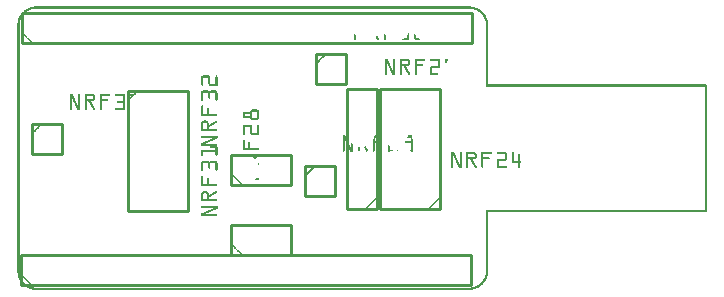
<source format=gto>
G04 MADE WITH FRITZING*
G04 WWW.FRITZING.ORG*
G04 DOUBLE SIDED*
G04 HOLES PLATED*
G04 CONTOUR ON CENTER OF CONTOUR VECTOR*
%ASAXBY*%
%FSLAX23Y23*%
%MOIN*%
%OFA0B0*%
%SFA1.0B1.0*%
%ADD10C,0.010000*%
%ADD11C,0.005000*%
%ADD12R,0.001000X0.001000*%
%LNSILK1*%
G90*
G70*
G54D10*
X47Y554D02*
X47Y454D01*
D02*
X47Y454D02*
X147Y454D01*
D02*
X147Y454D02*
X147Y554D01*
D02*
X147Y554D02*
X47Y554D01*
D02*
X713Y352D02*
X913Y352D01*
D02*
X913Y352D02*
X913Y452D01*
D02*
X913Y452D02*
X713Y452D01*
D02*
X713Y452D02*
X713Y352D01*
D02*
X713Y118D02*
X913Y118D01*
D02*
X913Y118D02*
X913Y218D01*
D02*
X913Y218D02*
X713Y218D01*
D02*
X713Y218D02*
X713Y118D01*
D02*
X994Y787D02*
X994Y687D01*
D02*
X994Y687D02*
X1094Y687D01*
D02*
X1094Y687D02*
X1094Y787D01*
D02*
X1094Y787D02*
X994Y787D01*
D02*
X957Y416D02*
X957Y316D01*
D02*
X957Y316D02*
X1057Y316D01*
D02*
X1057Y316D02*
X1057Y416D01*
D02*
X1057Y416D02*
X957Y416D01*
G54D11*
D02*
X957Y381D02*
X992Y416D01*
G54D10*
D02*
X367Y664D02*
X367Y264D01*
D02*
X367Y264D02*
X567Y264D01*
D02*
X567Y264D02*
X567Y664D01*
D02*
X567Y664D02*
X367Y664D01*
D02*
X1198Y271D02*
X1198Y671D01*
D02*
X1198Y671D02*
X1098Y671D01*
D02*
X1098Y671D02*
X1098Y271D01*
D02*
X1098Y271D02*
X1198Y271D01*
D02*
X1409Y271D02*
X1409Y671D01*
D02*
X1409Y671D02*
X1209Y671D01*
D02*
X1209Y671D02*
X1209Y271D01*
D02*
X1209Y271D02*
X1409Y271D01*
D02*
X11Y19D02*
X1511Y19D01*
D02*
X1511Y19D02*
X1511Y119D01*
D02*
X1511Y119D02*
X11Y119D01*
D02*
X11Y119D02*
X11Y19D01*
D02*
X14Y824D02*
X1514Y824D01*
D02*
X1514Y824D02*
X1514Y924D01*
D02*
X1514Y924D02*
X14Y924D01*
D02*
X14Y924D02*
X14Y824D01*
G54D12*
X55Y946D02*
X1513Y946D01*
X49Y945D02*
X1519Y945D01*
X46Y944D02*
X1523Y944D01*
X42Y943D02*
X1526Y943D01*
X40Y942D02*
X1529Y942D01*
X37Y941D02*
X1531Y941D01*
X35Y940D02*
X1534Y940D01*
X33Y939D02*
X1536Y939D01*
X32Y938D02*
X54Y938D01*
X1514Y938D02*
X1537Y938D01*
X30Y937D02*
X49Y937D01*
X1520Y937D02*
X1539Y937D01*
X28Y936D02*
X45Y936D01*
X1524Y936D02*
X1541Y936D01*
X27Y935D02*
X42Y935D01*
X1526Y935D02*
X1542Y935D01*
X25Y934D02*
X40Y934D01*
X1529Y934D02*
X1544Y934D01*
X24Y933D02*
X38Y933D01*
X1531Y933D02*
X1545Y933D01*
X23Y932D02*
X36Y932D01*
X1533Y932D02*
X1546Y932D01*
X22Y931D02*
X34Y931D01*
X1535Y931D02*
X1547Y931D01*
X21Y930D02*
X33Y930D01*
X1536Y930D02*
X1548Y930D01*
X19Y929D02*
X31Y929D01*
X1538Y929D02*
X1550Y929D01*
X18Y928D02*
X30Y928D01*
X1539Y928D02*
X1551Y928D01*
X17Y927D02*
X28Y927D01*
X1541Y927D02*
X1552Y927D01*
X17Y926D02*
X27Y926D01*
X1542Y926D02*
X1552Y926D01*
X16Y925D02*
X26Y925D01*
X1543Y925D02*
X1553Y925D01*
X15Y924D02*
X25Y924D01*
X1544Y924D02*
X1554Y924D01*
X14Y923D02*
X24Y923D01*
X1545Y923D02*
X1555Y923D01*
X13Y922D02*
X23Y922D01*
X1546Y922D02*
X1556Y922D01*
X12Y921D02*
X22Y921D01*
X1547Y921D02*
X1557Y921D01*
X12Y920D02*
X21Y920D01*
X1548Y920D02*
X1557Y920D01*
X11Y919D02*
X20Y919D01*
X1549Y919D02*
X1558Y919D01*
X10Y918D02*
X19Y918D01*
X1550Y918D02*
X1559Y918D01*
X10Y917D02*
X18Y917D01*
X1551Y917D02*
X1559Y917D01*
X9Y916D02*
X18Y916D01*
X1551Y916D02*
X1560Y916D01*
X9Y915D02*
X17Y915D01*
X1552Y915D02*
X1560Y915D01*
X8Y914D02*
X16Y914D01*
X1553Y914D02*
X1561Y914D01*
X7Y913D02*
X16Y913D01*
X1553Y913D02*
X1562Y913D01*
X7Y912D02*
X15Y912D01*
X1554Y912D02*
X1562Y912D01*
X6Y911D02*
X14Y911D01*
X1555Y911D02*
X1563Y911D01*
X6Y910D02*
X14Y910D01*
X1555Y910D02*
X1563Y910D01*
X5Y909D02*
X13Y909D01*
X1556Y909D02*
X1564Y909D01*
X5Y908D02*
X13Y908D01*
X1556Y908D02*
X1564Y908D01*
X5Y907D02*
X12Y907D01*
X1557Y907D02*
X1564Y907D01*
X4Y906D02*
X12Y906D01*
X1557Y906D02*
X1565Y906D01*
X4Y905D02*
X11Y905D01*
X1558Y905D02*
X1565Y905D01*
X4Y904D02*
X11Y904D01*
X1558Y904D02*
X1565Y904D01*
X3Y903D02*
X11Y903D01*
X1558Y903D02*
X1566Y903D01*
X3Y902D02*
X10Y902D01*
X1559Y902D02*
X1566Y902D01*
X3Y901D02*
X10Y901D01*
X1559Y901D02*
X1566Y901D01*
X2Y900D02*
X9Y900D01*
X1560Y900D02*
X1567Y900D01*
X2Y899D02*
X9Y899D01*
X1560Y899D02*
X1567Y899D01*
X2Y898D02*
X9Y898D01*
X1560Y898D02*
X1567Y898D01*
X2Y897D02*
X9Y897D01*
X1560Y897D02*
X1567Y897D01*
X1Y896D02*
X8Y896D01*
X1561Y896D02*
X1568Y896D01*
X1Y895D02*
X8Y895D01*
X1561Y895D02*
X1568Y895D01*
X1Y894D02*
X8Y894D01*
X1561Y894D02*
X1568Y894D01*
X1Y893D02*
X8Y893D01*
X1561Y893D02*
X1568Y893D01*
X1Y892D02*
X8Y892D01*
X1561Y892D02*
X1568Y892D01*
X1Y891D02*
X8Y891D01*
X1561Y891D02*
X1569Y891D01*
X0Y890D02*
X7Y890D01*
X1562Y890D02*
X1569Y890D01*
X0Y889D02*
X7Y889D01*
X1562Y889D02*
X1569Y889D01*
X0Y888D02*
X7Y888D01*
X1562Y888D02*
X1569Y888D01*
X0Y887D02*
X7Y887D01*
X1562Y887D02*
X1569Y887D01*
X0Y886D02*
X7Y886D01*
X1562Y886D02*
X1569Y886D01*
X0Y885D02*
X7Y885D01*
X1562Y885D02*
X1569Y885D01*
X0Y884D02*
X7Y884D01*
X1562Y884D02*
X1569Y884D01*
X0Y883D02*
X7Y883D01*
X1562Y883D02*
X1569Y883D01*
X0Y882D02*
X7Y882D01*
X1562Y882D02*
X1569Y882D01*
X0Y881D02*
X7Y881D01*
X1562Y881D02*
X1569Y881D01*
X0Y880D02*
X7Y880D01*
X1562Y880D02*
X1569Y880D01*
X0Y879D02*
X7Y879D01*
X1562Y879D02*
X1569Y879D01*
X0Y878D02*
X7Y878D01*
X1562Y878D02*
X1569Y878D01*
X0Y877D02*
X7Y877D01*
X1562Y877D02*
X1569Y877D01*
X0Y876D02*
X7Y876D01*
X1562Y876D02*
X1569Y876D01*
X0Y875D02*
X7Y875D01*
X1562Y875D02*
X1569Y875D01*
X0Y874D02*
X7Y874D01*
X1562Y874D02*
X1569Y874D01*
X0Y873D02*
X7Y873D01*
X1562Y873D02*
X1569Y873D01*
X0Y872D02*
X7Y872D01*
X1562Y872D02*
X1569Y872D01*
X0Y871D02*
X7Y871D01*
X1562Y871D02*
X1569Y871D01*
X0Y870D02*
X7Y870D01*
X1562Y870D02*
X1569Y870D01*
X0Y869D02*
X7Y869D01*
X1562Y869D02*
X1569Y869D01*
X0Y868D02*
X7Y868D01*
X1562Y868D02*
X1569Y868D01*
X0Y867D02*
X7Y867D01*
X1562Y867D02*
X1569Y867D01*
X0Y866D02*
X7Y866D01*
X1562Y866D02*
X1569Y866D01*
X0Y865D02*
X7Y865D01*
X1306Y865D02*
X1306Y865D01*
X1562Y865D02*
X1569Y865D01*
X0Y864D02*
X7Y864D01*
X1562Y864D02*
X1569Y864D01*
X0Y863D02*
X7Y863D01*
X1562Y863D02*
X1569Y863D01*
X0Y862D02*
X7Y862D01*
X1562Y862D02*
X1569Y862D01*
X0Y861D02*
X7Y861D01*
X15Y861D02*
X16Y861D01*
X1562Y861D02*
X1569Y861D01*
X0Y860D02*
X7Y860D01*
X14Y860D02*
X17Y860D01*
X1122Y860D02*
X1122Y860D01*
X1222Y860D02*
X1222Y860D01*
X1562Y860D02*
X1569Y860D01*
X0Y859D02*
X7Y859D01*
X13Y859D02*
X18Y859D01*
X1122Y859D02*
X1122Y859D01*
X1222Y859D02*
X1222Y859D01*
X1305Y859D02*
X1305Y859D01*
X1562Y859D02*
X1569Y859D01*
X0Y858D02*
X7Y858D01*
X13Y858D02*
X19Y858D01*
X1122Y858D02*
X1122Y858D01*
X1222Y858D02*
X1222Y858D01*
X1304Y858D02*
X1305Y858D01*
X1562Y858D02*
X1569Y858D01*
X0Y857D02*
X7Y857D01*
X14Y857D02*
X20Y857D01*
X1122Y857D02*
X1123Y857D01*
X1222Y857D02*
X1223Y857D01*
X1304Y857D02*
X1306Y857D01*
X1323Y857D02*
X1323Y857D01*
X1562Y857D02*
X1569Y857D01*
X0Y856D02*
X7Y856D01*
X15Y856D02*
X21Y856D01*
X1122Y856D02*
X1123Y856D01*
X1222Y856D02*
X1223Y856D01*
X1303Y856D02*
X1306Y856D01*
X1323Y856D02*
X1323Y856D01*
X1562Y856D02*
X1569Y856D01*
X0Y855D02*
X7Y855D01*
X16Y855D02*
X22Y855D01*
X1122Y855D02*
X1124Y855D01*
X1222Y855D02*
X1224Y855D01*
X1303Y855D02*
X1306Y855D01*
X1323Y855D02*
X1324Y855D01*
X1562Y855D02*
X1569Y855D01*
X0Y854D02*
X7Y854D01*
X17Y854D02*
X23Y854D01*
X1122Y854D02*
X1124Y854D01*
X1222Y854D02*
X1224Y854D01*
X1302Y854D02*
X1306Y854D01*
X1323Y854D02*
X1324Y854D01*
X1562Y854D02*
X1569Y854D01*
X0Y853D02*
X7Y853D01*
X18Y853D02*
X24Y853D01*
X1122Y853D02*
X1125Y853D01*
X1222Y853D02*
X1225Y853D01*
X1302Y853D02*
X1306Y853D01*
X1323Y853D02*
X1325Y853D01*
X1562Y853D02*
X1569Y853D01*
X0Y852D02*
X7Y852D01*
X19Y852D02*
X25Y852D01*
X1122Y852D02*
X1126Y852D01*
X1222Y852D02*
X1225Y852D01*
X1301Y852D02*
X1306Y852D01*
X1323Y852D02*
X1325Y852D01*
X1562Y852D02*
X1569Y852D01*
X0Y851D02*
X7Y851D01*
X20Y851D02*
X26Y851D01*
X1122Y851D02*
X1126Y851D01*
X1222Y851D02*
X1226Y851D01*
X1300Y851D02*
X1306Y851D01*
X1323Y851D02*
X1326Y851D01*
X1562Y851D02*
X1569Y851D01*
X0Y850D02*
X7Y850D01*
X21Y850D02*
X27Y850D01*
X1122Y850D02*
X1127Y850D01*
X1222Y850D02*
X1227Y850D01*
X1300Y850D02*
X1306Y850D01*
X1323Y850D02*
X1327Y850D01*
X1562Y850D02*
X1569Y850D01*
X0Y849D02*
X7Y849D01*
X22Y849D02*
X28Y849D01*
X1122Y849D02*
X1128Y849D01*
X1199Y849D02*
X1199Y849D01*
X1222Y849D02*
X1228Y849D01*
X1300Y849D02*
X1306Y849D01*
X1323Y849D02*
X1328Y849D01*
X1562Y849D02*
X1569Y849D01*
X0Y848D02*
X7Y848D01*
X23Y848D02*
X29Y848D01*
X1122Y848D02*
X1128Y848D01*
X1198Y848D02*
X1200Y848D01*
X1222Y848D02*
X1228Y848D01*
X1300Y848D02*
X1306Y848D01*
X1323Y848D02*
X1328Y848D01*
X1562Y848D02*
X1569Y848D01*
X0Y847D02*
X7Y847D01*
X24Y847D02*
X29Y847D01*
X1122Y847D02*
X1128Y847D01*
X1197Y847D02*
X1201Y847D01*
X1222Y847D02*
X1228Y847D01*
X1300Y847D02*
X1306Y847D01*
X1323Y847D02*
X1329Y847D01*
X1562Y847D02*
X1569Y847D01*
X0Y846D02*
X7Y846D01*
X25Y846D02*
X30Y846D01*
X1122Y846D02*
X1128Y846D01*
X1197Y846D02*
X1201Y846D01*
X1222Y846D02*
X1228Y846D01*
X1300Y846D02*
X1306Y846D01*
X1323Y846D02*
X1329Y846D01*
X1562Y846D02*
X1569Y846D01*
X0Y845D02*
X7Y845D01*
X26Y845D02*
X31Y845D01*
X1122Y845D02*
X1128Y845D01*
X1196Y845D02*
X1202Y845D01*
X1222Y845D02*
X1228Y845D01*
X1300Y845D02*
X1306Y845D01*
X1323Y845D02*
X1329Y845D01*
X1562Y845D02*
X1569Y845D01*
X0Y844D02*
X7Y844D01*
X27Y844D02*
X32Y844D01*
X1122Y844D02*
X1128Y844D01*
X1195Y844D02*
X1202Y844D01*
X1222Y844D02*
X1228Y844D01*
X1300Y844D02*
X1306Y844D01*
X1323Y844D02*
X1329Y844D01*
X1562Y844D02*
X1569Y844D01*
X0Y843D02*
X7Y843D01*
X28Y843D02*
X33Y843D01*
X1122Y843D02*
X1128Y843D01*
X1196Y843D02*
X1203Y843D01*
X1222Y843D02*
X1228Y843D01*
X1300Y843D02*
X1306Y843D01*
X1323Y843D02*
X1329Y843D01*
X1562Y843D02*
X1569Y843D01*
X0Y842D02*
X7Y842D01*
X29Y842D02*
X34Y842D01*
X1122Y842D02*
X1128Y842D01*
X1196Y842D02*
X1203Y842D01*
X1222Y842D02*
X1228Y842D01*
X1300Y842D02*
X1306Y842D01*
X1323Y842D02*
X1329Y842D01*
X1562Y842D02*
X1569Y842D01*
X0Y841D02*
X7Y841D01*
X30Y841D02*
X36Y841D01*
X1122Y841D02*
X1128Y841D01*
X1197Y841D02*
X1204Y841D01*
X1222Y841D02*
X1228Y841D01*
X1300Y841D02*
X1306Y841D01*
X1323Y841D02*
X1329Y841D01*
X1562Y841D02*
X1569Y841D01*
X0Y840D02*
X7Y840D01*
X31Y840D02*
X37Y840D01*
X1122Y840D02*
X1128Y840D01*
X1197Y840D02*
X1205Y840D01*
X1222Y840D02*
X1228Y840D01*
X1290Y840D02*
X1306Y840D01*
X1323Y840D02*
X1337Y840D01*
X1562Y840D02*
X1569Y840D01*
X0Y839D02*
X7Y839D01*
X32Y839D02*
X38Y839D01*
X1122Y839D02*
X1128Y839D01*
X1198Y839D02*
X1205Y839D01*
X1222Y839D02*
X1228Y839D01*
X1288Y839D02*
X1306Y839D01*
X1323Y839D02*
X1338Y839D01*
X1562Y839D02*
X1569Y839D01*
X0Y838D02*
X7Y838D01*
X33Y838D02*
X39Y838D01*
X1122Y838D02*
X1128Y838D01*
X1199Y838D02*
X1205Y838D01*
X1222Y838D02*
X1228Y838D01*
X1287Y838D02*
X1305Y838D01*
X1323Y838D02*
X1339Y838D01*
X1562Y838D02*
X1569Y838D01*
X0Y837D02*
X7Y837D01*
X34Y837D02*
X40Y837D01*
X1122Y837D02*
X1128Y837D01*
X1199Y837D02*
X1206Y837D01*
X1222Y837D02*
X1228Y837D01*
X1285Y837D02*
X1305Y837D01*
X1324Y837D02*
X1341Y837D01*
X1562Y837D02*
X1569Y837D01*
X0Y836D02*
X7Y836D01*
X35Y836D02*
X41Y836D01*
X1122Y836D02*
X1128Y836D01*
X1200Y836D02*
X1205Y836D01*
X1223Y836D02*
X1228Y836D01*
X1283Y836D02*
X1304Y836D01*
X1325Y836D02*
X1343Y836D01*
X1562Y836D02*
X1569Y836D01*
X0Y835D02*
X7Y835D01*
X36Y835D02*
X42Y835D01*
X1123Y835D02*
X1127Y835D01*
X1201Y835D02*
X1205Y835D01*
X1223Y835D02*
X1227Y835D01*
X1281Y835D02*
X1303Y835D01*
X1326Y835D02*
X1345Y835D01*
X1562Y835D02*
X1569Y835D01*
X0Y834D02*
X7Y834D01*
X37Y834D02*
X43Y834D01*
X1124Y834D02*
X1126Y834D01*
X1147Y834D02*
X1148Y834D01*
X1202Y834D02*
X1203Y834D01*
X1225Y834D02*
X1226Y834D01*
X1279Y834D02*
X1301Y834D01*
X1328Y834D02*
X1348Y834D01*
X1562Y834D02*
X1569Y834D01*
X0Y833D02*
X7Y833D01*
X38Y833D02*
X44Y833D01*
X1562Y833D02*
X1569Y833D01*
X0Y832D02*
X7Y832D01*
X39Y832D02*
X45Y832D01*
X1562Y832D02*
X1569Y832D01*
X0Y831D02*
X7Y831D01*
X40Y831D02*
X46Y831D01*
X1562Y831D02*
X1569Y831D01*
X0Y830D02*
X7Y830D01*
X41Y830D02*
X47Y830D01*
X1562Y830D02*
X1569Y830D01*
X0Y829D02*
X7Y829D01*
X42Y829D02*
X48Y829D01*
X1562Y829D02*
X1569Y829D01*
X0Y828D02*
X7Y828D01*
X43Y828D02*
X49Y828D01*
X1562Y828D02*
X1569Y828D01*
X0Y827D02*
X7Y827D01*
X44Y827D02*
X50Y827D01*
X1562Y827D02*
X1569Y827D01*
X0Y826D02*
X7Y826D01*
X45Y826D02*
X49Y826D01*
X1562Y826D02*
X1569Y826D01*
X0Y825D02*
X7Y825D01*
X46Y825D02*
X48Y825D01*
X1562Y825D02*
X1569Y825D01*
X0Y824D02*
X7Y824D01*
X47Y824D02*
X47Y824D01*
X1562Y824D02*
X1569Y824D01*
X0Y823D02*
X7Y823D01*
X1562Y823D02*
X1569Y823D01*
X0Y822D02*
X7Y822D01*
X1562Y822D02*
X1569Y822D01*
X0Y821D02*
X7Y821D01*
X1562Y821D02*
X1569Y821D01*
X0Y820D02*
X7Y820D01*
X1562Y820D02*
X1569Y820D01*
X0Y819D02*
X7Y819D01*
X1562Y819D02*
X1569Y819D01*
X0Y818D02*
X7Y818D01*
X1562Y818D02*
X1569Y818D01*
X0Y817D02*
X7Y817D01*
X1562Y817D02*
X1569Y817D01*
X0Y816D02*
X7Y816D01*
X1562Y816D02*
X1569Y816D01*
X0Y815D02*
X7Y815D01*
X1562Y815D02*
X1569Y815D01*
X0Y814D02*
X7Y814D01*
X1562Y814D02*
X1569Y814D01*
X0Y813D02*
X7Y813D01*
X1562Y813D02*
X1569Y813D01*
X0Y812D02*
X7Y812D01*
X1562Y812D02*
X1569Y812D01*
X0Y811D02*
X7Y811D01*
X1562Y811D02*
X1569Y811D01*
X0Y810D02*
X7Y810D01*
X1562Y810D02*
X1569Y810D01*
X0Y809D02*
X7Y809D01*
X1562Y809D02*
X1569Y809D01*
X0Y808D02*
X7Y808D01*
X1562Y808D02*
X1569Y808D01*
X0Y807D02*
X7Y807D01*
X1562Y807D02*
X1569Y807D01*
X0Y806D02*
X7Y806D01*
X1562Y806D02*
X1569Y806D01*
X0Y805D02*
X7Y805D01*
X1562Y805D02*
X1569Y805D01*
X0Y804D02*
X7Y804D01*
X1562Y804D02*
X1569Y804D01*
X0Y803D02*
X7Y803D01*
X1562Y803D02*
X1569Y803D01*
X0Y802D02*
X7Y802D01*
X1562Y802D02*
X1569Y802D01*
X0Y801D02*
X7Y801D01*
X1562Y801D02*
X1569Y801D01*
X0Y800D02*
X7Y800D01*
X1562Y800D02*
X1569Y800D01*
X0Y799D02*
X7Y799D01*
X1562Y799D02*
X1569Y799D01*
X0Y798D02*
X7Y798D01*
X1562Y798D02*
X1569Y798D01*
X0Y797D02*
X7Y797D01*
X1562Y797D02*
X1569Y797D01*
X0Y796D02*
X7Y796D01*
X1562Y796D02*
X1569Y796D01*
X0Y795D02*
X7Y795D01*
X1562Y795D02*
X1569Y795D01*
X0Y794D02*
X7Y794D01*
X1562Y794D02*
X1569Y794D01*
X0Y793D02*
X7Y793D01*
X1562Y793D02*
X1569Y793D01*
X0Y792D02*
X7Y792D01*
X1562Y792D02*
X1569Y792D01*
X0Y791D02*
X7Y791D01*
X1562Y791D02*
X1569Y791D01*
X0Y790D02*
X7Y790D01*
X1562Y790D02*
X1569Y790D01*
X0Y789D02*
X7Y789D01*
X1026Y789D02*
X1027Y789D01*
X1562Y789D02*
X1569Y789D01*
X0Y788D02*
X7Y788D01*
X1025Y788D02*
X1028Y788D01*
X1562Y788D02*
X1569Y788D01*
X0Y787D02*
X7Y787D01*
X1024Y787D02*
X1029Y787D01*
X1562Y787D02*
X1569Y787D01*
X0Y786D02*
X7Y786D01*
X1023Y786D02*
X1030Y786D01*
X1562Y786D02*
X1569Y786D01*
X0Y785D02*
X7Y785D01*
X1022Y785D02*
X1029Y785D01*
X1562Y785D02*
X1569Y785D01*
X0Y784D02*
X7Y784D01*
X1021Y784D02*
X1028Y784D01*
X1562Y784D02*
X1569Y784D01*
X0Y783D02*
X7Y783D01*
X1020Y783D02*
X1027Y783D01*
X1562Y783D02*
X1569Y783D01*
X0Y782D02*
X7Y782D01*
X1019Y782D02*
X1026Y782D01*
X1562Y782D02*
X1569Y782D01*
X0Y781D02*
X7Y781D01*
X1018Y781D02*
X1025Y781D01*
X1562Y781D02*
X1569Y781D01*
X0Y780D02*
X7Y780D01*
X1017Y780D02*
X1024Y780D01*
X1562Y780D02*
X1569Y780D01*
X0Y779D02*
X7Y779D01*
X1016Y779D02*
X1023Y779D01*
X1562Y779D02*
X1569Y779D01*
X0Y778D02*
X7Y778D01*
X1015Y778D02*
X1022Y778D01*
X1562Y778D02*
X1569Y778D01*
X0Y777D02*
X7Y777D01*
X1014Y777D02*
X1021Y777D01*
X1562Y777D02*
X1569Y777D01*
X0Y776D02*
X7Y776D01*
X1013Y776D02*
X1020Y776D01*
X1562Y776D02*
X1569Y776D01*
X0Y775D02*
X7Y775D01*
X1012Y775D02*
X1019Y775D01*
X1562Y775D02*
X1569Y775D01*
X0Y774D02*
X7Y774D01*
X1011Y774D02*
X1018Y774D01*
X1562Y774D02*
X1569Y774D01*
X0Y773D02*
X7Y773D01*
X1010Y773D02*
X1016Y773D01*
X1562Y773D02*
X1569Y773D01*
X0Y772D02*
X7Y772D01*
X1009Y772D02*
X1015Y772D01*
X1562Y772D02*
X1569Y772D01*
X0Y771D02*
X7Y771D01*
X1008Y771D02*
X1014Y771D01*
X1225Y771D02*
X1234Y771D01*
X1254Y771D02*
X1257Y771D01*
X1275Y771D02*
X1303Y771D01*
X1326Y771D02*
X1358Y771D01*
X1377Y771D02*
X1406Y771D01*
X1427Y771D02*
X1434Y771D01*
X1562Y771D02*
X1569Y771D01*
X0Y770D02*
X7Y770D01*
X1007Y770D02*
X1013Y770D01*
X1225Y770D02*
X1234Y770D01*
X1253Y770D02*
X1258Y770D01*
X1275Y770D02*
X1304Y770D01*
X1326Y770D02*
X1359Y770D01*
X1376Y770D02*
X1407Y770D01*
X1426Y770D02*
X1435Y770D01*
X1562Y770D02*
X1569Y770D01*
X0Y769D02*
X7Y769D01*
X1006Y769D02*
X1012Y769D01*
X1225Y769D02*
X1235Y769D01*
X1253Y769D02*
X1259Y769D01*
X1275Y769D02*
X1305Y769D01*
X1326Y769D02*
X1359Y769D01*
X1376Y769D02*
X1408Y769D01*
X1426Y769D02*
X1435Y769D01*
X1562Y769D02*
X1569Y769D01*
X0Y768D02*
X7Y768D01*
X1005Y768D02*
X1011Y768D01*
X1225Y768D02*
X1235Y768D01*
X1253Y768D02*
X1259Y768D01*
X1275Y768D02*
X1306Y768D01*
X1326Y768D02*
X1359Y768D01*
X1376Y768D02*
X1409Y768D01*
X1426Y768D02*
X1435Y768D01*
X1562Y768D02*
X1569Y768D01*
X0Y767D02*
X7Y767D01*
X1004Y767D02*
X1010Y767D01*
X1225Y767D02*
X1236Y767D01*
X1253Y767D02*
X1259Y767D01*
X1275Y767D02*
X1307Y767D01*
X1326Y767D02*
X1359Y767D01*
X1376Y767D02*
X1409Y767D01*
X1426Y767D02*
X1435Y767D01*
X1562Y767D02*
X1569Y767D01*
X0Y766D02*
X7Y766D01*
X1003Y766D02*
X1009Y766D01*
X1225Y766D02*
X1236Y766D01*
X1253Y766D02*
X1259Y766D01*
X1275Y766D02*
X1308Y766D01*
X1326Y766D02*
X1358Y766D01*
X1377Y766D02*
X1409Y766D01*
X1426Y766D02*
X1434Y766D01*
X1562Y766D02*
X1569Y766D01*
X0Y765D02*
X7Y765D01*
X1002Y765D02*
X1008Y765D01*
X1225Y765D02*
X1236Y765D01*
X1253Y765D02*
X1259Y765D01*
X1275Y765D02*
X1308Y765D01*
X1326Y765D02*
X1356Y765D01*
X1378Y765D02*
X1409Y765D01*
X1426Y765D02*
X1433Y765D01*
X1562Y765D02*
X1569Y765D01*
X0Y764D02*
X7Y764D01*
X1001Y764D02*
X1008Y764D01*
X1225Y764D02*
X1237Y764D01*
X1253Y764D02*
X1259Y764D01*
X1275Y764D02*
X1281Y764D01*
X1302Y764D02*
X1309Y764D01*
X1326Y764D02*
X1332Y764D01*
X1403Y764D02*
X1409Y764D01*
X1426Y764D02*
X1432Y764D01*
X1562Y764D02*
X1569Y764D01*
X0Y763D02*
X7Y763D01*
X1000Y763D02*
X1007Y763D01*
X1225Y763D02*
X1237Y763D01*
X1253Y763D02*
X1259Y763D01*
X1275Y763D02*
X1281Y763D01*
X1302Y763D02*
X1309Y763D01*
X1326Y763D02*
X1332Y763D01*
X1403Y763D02*
X1409Y763D01*
X1426Y763D02*
X1432Y763D01*
X1562Y763D02*
X1569Y763D01*
X0Y762D02*
X7Y762D01*
X999Y762D02*
X1006Y762D01*
X1225Y762D02*
X1238Y762D01*
X1253Y762D02*
X1259Y762D01*
X1275Y762D02*
X1281Y762D01*
X1303Y762D02*
X1309Y762D01*
X1326Y762D02*
X1332Y762D01*
X1403Y762D02*
X1409Y762D01*
X1426Y762D02*
X1432Y762D01*
X1562Y762D02*
X1569Y762D01*
X0Y761D02*
X7Y761D01*
X998Y761D02*
X1005Y761D01*
X1225Y761D02*
X1238Y761D01*
X1253Y761D02*
X1259Y761D01*
X1275Y761D02*
X1281Y761D01*
X1303Y761D02*
X1309Y761D01*
X1326Y761D02*
X1332Y761D01*
X1403Y761D02*
X1409Y761D01*
X1426Y761D02*
X1432Y761D01*
X1562Y761D02*
X1569Y761D01*
X0Y760D02*
X7Y760D01*
X997Y760D02*
X1004Y760D01*
X1225Y760D02*
X1239Y760D01*
X1253Y760D02*
X1259Y760D01*
X1275Y760D02*
X1281Y760D01*
X1303Y760D02*
X1309Y760D01*
X1326Y760D02*
X1332Y760D01*
X1403Y760D02*
X1409Y760D01*
X1426Y760D02*
X1432Y760D01*
X1562Y760D02*
X1569Y760D01*
X0Y759D02*
X7Y759D01*
X996Y759D02*
X1003Y759D01*
X1225Y759D02*
X1239Y759D01*
X1253Y759D02*
X1259Y759D01*
X1275Y759D02*
X1281Y759D01*
X1303Y759D02*
X1309Y759D01*
X1326Y759D02*
X1332Y759D01*
X1403Y759D02*
X1409Y759D01*
X1426Y759D02*
X1430Y759D01*
X1562Y759D02*
X1569Y759D01*
X0Y758D02*
X7Y758D01*
X995Y758D02*
X1002Y758D01*
X1225Y758D02*
X1231Y758D01*
X1233Y758D02*
X1239Y758D01*
X1253Y758D02*
X1259Y758D01*
X1275Y758D02*
X1281Y758D01*
X1303Y758D02*
X1309Y758D01*
X1326Y758D02*
X1332Y758D01*
X1403Y758D02*
X1409Y758D01*
X1426Y758D02*
X1428Y758D01*
X1562Y758D02*
X1569Y758D01*
X0Y757D02*
X7Y757D01*
X994Y757D02*
X1001Y757D01*
X1225Y757D02*
X1231Y757D01*
X1233Y757D02*
X1240Y757D01*
X1253Y757D02*
X1259Y757D01*
X1275Y757D02*
X1281Y757D01*
X1303Y757D02*
X1309Y757D01*
X1326Y757D02*
X1332Y757D01*
X1403Y757D02*
X1409Y757D01*
X1426Y757D02*
X1426Y757D01*
X1562Y757D02*
X1569Y757D01*
X0Y756D02*
X7Y756D01*
X993Y756D02*
X1000Y756D01*
X1225Y756D02*
X1231Y756D01*
X1234Y756D02*
X1240Y756D01*
X1253Y756D02*
X1259Y756D01*
X1275Y756D02*
X1281Y756D01*
X1302Y756D02*
X1309Y756D01*
X1326Y756D02*
X1332Y756D01*
X1403Y756D02*
X1409Y756D01*
X1562Y756D02*
X1569Y756D01*
X0Y755D02*
X7Y755D01*
X993Y755D02*
X999Y755D01*
X1225Y755D02*
X1231Y755D01*
X1234Y755D02*
X1241Y755D01*
X1253Y755D02*
X1259Y755D01*
X1275Y755D02*
X1281Y755D01*
X1301Y755D02*
X1309Y755D01*
X1326Y755D02*
X1332Y755D01*
X1403Y755D02*
X1409Y755D01*
X1562Y755D02*
X1569Y755D01*
X0Y754D02*
X7Y754D01*
X993Y754D02*
X998Y754D01*
X1225Y754D02*
X1231Y754D01*
X1235Y754D02*
X1241Y754D01*
X1253Y754D02*
X1259Y754D01*
X1275Y754D02*
X1308Y754D01*
X1326Y754D02*
X1350Y754D01*
X1403Y754D02*
X1409Y754D01*
X1562Y754D02*
X1569Y754D01*
X0Y753D02*
X7Y753D01*
X994Y753D02*
X997Y753D01*
X1225Y753D02*
X1231Y753D01*
X1235Y753D02*
X1242Y753D01*
X1253Y753D02*
X1259Y753D01*
X1275Y753D02*
X1308Y753D01*
X1326Y753D02*
X1351Y753D01*
X1403Y753D02*
X1409Y753D01*
X1562Y753D02*
X1569Y753D01*
X0Y752D02*
X7Y752D01*
X995Y752D02*
X996Y752D01*
X1225Y752D02*
X1231Y752D01*
X1235Y752D02*
X1242Y752D01*
X1253Y752D02*
X1259Y752D01*
X1275Y752D02*
X1307Y752D01*
X1326Y752D02*
X1352Y752D01*
X1403Y752D02*
X1409Y752D01*
X1562Y752D02*
X1569Y752D01*
X0Y751D02*
X7Y751D01*
X1225Y751D02*
X1231Y751D01*
X1236Y751D02*
X1243Y751D01*
X1253Y751D02*
X1259Y751D01*
X1275Y751D02*
X1306Y751D01*
X1326Y751D02*
X1352Y751D01*
X1403Y751D02*
X1409Y751D01*
X1562Y751D02*
X1569Y751D01*
X0Y750D02*
X7Y750D01*
X1225Y750D02*
X1231Y750D01*
X1236Y750D02*
X1243Y750D01*
X1253Y750D02*
X1259Y750D01*
X1275Y750D02*
X1305Y750D01*
X1326Y750D02*
X1352Y750D01*
X1403Y750D02*
X1409Y750D01*
X1562Y750D02*
X1569Y750D01*
X0Y749D02*
X7Y749D01*
X1225Y749D02*
X1231Y749D01*
X1237Y749D02*
X1243Y749D01*
X1253Y749D02*
X1259Y749D01*
X1275Y749D02*
X1304Y749D01*
X1326Y749D02*
X1352Y749D01*
X1403Y749D02*
X1409Y749D01*
X1562Y749D02*
X1569Y749D01*
X0Y748D02*
X7Y748D01*
X1225Y748D02*
X1231Y748D01*
X1237Y748D02*
X1244Y748D01*
X1253Y748D02*
X1259Y748D01*
X1275Y748D02*
X1302Y748D01*
X1326Y748D02*
X1351Y748D01*
X1381Y748D02*
X1409Y748D01*
X1562Y748D02*
X1569Y748D01*
X0Y747D02*
X7Y747D01*
X1225Y747D02*
X1231Y747D01*
X1238Y747D02*
X1244Y747D01*
X1253Y747D02*
X1259Y747D01*
X1275Y747D02*
X1282Y747D01*
X1287Y747D02*
X1295Y747D01*
X1326Y747D02*
X1332Y747D01*
X1379Y747D02*
X1409Y747D01*
X1562Y747D02*
X1569Y747D01*
X0Y746D02*
X7Y746D01*
X1225Y746D02*
X1231Y746D01*
X1238Y746D02*
X1245Y746D01*
X1253Y746D02*
X1259Y746D01*
X1275Y746D02*
X1281Y746D01*
X1288Y746D02*
X1295Y746D01*
X1326Y746D02*
X1332Y746D01*
X1378Y746D02*
X1409Y746D01*
X1562Y746D02*
X1569Y746D01*
X0Y745D02*
X7Y745D01*
X1225Y745D02*
X1231Y745D01*
X1238Y745D02*
X1245Y745D01*
X1253Y745D02*
X1259Y745D01*
X1275Y745D02*
X1281Y745D01*
X1288Y745D02*
X1296Y745D01*
X1326Y745D02*
X1332Y745D01*
X1377Y745D02*
X1408Y745D01*
X1562Y745D02*
X1569Y745D01*
X0Y744D02*
X7Y744D01*
X1225Y744D02*
X1231Y744D01*
X1239Y744D02*
X1246Y744D01*
X1253Y744D02*
X1259Y744D01*
X1275Y744D02*
X1281Y744D01*
X1289Y744D02*
X1296Y744D01*
X1326Y744D02*
X1332Y744D01*
X1376Y744D02*
X1408Y744D01*
X1562Y744D02*
X1569Y744D01*
X0Y743D02*
X7Y743D01*
X1225Y743D02*
X1231Y743D01*
X1239Y743D02*
X1246Y743D01*
X1253Y743D02*
X1259Y743D01*
X1275Y743D02*
X1281Y743D01*
X1290Y743D02*
X1297Y743D01*
X1326Y743D02*
X1332Y743D01*
X1376Y743D02*
X1407Y743D01*
X1562Y743D02*
X1569Y743D01*
X0Y742D02*
X7Y742D01*
X1225Y742D02*
X1231Y742D01*
X1240Y742D02*
X1246Y742D01*
X1253Y742D02*
X1259Y742D01*
X1275Y742D02*
X1281Y742D01*
X1290Y742D02*
X1297Y742D01*
X1326Y742D02*
X1332Y742D01*
X1376Y742D02*
X1405Y742D01*
X1562Y742D02*
X1569Y742D01*
X0Y741D02*
X7Y741D01*
X1225Y741D02*
X1231Y741D01*
X1240Y741D02*
X1247Y741D01*
X1253Y741D02*
X1259Y741D01*
X1275Y741D02*
X1281Y741D01*
X1291Y741D02*
X1298Y741D01*
X1326Y741D02*
X1332Y741D01*
X1376Y741D02*
X1382Y741D01*
X1562Y741D02*
X1569Y741D01*
X0Y740D02*
X7Y740D01*
X1225Y740D02*
X1231Y740D01*
X1241Y740D02*
X1247Y740D01*
X1253Y740D02*
X1259Y740D01*
X1275Y740D02*
X1281Y740D01*
X1291Y740D02*
X1299Y740D01*
X1326Y740D02*
X1332Y740D01*
X1376Y740D02*
X1382Y740D01*
X1562Y740D02*
X1569Y740D01*
X0Y739D02*
X7Y739D01*
X1225Y739D02*
X1231Y739D01*
X1241Y739D02*
X1248Y739D01*
X1253Y739D02*
X1259Y739D01*
X1275Y739D02*
X1281Y739D01*
X1292Y739D02*
X1299Y739D01*
X1326Y739D02*
X1332Y739D01*
X1376Y739D02*
X1382Y739D01*
X1562Y739D02*
X1569Y739D01*
X0Y738D02*
X7Y738D01*
X1225Y738D02*
X1231Y738D01*
X1242Y738D02*
X1248Y738D01*
X1253Y738D02*
X1259Y738D01*
X1275Y738D02*
X1281Y738D01*
X1293Y738D02*
X1300Y738D01*
X1326Y738D02*
X1332Y738D01*
X1376Y738D02*
X1382Y738D01*
X1562Y738D02*
X1569Y738D01*
X0Y737D02*
X7Y737D01*
X1225Y737D02*
X1231Y737D01*
X1242Y737D02*
X1249Y737D01*
X1253Y737D02*
X1259Y737D01*
X1275Y737D02*
X1281Y737D01*
X1293Y737D02*
X1300Y737D01*
X1326Y737D02*
X1332Y737D01*
X1376Y737D02*
X1382Y737D01*
X1562Y737D02*
X1569Y737D01*
X0Y736D02*
X7Y736D01*
X1225Y736D02*
X1231Y736D01*
X1242Y736D02*
X1249Y736D01*
X1253Y736D02*
X1259Y736D01*
X1275Y736D02*
X1281Y736D01*
X1294Y736D02*
X1301Y736D01*
X1326Y736D02*
X1332Y736D01*
X1376Y736D02*
X1382Y736D01*
X1562Y736D02*
X1569Y736D01*
X0Y735D02*
X7Y735D01*
X1225Y735D02*
X1231Y735D01*
X1243Y735D02*
X1250Y735D01*
X1253Y735D02*
X1259Y735D01*
X1275Y735D02*
X1281Y735D01*
X1294Y735D02*
X1301Y735D01*
X1326Y735D02*
X1332Y735D01*
X1376Y735D02*
X1382Y735D01*
X1562Y735D02*
X1569Y735D01*
X0Y734D02*
X7Y734D01*
X1225Y734D02*
X1231Y734D01*
X1243Y734D02*
X1250Y734D01*
X1253Y734D02*
X1259Y734D01*
X1275Y734D02*
X1281Y734D01*
X1295Y734D02*
X1302Y734D01*
X1326Y734D02*
X1332Y734D01*
X1376Y734D02*
X1382Y734D01*
X1562Y734D02*
X1569Y734D01*
X0Y733D02*
X7Y733D01*
X1225Y733D02*
X1231Y733D01*
X1244Y733D02*
X1250Y733D01*
X1253Y733D02*
X1259Y733D01*
X1275Y733D02*
X1281Y733D01*
X1295Y733D02*
X1303Y733D01*
X1326Y733D02*
X1332Y733D01*
X1376Y733D02*
X1382Y733D01*
X1562Y733D02*
X1569Y733D01*
X0Y732D02*
X7Y732D01*
X1225Y732D02*
X1231Y732D01*
X1244Y732D02*
X1251Y732D01*
X1253Y732D02*
X1259Y732D01*
X1275Y732D02*
X1281Y732D01*
X1296Y732D02*
X1303Y732D01*
X1326Y732D02*
X1332Y732D01*
X1376Y732D02*
X1382Y732D01*
X1562Y732D02*
X1569Y732D01*
X0Y731D02*
X7Y731D01*
X1225Y731D02*
X1231Y731D01*
X1245Y731D02*
X1259Y731D01*
X1275Y731D02*
X1281Y731D01*
X1297Y731D02*
X1304Y731D01*
X1326Y731D02*
X1332Y731D01*
X1376Y731D02*
X1382Y731D01*
X1562Y731D02*
X1569Y731D01*
X0Y730D02*
X7Y730D01*
X1225Y730D02*
X1231Y730D01*
X1245Y730D02*
X1259Y730D01*
X1275Y730D02*
X1281Y730D01*
X1297Y730D02*
X1304Y730D01*
X1326Y730D02*
X1332Y730D01*
X1376Y730D02*
X1382Y730D01*
X1562Y730D02*
X1569Y730D01*
X0Y729D02*
X7Y729D01*
X1225Y729D02*
X1231Y729D01*
X1245Y729D02*
X1259Y729D01*
X1275Y729D02*
X1281Y729D01*
X1298Y729D02*
X1305Y729D01*
X1326Y729D02*
X1332Y729D01*
X1376Y729D02*
X1382Y729D01*
X1562Y729D02*
X1569Y729D01*
X0Y728D02*
X7Y728D01*
X1225Y728D02*
X1231Y728D01*
X1246Y728D02*
X1259Y728D01*
X1275Y728D02*
X1281Y728D01*
X1298Y728D02*
X1306Y728D01*
X1326Y728D02*
X1332Y728D01*
X1376Y728D02*
X1382Y728D01*
X1562Y728D02*
X1569Y728D01*
X0Y727D02*
X7Y727D01*
X1225Y727D02*
X1231Y727D01*
X1246Y727D02*
X1259Y727D01*
X1275Y727D02*
X1281Y727D01*
X1299Y727D02*
X1306Y727D01*
X1326Y727D02*
X1332Y727D01*
X1376Y727D02*
X1382Y727D01*
X1562Y727D02*
X1569Y727D01*
X0Y726D02*
X7Y726D01*
X1225Y726D02*
X1231Y726D01*
X1247Y726D02*
X1259Y726D01*
X1275Y726D02*
X1281Y726D01*
X1300Y726D02*
X1307Y726D01*
X1326Y726D02*
X1332Y726D01*
X1376Y726D02*
X1382Y726D01*
X1562Y726D02*
X1569Y726D01*
X0Y725D02*
X7Y725D01*
X1225Y725D02*
X1231Y725D01*
X1247Y725D02*
X1259Y725D01*
X1275Y725D02*
X1281Y725D01*
X1300Y725D02*
X1307Y725D01*
X1326Y725D02*
X1332Y725D01*
X1376Y725D02*
X1382Y725D01*
X1562Y725D02*
X1569Y725D01*
X0Y724D02*
X7Y724D01*
X1225Y724D02*
X1231Y724D01*
X1248Y724D02*
X1259Y724D01*
X1275Y724D02*
X1281Y724D01*
X1301Y724D02*
X1308Y724D01*
X1326Y724D02*
X1332Y724D01*
X1376Y724D02*
X1403Y724D01*
X1562Y724D02*
X1569Y724D01*
X0Y723D02*
X7Y723D01*
X1225Y723D02*
X1231Y723D01*
X1248Y723D02*
X1259Y723D01*
X1275Y723D02*
X1281Y723D01*
X1301Y723D02*
X1308Y723D01*
X1326Y723D02*
X1332Y723D01*
X1376Y723D02*
X1403Y723D01*
X1562Y723D02*
X1569Y723D01*
X0Y722D02*
X7Y722D01*
X1225Y722D02*
X1231Y722D01*
X1249Y722D02*
X1259Y722D01*
X1275Y722D02*
X1281Y722D01*
X1302Y722D02*
X1309Y722D01*
X1326Y722D02*
X1332Y722D01*
X1376Y722D02*
X1403Y722D01*
X1562Y722D02*
X1569Y722D01*
X0Y721D02*
X7Y721D01*
X1225Y721D02*
X1231Y721D01*
X1249Y721D02*
X1259Y721D01*
X1275Y721D02*
X1281Y721D01*
X1302Y721D02*
X1309Y721D01*
X1326Y721D02*
X1331Y721D01*
X1376Y721D02*
X1403Y721D01*
X1562Y721D02*
X1569Y721D01*
X0Y720D02*
X7Y720D01*
X1225Y720D02*
X1231Y720D01*
X1249Y720D02*
X1259Y720D01*
X1276Y720D02*
X1281Y720D01*
X1303Y720D02*
X1309Y720D01*
X1326Y720D02*
X1331Y720D01*
X1376Y720D02*
X1403Y720D01*
X1562Y720D02*
X1569Y720D01*
X0Y719D02*
X7Y719D01*
X1226Y719D02*
X1230Y719D01*
X1250Y719D02*
X1259Y719D01*
X1276Y719D02*
X1280Y719D01*
X1304Y719D02*
X1308Y719D01*
X1326Y719D02*
X1331Y719D01*
X1376Y719D02*
X1403Y719D01*
X1562Y719D02*
X1569Y719D01*
X0Y718D02*
X7Y718D01*
X1227Y718D02*
X1229Y718D01*
X1250Y718D02*
X1259Y718D01*
X1278Y718D02*
X1279Y718D01*
X1305Y718D02*
X1307Y718D01*
X1328Y718D02*
X1329Y718D01*
X1376Y718D02*
X1403Y718D01*
X1562Y718D02*
X1569Y718D01*
X0Y717D02*
X7Y717D01*
X1562Y717D02*
X1569Y717D01*
X0Y716D02*
X7Y716D01*
X618Y716D02*
X639Y716D01*
X662Y716D02*
X665Y716D01*
X1562Y716D02*
X1569Y716D01*
X0Y715D02*
X7Y715D01*
X616Y715D02*
X640Y715D01*
X661Y715D02*
X666Y715D01*
X1562Y715D02*
X1569Y715D01*
X0Y714D02*
X7Y714D01*
X615Y714D02*
X641Y714D01*
X661Y714D02*
X666Y714D01*
X1562Y714D02*
X1569Y714D01*
X0Y713D02*
X7Y713D01*
X614Y713D02*
X642Y713D01*
X661Y713D02*
X666Y713D01*
X1562Y713D02*
X1569Y713D01*
X0Y712D02*
X7Y712D01*
X614Y712D02*
X642Y712D01*
X660Y712D02*
X667Y712D01*
X1562Y712D02*
X1569Y712D01*
X0Y711D02*
X7Y711D01*
X614Y711D02*
X643Y711D01*
X660Y711D02*
X667Y711D01*
X1562Y711D02*
X1569Y711D01*
X0Y710D02*
X7Y710D01*
X613Y710D02*
X643Y710D01*
X660Y710D02*
X667Y710D01*
X1562Y710D02*
X1569Y710D01*
X0Y709D02*
X7Y709D01*
X613Y709D02*
X619Y709D01*
X637Y709D02*
X643Y709D01*
X660Y709D02*
X667Y709D01*
X1562Y709D02*
X1569Y709D01*
X0Y708D02*
X7Y708D01*
X613Y708D02*
X619Y708D01*
X637Y708D02*
X643Y708D01*
X660Y708D02*
X667Y708D01*
X1562Y708D02*
X1569Y708D01*
X0Y707D02*
X7Y707D01*
X613Y707D02*
X619Y707D01*
X637Y707D02*
X643Y707D01*
X660Y707D02*
X667Y707D01*
X1562Y707D02*
X1569Y707D01*
X0Y706D02*
X7Y706D01*
X613Y706D02*
X619Y706D01*
X637Y706D02*
X643Y706D01*
X660Y706D02*
X667Y706D01*
X1562Y706D02*
X1569Y706D01*
X0Y705D02*
X7Y705D01*
X613Y705D02*
X619Y705D01*
X637Y705D02*
X643Y705D01*
X660Y705D02*
X667Y705D01*
X1562Y705D02*
X1569Y705D01*
X0Y704D02*
X7Y704D01*
X613Y704D02*
X619Y704D01*
X637Y704D02*
X643Y704D01*
X660Y704D02*
X667Y704D01*
X1562Y704D02*
X1569Y704D01*
X0Y703D02*
X7Y703D01*
X613Y703D02*
X619Y703D01*
X637Y703D02*
X643Y703D01*
X660Y703D02*
X667Y703D01*
X1562Y703D02*
X1569Y703D01*
X0Y702D02*
X7Y702D01*
X613Y702D02*
X619Y702D01*
X637Y702D02*
X643Y702D01*
X660Y702D02*
X667Y702D01*
X1562Y702D02*
X1569Y702D01*
X0Y701D02*
X7Y701D01*
X613Y701D02*
X619Y701D01*
X637Y701D02*
X643Y701D01*
X660Y701D02*
X667Y701D01*
X1562Y701D02*
X1569Y701D01*
X0Y700D02*
X7Y700D01*
X613Y700D02*
X619Y700D01*
X637Y700D02*
X643Y700D01*
X660Y700D02*
X667Y700D01*
X1562Y700D02*
X1569Y700D01*
X0Y699D02*
X7Y699D01*
X613Y699D02*
X619Y699D01*
X637Y699D02*
X643Y699D01*
X660Y699D02*
X667Y699D01*
X1562Y699D02*
X1569Y699D01*
X0Y698D02*
X7Y698D01*
X613Y698D02*
X619Y698D01*
X637Y698D02*
X643Y698D01*
X660Y698D02*
X667Y698D01*
X1562Y698D02*
X1569Y698D01*
X0Y697D02*
X7Y697D01*
X613Y697D02*
X619Y697D01*
X637Y697D02*
X643Y697D01*
X660Y697D02*
X667Y697D01*
X1562Y697D02*
X1569Y697D01*
X0Y696D02*
X7Y696D01*
X613Y696D02*
X619Y696D01*
X637Y696D02*
X643Y696D01*
X660Y696D02*
X667Y696D01*
X1562Y696D02*
X1569Y696D01*
X0Y695D02*
X7Y695D01*
X613Y695D02*
X619Y695D01*
X637Y695D02*
X643Y695D01*
X660Y695D02*
X667Y695D01*
X1562Y695D02*
X1569Y695D01*
X0Y694D02*
X7Y694D01*
X613Y694D02*
X619Y694D01*
X637Y694D02*
X643Y694D01*
X660Y694D02*
X667Y694D01*
X1562Y694D02*
X1569Y694D01*
X0Y693D02*
X7Y693D01*
X613Y693D02*
X619Y693D01*
X637Y693D02*
X643Y693D01*
X660Y693D02*
X667Y693D01*
X1562Y693D02*
X1569Y693D01*
X0Y692D02*
X7Y692D01*
X613Y692D02*
X619Y692D01*
X637Y692D02*
X643Y692D01*
X660Y692D02*
X667Y692D01*
X1562Y692D02*
X1569Y692D01*
X0Y691D02*
X7Y691D01*
X613Y691D02*
X619Y691D01*
X637Y691D02*
X643Y691D01*
X660Y691D02*
X667Y691D01*
X1562Y691D02*
X1569Y691D01*
X0Y690D02*
X7Y690D01*
X613Y690D02*
X619Y690D01*
X637Y690D02*
X643Y690D01*
X660Y690D02*
X667Y690D01*
X1562Y690D02*
X1569Y690D01*
X0Y689D02*
X7Y689D01*
X613Y689D02*
X619Y689D01*
X637Y689D02*
X667Y689D01*
X1562Y689D02*
X1569Y689D01*
X0Y688D02*
X7Y688D01*
X613Y688D02*
X619Y688D01*
X637Y688D02*
X667Y688D01*
X1562Y688D02*
X1569Y688D01*
X0Y687D02*
X7Y687D01*
X613Y687D02*
X619Y687D01*
X637Y687D02*
X667Y687D01*
X1562Y687D02*
X1569Y687D01*
X0Y686D02*
X7Y686D01*
X613Y686D02*
X619Y686D01*
X638Y686D02*
X667Y686D01*
X1562Y686D02*
X2295Y686D01*
X0Y685D02*
X7Y685D01*
X613Y685D02*
X619Y685D01*
X638Y685D02*
X667Y685D01*
X1562Y685D02*
X2297Y685D01*
X0Y684D02*
X7Y684D01*
X614Y684D02*
X619Y684D01*
X639Y684D02*
X667Y684D01*
X1562Y684D02*
X2298Y684D01*
X0Y683D02*
X7Y683D01*
X615Y683D02*
X618Y683D01*
X640Y683D02*
X667Y683D01*
X1562Y683D02*
X2298Y683D01*
X0Y682D02*
X7Y682D01*
X1562Y682D02*
X2298Y682D01*
X0Y681D02*
X7Y681D01*
X1562Y681D02*
X2298Y681D01*
X0Y680D02*
X7Y680D01*
X1563Y680D02*
X2298Y680D01*
X0Y679D02*
X7Y679D01*
X1564Y679D02*
X2298Y679D01*
X0Y678D02*
X7Y678D01*
X2291Y678D02*
X2298Y678D01*
X0Y677D02*
X7Y677D01*
X2291Y677D02*
X2298Y677D01*
X0Y676D02*
X7Y676D01*
X2291Y676D02*
X2298Y676D01*
X0Y675D02*
X7Y675D01*
X2291Y675D02*
X2298Y675D01*
X0Y674D02*
X7Y674D01*
X2291Y674D02*
X2298Y674D01*
X0Y673D02*
X7Y673D01*
X2291Y673D02*
X2298Y673D01*
X0Y672D02*
X7Y672D01*
X2291Y672D02*
X2298Y672D01*
X0Y671D02*
X7Y671D01*
X2291Y671D02*
X2298Y671D01*
X0Y670D02*
X7Y670D01*
X2291Y670D02*
X2298Y670D01*
X0Y669D02*
X7Y669D01*
X2291Y669D02*
X2298Y669D01*
X0Y668D02*
X7Y668D01*
X2291Y668D02*
X2298Y668D01*
X0Y667D02*
X7Y667D01*
X2291Y667D02*
X2298Y667D01*
X0Y666D02*
X7Y666D01*
X399Y666D02*
X399Y666D01*
X618Y666D02*
X635Y666D01*
X645Y666D02*
X662Y666D01*
X2291Y666D02*
X2298Y666D01*
X0Y665D02*
X7Y665D01*
X398Y665D02*
X400Y665D01*
X616Y665D02*
X638Y665D01*
X642Y665D02*
X664Y665D01*
X2291Y665D02*
X2298Y665D01*
X0Y664D02*
X7Y664D01*
X397Y664D02*
X401Y664D01*
X615Y664D02*
X639Y664D01*
X641Y664D02*
X665Y664D01*
X2291Y664D02*
X2298Y664D01*
X0Y663D02*
X7Y663D01*
X396Y663D02*
X402Y663D01*
X614Y663D02*
X665Y663D01*
X2291Y663D02*
X2298Y663D01*
X0Y662D02*
X7Y662D01*
X395Y662D02*
X401Y662D01*
X614Y662D02*
X666Y662D01*
X2291Y662D02*
X2298Y662D01*
X0Y661D02*
X7Y661D01*
X394Y661D02*
X400Y661D01*
X614Y661D02*
X666Y661D01*
X2291Y661D02*
X2298Y661D01*
X0Y660D02*
X7Y660D01*
X393Y660D02*
X399Y660D01*
X613Y660D02*
X666Y660D01*
X2291Y660D02*
X2298Y660D01*
X0Y659D02*
X7Y659D01*
X392Y659D02*
X398Y659D01*
X613Y659D02*
X619Y659D01*
X635Y659D02*
X645Y659D01*
X660Y659D02*
X667Y659D01*
X2291Y659D02*
X2298Y659D01*
X0Y658D02*
X7Y658D01*
X391Y658D02*
X397Y658D01*
X613Y658D02*
X619Y658D01*
X636Y658D02*
X644Y658D01*
X660Y658D02*
X667Y658D01*
X2291Y658D02*
X2298Y658D01*
X0Y657D02*
X7Y657D01*
X390Y657D02*
X396Y657D01*
X613Y657D02*
X619Y657D01*
X637Y657D02*
X643Y657D01*
X660Y657D02*
X667Y657D01*
X2291Y657D02*
X2298Y657D01*
X0Y656D02*
X7Y656D01*
X389Y656D02*
X395Y656D01*
X613Y656D02*
X619Y656D01*
X637Y656D02*
X643Y656D01*
X660Y656D02*
X667Y656D01*
X2291Y656D02*
X2298Y656D01*
X0Y655D02*
X7Y655D01*
X388Y655D02*
X394Y655D01*
X613Y655D02*
X619Y655D01*
X637Y655D02*
X643Y655D01*
X660Y655D02*
X667Y655D01*
X2291Y655D02*
X2298Y655D01*
X0Y654D02*
X7Y654D01*
X175Y654D02*
X184Y654D01*
X204Y654D02*
X207Y654D01*
X225Y654D02*
X252Y654D01*
X275Y654D02*
X308Y654D01*
X327Y654D02*
X355Y654D01*
X377Y654D02*
X396Y654D01*
X613Y654D02*
X619Y654D01*
X637Y654D02*
X643Y654D01*
X660Y654D02*
X667Y654D01*
X2291Y654D02*
X2298Y654D01*
X0Y653D02*
X7Y653D01*
X175Y653D02*
X184Y653D01*
X203Y653D02*
X208Y653D01*
X225Y653D02*
X254Y653D01*
X275Y653D02*
X309Y653D01*
X326Y653D02*
X357Y653D01*
X376Y653D02*
X394Y653D01*
X613Y653D02*
X619Y653D01*
X637Y653D02*
X643Y653D01*
X660Y653D02*
X667Y653D01*
X2291Y653D02*
X2298Y653D01*
X0Y652D02*
X7Y652D01*
X175Y652D02*
X185Y652D01*
X203Y652D02*
X208Y652D01*
X225Y652D02*
X255Y652D01*
X275Y652D02*
X309Y652D01*
X326Y652D02*
X358Y652D01*
X376Y652D02*
X392Y652D01*
X613Y652D02*
X619Y652D01*
X637Y652D02*
X643Y652D01*
X660Y652D02*
X667Y652D01*
X2291Y652D02*
X2298Y652D01*
X0Y651D02*
X7Y651D01*
X175Y651D02*
X185Y651D01*
X203Y651D02*
X209Y651D01*
X225Y651D02*
X256Y651D01*
X275Y651D02*
X309Y651D01*
X326Y651D02*
X358Y651D01*
X376Y651D02*
X391Y651D01*
X613Y651D02*
X619Y651D01*
X637Y651D02*
X643Y651D01*
X660Y651D02*
X667Y651D01*
X2291Y651D02*
X2298Y651D01*
X0Y650D02*
X7Y650D01*
X175Y650D02*
X185Y650D01*
X203Y650D02*
X209Y650D01*
X225Y650D02*
X257Y650D01*
X275Y650D02*
X309Y650D01*
X326Y650D02*
X359Y650D01*
X376Y650D02*
X389Y650D01*
X613Y650D02*
X619Y650D01*
X637Y650D02*
X643Y650D01*
X660Y650D02*
X667Y650D01*
X2291Y650D02*
X2298Y650D01*
X0Y649D02*
X7Y649D01*
X175Y649D02*
X186Y649D01*
X203Y649D02*
X209Y649D01*
X225Y649D02*
X258Y649D01*
X275Y649D02*
X308Y649D01*
X327Y649D02*
X359Y649D01*
X377Y649D02*
X388Y649D01*
X613Y649D02*
X619Y649D01*
X637Y649D02*
X643Y649D01*
X660Y649D02*
X667Y649D01*
X2291Y649D02*
X2298Y649D01*
X0Y648D02*
X7Y648D01*
X175Y648D02*
X186Y648D01*
X203Y648D02*
X209Y648D01*
X225Y648D02*
X258Y648D01*
X275Y648D02*
X306Y648D01*
X329Y648D02*
X359Y648D01*
X379Y648D02*
X387Y648D01*
X613Y648D02*
X619Y648D01*
X637Y648D02*
X643Y648D01*
X660Y648D02*
X667Y648D01*
X2291Y648D02*
X2298Y648D01*
X0Y647D02*
X7Y647D01*
X175Y647D02*
X187Y647D01*
X203Y647D02*
X209Y647D01*
X225Y647D02*
X231Y647D01*
X251Y647D02*
X258Y647D01*
X275Y647D02*
X281Y647D01*
X353Y647D02*
X359Y647D01*
X380Y647D02*
X386Y647D01*
X613Y647D02*
X619Y647D01*
X637Y647D02*
X643Y647D01*
X660Y647D02*
X667Y647D01*
X2291Y647D02*
X2298Y647D01*
X0Y646D02*
X7Y646D01*
X175Y646D02*
X187Y646D01*
X203Y646D02*
X209Y646D01*
X225Y646D02*
X231Y646D01*
X252Y646D02*
X259Y646D01*
X275Y646D02*
X281Y646D01*
X353Y646D02*
X359Y646D01*
X379Y646D02*
X384Y646D01*
X613Y646D02*
X619Y646D01*
X637Y646D02*
X643Y646D01*
X660Y646D02*
X667Y646D01*
X2291Y646D02*
X2298Y646D01*
X0Y645D02*
X7Y645D01*
X175Y645D02*
X188Y645D01*
X203Y645D02*
X209Y645D01*
X225Y645D02*
X231Y645D01*
X253Y645D02*
X259Y645D01*
X275Y645D02*
X281Y645D01*
X353Y645D02*
X359Y645D01*
X378Y645D02*
X384Y645D01*
X613Y645D02*
X619Y645D01*
X637Y645D02*
X643Y645D01*
X660Y645D02*
X667Y645D01*
X2291Y645D02*
X2298Y645D01*
X0Y644D02*
X7Y644D01*
X175Y644D02*
X188Y644D01*
X203Y644D02*
X209Y644D01*
X225Y644D02*
X231Y644D01*
X253Y644D02*
X259Y644D01*
X275Y644D02*
X281Y644D01*
X353Y644D02*
X359Y644D01*
X377Y644D02*
X383Y644D01*
X613Y644D02*
X619Y644D01*
X637Y644D02*
X643Y644D01*
X660Y644D02*
X667Y644D01*
X2291Y644D02*
X2298Y644D01*
X0Y643D02*
X7Y643D01*
X175Y643D02*
X188Y643D01*
X203Y643D02*
X209Y643D01*
X225Y643D02*
X231Y643D01*
X253Y643D02*
X259Y643D01*
X275Y643D02*
X281Y643D01*
X353Y643D02*
X359Y643D01*
X376Y643D02*
X382Y643D01*
X613Y643D02*
X619Y643D01*
X637Y643D02*
X643Y643D01*
X660Y643D02*
X667Y643D01*
X2291Y643D02*
X2298Y643D01*
X0Y642D02*
X7Y642D01*
X175Y642D02*
X189Y642D01*
X203Y642D02*
X209Y642D01*
X225Y642D02*
X231Y642D01*
X253Y642D02*
X259Y642D01*
X275Y642D02*
X281Y642D01*
X353Y642D02*
X359Y642D01*
X375Y642D02*
X381Y642D01*
X613Y642D02*
X619Y642D01*
X637Y642D02*
X643Y642D01*
X660Y642D02*
X667Y642D01*
X2291Y642D02*
X2298Y642D01*
X0Y641D02*
X7Y641D01*
X175Y641D02*
X181Y641D01*
X183Y641D02*
X189Y641D01*
X203Y641D02*
X209Y641D01*
X225Y641D02*
X231Y641D01*
X253Y641D02*
X259Y641D01*
X275Y641D02*
X281Y641D01*
X353Y641D02*
X359Y641D01*
X374Y641D02*
X380Y641D01*
X613Y641D02*
X619Y641D01*
X637Y641D02*
X643Y641D01*
X660Y641D02*
X667Y641D01*
X2291Y641D02*
X2298Y641D01*
X0Y640D02*
X7Y640D01*
X175Y640D02*
X181Y640D01*
X183Y640D02*
X190Y640D01*
X203Y640D02*
X209Y640D01*
X225Y640D02*
X231Y640D01*
X253Y640D02*
X259Y640D01*
X275Y640D02*
X281Y640D01*
X353Y640D02*
X359Y640D01*
X373Y640D02*
X379Y640D01*
X613Y640D02*
X619Y640D01*
X638Y640D02*
X642Y640D01*
X660Y640D02*
X667Y640D01*
X2291Y640D02*
X2298Y640D01*
X0Y639D02*
X7Y639D01*
X175Y639D02*
X181Y639D01*
X184Y639D02*
X190Y639D01*
X203Y639D02*
X209Y639D01*
X225Y639D02*
X231Y639D01*
X252Y639D02*
X259Y639D01*
X275Y639D02*
X281Y639D01*
X353Y639D02*
X359Y639D01*
X372Y639D02*
X378Y639D01*
X613Y639D02*
X619Y639D01*
X639Y639D02*
X641Y639D01*
X660Y639D02*
X667Y639D01*
X2291Y639D02*
X2298Y639D01*
X0Y638D02*
X7Y638D01*
X175Y638D02*
X181Y638D01*
X184Y638D02*
X191Y638D01*
X203Y638D02*
X209Y638D01*
X225Y638D02*
X231Y638D01*
X251Y638D02*
X258Y638D01*
X275Y638D02*
X281Y638D01*
X353Y638D02*
X359Y638D01*
X371Y638D02*
X377Y638D01*
X613Y638D02*
X619Y638D01*
X660Y638D02*
X667Y638D01*
X2291Y638D02*
X2298Y638D01*
X0Y637D02*
X7Y637D01*
X175Y637D02*
X181Y637D01*
X184Y637D02*
X191Y637D01*
X203Y637D02*
X209Y637D01*
X225Y637D02*
X258Y637D01*
X275Y637D02*
X300Y637D01*
X353Y637D02*
X359Y637D01*
X370Y637D02*
X376Y637D01*
X613Y637D02*
X619Y637D01*
X660Y637D02*
X667Y637D01*
X2291Y637D02*
X2298Y637D01*
X0Y636D02*
X7Y636D01*
X175Y636D02*
X181Y636D01*
X185Y636D02*
X192Y636D01*
X203Y636D02*
X209Y636D01*
X225Y636D02*
X258Y636D01*
X275Y636D02*
X301Y636D01*
X353Y636D02*
X359Y636D01*
X369Y636D02*
X375Y636D01*
X613Y636D02*
X619Y636D01*
X660Y636D02*
X667Y636D01*
X2291Y636D02*
X2298Y636D01*
X0Y635D02*
X7Y635D01*
X175Y635D02*
X181Y635D01*
X185Y635D02*
X192Y635D01*
X203Y635D02*
X209Y635D01*
X225Y635D02*
X257Y635D01*
X275Y635D02*
X302Y635D01*
X353Y635D02*
X359Y635D01*
X368Y635D02*
X374Y635D01*
X613Y635D02*
X619Y635D01*
X661Y635D02*
X666Y635D01*
X2291Y635D02*
X2298Y635D01*
X0Y634D02*
X7Y634D01*
X175Y634D02*
X181Y634D01*
X186Y634D02*
X192Y634D01*
X203Y634D02*
X209Y634D01*
X225Y634D02*
X256Y634D01*
X275Y634D02*
X302Y634D01*
X353Y634D02*
X359Y634D01*
X367Y634D02*
X373Y634D01*
X614Y634D02*
X619Y634D01*
X661Y634D02*
X666Y634D01*
X2291Y634D02*
X2298Y634D01*
X0Y633D02*
X7Y633D01*
X175Y633D02*
X181Y633D01*
X186Y633D02*
X193Y633D01*
X203Y633D02*
X209Y633D01*
X225Y633D02*
X255Y633D01*
X275Y633D02*
X302Y633D01*
X352Y633D02*
X359Y633D01*
X366Y633D02*
X372Y633D01*
X614Y633D02*
X618Y633D01*
X661Y633D02*
X666Y633D01*
X2291Y633D02*
X2298Y633D01*
X0Y632D02*
X7Y632D01*
X175Y632D02*
X181Y632D01*
X187Y632D02*
X193Y632D01*
X203Y632D02*
X209Y632D01*
X225Y632D02*
X254Y632D01*
X275Y632D02*
X302Y632D01*
X351Y632D02*
X359Y632D01*
X365Y632D02*
X371Y632D01*
X616Y632D02*
X617Y632D01*
X663Y632D02*
X664Y632D01*
X2291Y632D02*
X2298Y632D01*
X0Y631D02*
X7Y631D01*
X175Y631D02*
X181Y631D01*
X187Y631D02*
X194Y631D01*
X203Y631D02*
X209Y631D01*
X225Y631D02*
X252Y631D01*
X275Y631D02*
X301Y631D01*
X334Y631D02*
X358Y631D01*
X365Y631D02*
X370Y631D01*
X2291Y631D02*
X2298Y631D01*
X0Y630D02*
X7Y630D01*
X175Y630D02*
X181Y630D01*
X187Y630D02*
X194Y630D01*
X203Y630D02*
X209Y630D01*
X225Y630D02*
X231Y630D01*
X237Y630D02*
X245Y630D01*
X275Y630D02*
X282Y630D01*
X333Y630D02*
X358Y630D01*
X366Y630D02*
X369Y630D01*
X2291Y630D02*
X2298Y630D01*
X0Y629D02*
X7Y629D01*
X175Y629D02*
X181Y629D01*
X188Y629D02*
X195Y629D01*
X203Y629D02*
X209Y629D01*
X225Y629D02*
X231Y629D01*
X238Y629D02*
X245Y629D01*
X275Y629D02*
X281Y629D01*
X333Y629D02*
X357Y629D01*
X367Y629D02*
X368Y629D01*
X2291Y629D02*
X2298Y629D01*
X0Y628D02*
X7Y628D01*
X175Y628D02*
X181Y628D01*
X188Y628D02*
X195Y628D01*
X203Y628D02*
X209Y628D01*
X225Y628D02*
X231Y628D01*
X238Y628D02*
X245Y628D01*
X275Y628D02*
X281Y628D01*
X332Y628D02*
X357Y628D01*
X2291Y628D02*
X2298Y628D01*
X0Y627D02*
X7Y627D01*
X175Y627D02*
X181Y627D01*
X189Y627D02*
X195Y627D01*
X203Y627D02*
X209Y627D01*
X225Y627D02*
X231Y627D01*
X239Y627D02*
X246Y627D01*
X275Y627D02*
X281Y627D01*
X333Y627D02*
X357Y627D01*
X2291Y627D02*
X2298Y627D01*
X0Y626D02*
X7Y626D01*
X175Y626D02*
X181Y626D01*
X189Y626D02*
X196Y626D01*
X203Y626D02*
X209Y626D01*
X225Y626D02*
X231Y626D01*
X239Y626D02*
X247Y626D01*
X275Y626D02*
X281Y626D01*
X333Y626D02*
X358Y626D01*
X2291Y626D02*
X2298Y626D01*
X0Y625D02*
X7Y625D01*
X175Y625D02*
X181Y625D01*
X190Y625D02*
X196Y625D01*
X203Y625D02*
X209Y625D01*
X225Y625D02*
X231Y625D01*
X240Y625D02*
X247Y625D01*
X275Y625D02*
X281Y625D01*
X334Y625D02*
X358Y625D01*
X2291Y625D02*
X2298Y625D01*
X0Y624D02*
X7Y624D01*
X175Y624D02*
X181Y624D01*
X190Y624D02*
X197Y624D01*
X203Y624D02*
X209Y624D01*
X225Y624D02*
X231Y624D01*
X241Y624D02*
X248Y624D01*
X275Y624D02*
X281Y624D01*
X351Y624D02*
X359Y624D01*
X2291Y624D02*
X2298Y624D01*
X0Y623D02*
X7Y623D01*
X175Y623D02*
X181Y623D01*
X191Y623D02*
X197Y623D01*
X203Y623D02*
X209Y623D01*
X225Y623D02*
X231Y623D01*
X241Y623D02*
X248Y623D01*
X275Y623D02*
X281Y623D01*
X352Y623D02*
X359Y623D01*
X2291Y623D02*
X2298Y623D01*
X0Y622D02*
X7Y622D01*
X175Y622D02*
X181Y622D01*
X191Y622D02*
X198Y622D01*
X203Y622D02*
X209Y622D01*
X225Y622D02*
X231Y622D01*
X242Y622D02*
X249Y622D01*
X275Y622D02*
X281Y622D01*
X353Y622D02*
X359Y622D01*
X2291Y622D02*
X2298Y622D01*
X0Y621D02*
X7Y621D01*
X175Y621D02*
X181Y621D01*
X191Y621D02*
X198Y621D01*
X203Y621D02*
X209Y621D01*
X225Y621D02*
X231Y621D01*
X242Y621D02*
X250Y621D01*
X275Y621D02*
X281Y621D01*
X353Y621D02*
X359Y621D01*
X2291Y621D02*
X2298Y621D01*
X0Y620D02*
X7Y620D01*
X175Y620D02*
X181Y620D01*
X192Y620D02*
X199Y620D01*
X203Y620D02*
X209Y620D01*
X225Y620D02*
X231Y620D01*
X243Y620D02*
X250Y620D01*
X275Y620D02*
X281Y620D01*
X353Y620D02*
X359Y620D01*
X2291Y620D02*
X2298Y620D01*
X0Y619D02*
X7Y619D01*
X175Y619D02*
X181Y619D01*
X192Y619D02*
X199Y619D01*
X203Y619D02*
X209Y619D01*
X225Y619D02*
X231Y619D01*
X244Y619D02*
X251Y619D01*
X275Y619D02*
X281Y619D01*
X353Y619D02*
X359Y619D01*
X2291Y619D02*
X2298Y619D01*
X0Y618D02*
X7Y618D01*
X175Y618D02*
X181Y618D01*
X193Y618D02*
X199Y618D01*
X203Y618D02*
X209Y618D01*
X225Y618D02*
X231Y618D01*
X244Y618D02*
X251Y618D01*
X275Y618D02*
X281Y618D01*
X353Y618D02*
X359Y618D01*
X2291Y618D02*
X2298Y618D01*
X0Y617D02*
X7Y617D01*
X175Y617D02*
X181Y617D01*
X193Y617D02*
X200Y617D01*
X203Y617D02*
X209Y617D01*
X225Y617D02*
X231Y617D01*
X245Y617D02*
X252Y617D01*
X275Y617D02*
X281Y617D01*
X353Y617D02*
X359Y617D01*
X2291Y617D02*
X2298Y617D01*
X0Y616D02*
X7Y616D01*
X175Y616D02*
X181Y616D01*
X194Y616D02*
X200Y616D01*
X203Y616D02*
X209Y616D01*
X225Y616D02*
X231Y616D01*
X245Y616D02*
X252Y616D01*
X275Y616D02*
X281Y616D01*
X353Y616D02*
X359Y616D01*
X616Y616D02*
X617Y616D01*
X2291Y616D02*
X2298Y616D01*
X0Y615D02*
X7Y615D01*
X175Y615D02*
X181Y615D01*
X194Y615D02*
X201Y615D01*
X203Y615D02*
X209Y615D01*
X225Y615D02*
X231Y615D01*
X246Y615D02*
X253Y615D01*
X275Y615D02*
X281Y615D01*
X353Y615D02*
X359Y615D01*
X614Y615D02*
X618Y615D01*
X2291Y615D02*
X2298Y615D01*
X0Y614D02*
X7Y614D01*
X175Y614D02*
X181Y614D01*
X194Y614D02*
X209Y614D01*
X225Y614D02*
X231Y614D01*
X246Y614D02*
X254Y614D01*
X275Y614D02*
X281Y614D01*
X353Y614D02*
X359Y614D01*
X614Y614D02*
X619Y614D01*
X2291Y614D02*
X2298Y614D01*
X0Y613D02*
X7Y613D01*
X175Y613D02*
X181Y613D01*
X195Y613D02*
X209Y613D01*
X225Y613D02*
X231Y613D01*
X247Y613D02*
X254Y613D01*
X275Y613D02*
X281Y613D01*
X353Y613D02*
X359Y613D01*
X613Y613D02*
X619Y613D01*
X2291Y613D02*
X2298Y613D01*
X0Y612D02*
X7Y612D01*
X175Y612D02*
X181Y612D01*
X195Y612D02*
X209Y612D01*
X225Y612D02*
X231Y612D01*
X248Y612D02*
X255Y612D01*
X275Y612D02*
X281Y612D01*
X353Y612D02*
X359Y612D01*
X613Y612D02*
X619Y612D01*
X2291Y612D02*
X2298Y612D01*
X0Y611D02*
X7Y611D01*
X175Y611D02*
X181Y611D01*
X196Y611D02*
X209Y611D01*
X225Y611D02*
X231Y611D01*
X248Y611D02*
X255Y611D01*
X275Y611D02*
X281Y611D01*
X353Y611D02*
X359Y611D01*
X613Y611D02*
X619Y611D01*
X2291Y611D02*
X2298Y611D01*
X0Y610D02*
X7Y610D01*
X175Y610D02*
X181Y610D01*
X196Y610D02*
X209Y610D01*
X225Y610D02*
X231Y610D01*
X249Y610D02*
X256Y610D01*
X275Y610D02*
X281Y610D01*
X353Y610D02*
X359Y610D01*
X613Y610D02*
X619Y610D01*
X2291Y610D02*
X2298Y610D01*
X0Y609D02*
X7Y609D01*
X175Y609D02*
X181Y609D01*
X197Y609D02*
X209Y609D01*
X225Y609D02*
X231Y609D01*
X249Y609D02*
X257Y609D01*
X275Y609D02*
X281Y609D01*
X353Y609D02*
X359Y609D01*
X613Y609D02*
X619Y609D01*
X633Y609D02*
X635Y609D01*
X2291Y609D02*
X2298Y609D01*
X0Y608D02*
X7Y608D01*
X175Y608D02*
X181Y608D01*
X197Y608D02*
X209Y608D01*
X225Y608D02*
X231Y608D01*
X250Y608D02*
X257Y608D01*
X275Y608D02*
X281Y608D01*
X353Y608D02*
X359Y608D01*
X613Y608D02*
X619Y608D01*
X632Y608D02*
X636Y608D01*
X2291Y608D02*
X2298Y608D01*
X0Y607D02*
X7Y607D01*
X175Y607D02*
X181Y607D01*
X198Y607D02*
X209Y607D01*
X225Y607D02*
X231Y607D01*
X251Y607D02*
X258Y607D01*
X275Y607D02*
X281Y607D01*
X327Y607D02*
X359Y607D01*
X613Y607D02*
X619Y607D01*
X631Y607D02*
X637Y607D01*
X2291Y607D02*
X2298Y607D01*
X0Y606D02*
X7Y606D01*
X175Y606D02*
X181Y606D01*
X198Y606D02*
X209Y606D01*
X225Y606D02*
X231Y606D01*
X251Y606D02*
X258Y606D01*
X275Y606D02*
X281Y606D01*
X326Y606D02*
X359Y606D01*
X613Y606D02*
X619Y606D01*
X631Y606D02*
X637Y606D01*
X2291Y606D02*
X2298Y606D01*
X0Y605D02*
X7Y605D01*
X175Y605D02*
X181Y605D01*
X198Y605D02*
X209Y605D01*
X225Y605D02*
X231Y605D01*
X252Y605D02*
X259Y605D01*
X275Y605D02*
X281Y605D01*
X326Y605D02*
X359Y605D01*
X613Y605D02*
X619Y605D01*
X631Y605D02*
X637Y605D01*
X2291Y605D02*
X2298Y605D01*
X0Y604D02*
X7Y604D01*
X175Y604D02*
X181Y604D01*
X199Y604D02*
X209Y604D01*
X225Y604D02*
X231Y604D01*
X252Y604D02*
X259Y604D01*
X275Y604D02*
X281Y604D01*
X326Y604D02*
X358Y604D01*
X613Y604D02*
X619Y604D01*
X631Y604D02*
X637Y604D01*
X2291Y604D02*
X2298Y604D01*
X0Y603D02*
X7Y603D01*
X175Y603D02*
X181Y603D01*
X199Y603D02*
X209Y603D01*
X225Y603D02*
X231Y603D01*
X253Y603D02*
X258Y603D01*
X276Y603D02*
X281Y603D01*
X326Y603D02*
X357Y603D01*
X613Y603D02*
X619Y603D01*
X631Y603D02*
X637Y603D01*
X783Y603D02*
X799Y603D01*
X2291Y603D02*
X2298Y603D01*
X0Y602D02*
X7Y602D01*
X176Y602D02*
X180Y602D01*
X200Y602D02*
X209Y602D01*
X226Y602D02*
X230Y602D01*
X254Y602D02*
X258Y602D01*
X276Y602D02*
X280Y602D01*
X326Y602D02*
X356Y602D01*
X613Y602D02*
X619Y602D01*
X631Y602D02*
X637Y602D01*
X780Y602D02*
X802Y602D01*
X2291Y602D02*
X2298Y602D01*
X0Y601D02*
X7Y601D01*
X177Y601D02*
X179Y601D01*
X200Y601D02*
X208Y601D01*
X228Y601D02*
X229Y601D01*
X255Y601D02*
X256Y601D01*
X278Y601D02*
X279Y601D01*
X328Y601D02*
X354Y601D01*
X613Y601D02*
X619Y601D01*
X631Y601D02*
X637Y601D01*
X778Y601D02*
X804Y601D01*
X2291Y601D02*
X2298Y601D01*
X0Y600D02*
X7Y600D01*
X613Y600D02*
X619Y600D01*
X631Y600D02*
X637Y600D01*
X778Y600D02*
X804Y600D01*
X2291Y600D02*
X2298Y600D01*
X0Y599D02*
X7Y599D01*
X613Y599D02*
X619Y599D01*
X631Y599D02*
X637Y599D01*
X777Y599D02*
X805Y599D01*
X2291Y599D02*
X2298Y599D01*
X0Y598D02*
X7Y598D01*
X613Y598D02*
X619Y598D01*
X631Y598D02*
X637Y598D01*
X777Y598D02*
X805Y598D01*
X2291Y598D02*
X2298Y598D01*
X0Y597D02*
X7Y597D01*
X613Y597D02*
X619Y597D01*
X631Y597D02*
X637Y597D01*
X776Y597D02*
X806Y597D01*
X2291Y597D02*
X2298Y597D01*
X0Y596D02*
X7Y596D01*
X613Y596D02*
X619Y596D01*
X631Y596D02*
X637Y596D01*
X776Y596D02*
X806Y596D01*
X2291Y596D02*
X2298Y596D01*
X0Y595D02*
X7Y595D01*
X613Y595D02*
X619Y595D01*
X631Y595D02*
X637Y595D01*
X754Y595D02*
X782Y595D01*
X800Y595D02*
X806Y595D01*
X2291Y595D02*
X2298Y595D01*
X0Y594D02*
X7Y594D01*
X613Y594D02*
X619Y594D01*
X631Y594D02*
X637Y594D01*
X753Y594D02*
X782Y594D01*
X800Y594D02*
X806Y594D01*
X2291Y594D02*
X2298Y594D01*
X0Y593D02*
X7Y593D01*
X613Y593D02*
X619Y593D01*
X631Y593D02*
X637Y593D01*
X753Y593D02*
X782Y593D01*
X800Y593D02*
X806Y593D01*
X2291Y593D02*
X2298Y593D01*
X0Y592D02*
X7Y592D01*
X613Y592D02*
X619Y592D01*
X631Y592D02*
X637Y592D01*
X753Y592D02*
X782Y592D01*
X800Y592D02*
X806Y592D01*
X2291Y592D02*
X2298Y592D01*
X0Y591D02*
X7Y591D01*
X613Y591D02*
X619Y591D01*
X631Y591D02*
X637Y591D01*
X753Y591D02*
X782Y591D01*
X800Y591D02*
X806Y591D01*
X2291Y591D02*
X2298Y591D01*
X0Y590D02*
X7Y590D01*
X613Y590D02*
X619Y590D01*
X631Y590D02*
X637Y590D01*
X753Y590D02*
X782Y590D01*
X800Y590D02*
X806Y590D01*
X2291Y590D02*
X2298Y590D01*
X0Y589D02*
X7Y589D01*
X613Y589D02*
X619Y589D01*
X631Y589D02*
X637Y589D01*
X753Y589D02*
X759Y589D01*
X776Y589D02*
X782Y589D01*
X800Y589D02*
X806Y589D01*
X2291Y589D02*
X2298Y589D01*
X0Y588D02*
X7Y588D01*
X613Y588D02*
X665Y588D01*
X753Y588D02*
X759Y588D01*
X776Y588D02*
X782Y588D01*
X800Y588D02*
X806Y588D01*
X2291Y588D02*
X2298Y588D01*
X0Y587D02*
X7Y587D01*
X613Y587D02*
X666Y587D01*
X753Y587D02*
X759Y587D01*
X776Y587D02*
X782Y587D01*
X800Y587D02*
X806Y587D01*
X2291Y587D02*
X2298Y587D01*
X0Y586D02*
X7Y586D01*
X613Y586D02*
X666Y586D01*
X753Y586D02*
X759Y586D01*
X776Y586D02*
X782Y586D01*
X800Y586D02*
X806Y586D01*
X2291Y586D02*
X2298Y586D01*
X0Y585D02*
X7Y585D01*
X613Y585D02*
X666Y585D01*
X753Y585D02*
X759Y585D01*
X776Y585D02*
X782Y585D01*
X800Y585D02*
X806Y585D01*
X2291Y585D02*
X2298Y585D01*
X0Y584D02*
X7Y584D01*
X613Y584D02*
X666Y584D01*
X753Y584D02*
X759Y584D01*
X776Y584D02*
X782Y584D01*
X800Y584D02*
X806Y584D01*
X2291Y584D02*
X2298Y584D01*
X0Y583D02*
X7Y583D01*
X613Y583D02*
X666Y583D01*
X753Y583D02*
X759Y583D01*
X776Y583D02*
X782Y583D01*
X800Y583D02*
X806Y583D01*
X2291Y583D02*
X2298Y583D01*
X0Y582D02*
X7Y582D01*
X613Y582D02*
X664Y582D01*
X753Y582D02*
X782Y582D01*
X800Y582D02*
X806Y582D01*
X2291Y582D02*
X2298Y582D01*
X0Y581D02*
X7Y581D01*
X753Y581D02*
X782Y581D01*
X800Y581D02*
X806Y581D01*
X2291Y581D02*
X2298Y581D01*
X0Y580D02*
X7Y580D01*
X753Y580D02*
X782Y580D01*
X800Y580D02*
X806Y580D01*
X2291Y580D02*
X2298Y580D01*
X0Y579D02*
X7Y579D01*
X753Y579D02*
X782Y579D01*
X800Y579D02*
X806Y579D01*
X2291Y579D02*
X2298Y579D01*
X0Y578D02*
X7Y578D01*
X753Y578D02*
X782Y578D01*
X800Y578D02*
X806Y578D01*
X2291Y578D02*
X2298Y578D01*
X0Y577D02*
X7Y577D01*
X753Y577D02*
X782Y577D01*
X800Y577D02*
X806Y577D01*
X2291Y577D02*
X2298Y577D01*
X0Y576D02*
X7Y576D01*
X754Y576D02*
X782Y576D01*
X800Y576D02*
X806Y576D01*
X2291Y576D02*
X2298Y576D01*
X0Y575D02*
X7Y575D01*
X776Y575D02*
X806Y575D01*
X2291Y575D02*
X2298Y575D01*
X0Y574D02*
X7Y574D01*
X776Y574D02*
X806Y574D01*
X2291Y574D02*
X2298Y574D01*
X0Y573D02*
X7Y573D01*
X777Y573D02*
X805Y573D01*
X2291Y573D02*
X2298Y573D01*
X0Y572D02*
X7Y572D01*
X777Y572D02*
X805Y572D01*
X2291Y572D02*
X2298Y572D01*
X0Y571D02*
X7Y571D01*
X778Y571D02*
X804Y571D01*
X2291Y571D02*
X2298Y571D01*
X0Y570D02*
X7Y570D01*
X779Y570D02*
X803Y570D01*
X2291Y570D02*
X2298Y570D01*
X0Y569D02*
X7Y569D01*
X780Y569D02*
X802Y569D01*
X2291Y569D02*
X2298Y569D01*
X0Y568D02*
X7Y568D01*
X2291Y568D02*
X2298Y568D01*
X0Y567D02*
X7Y567D01*
X2291Y567D02*
X2298Y567D01*
X0Y566D02*
X7Y566D01*
X623Y566D02*
X627Y566D01*
X2291Y566D02*
X2298Y566D01*
X0Y565D02*
X7Y565D01*
X619Y565D02*
X631Y565D01*
X661Y565D02*
X665Y565D01*
X2291Y565D02*
X2298Y565D01*
X0Y564D02*
X7Y564D01*
X618Y564D02*
X633Y564D01*
X660Y564D02*
X666Y564D01*
X2291Y564D02*
X2298Y564D01*
X0Y563D02*
X7Y563D01*
X617Y563D02*
X634Y563D01*
X658Y563D02*
X666Y563D01*
X2291Y563D02*
X2298Y563D01*
X0Y562D02*
X7Y562D01*
X616Y562D02*
X635Y562D01*
X656Y562D02*
X666Y562D01*
X2291Y562D02*
X2298Y562D01*
X0Y561D02*
X7Y561D01*
X615Y561D02*
X635Y561D01*
X654Y561D02*
X666Y561D01*
X2291Y561D02*
X2298Y561D01*
X0Y560D02*
X7Y560D01*
X614Y560D02*
X636Y560D01*
X653Y560D02*
X665Y560D01*
X2291Y560D02*
X2298Y560D01*
X0Y559D02*
X7Y559D01*
X614Y559D02*
X623Y559D01*
X628Y559D02*
X636Y559D01*
X651Y559D02*
X664Y559D01*
X2291Y559D02*
X2298Y559D01*
X0Y558D02*
X7Y558D01*
X614Y558D02*
X621Y558D01*
X630Y558D02*
X637Y558D01*
X649Y558D02*
X662Y558D01*
X2291Y558D02*
X2298Y558D01*
X0Y557D02*
X7Y557D01*
X613Y557D02*
X620Y557D01*
X631Y557D02*
X637Y557D01*
X648Y557D02*
X661Y557D01*
X2291Y557D02*
X2298Y557D01*
X0Y556D02*
X7Y556D01*
X80Y556D02*
X80Y556D01*
X613Y556D02*
X619Y556D01*
X631Y556D02*
X637Y556D01*
X646Y556D02*
X659Y556D01*
X2291Y556D02*
X2298Y556D01*
X0Y555D02*
X7Y555D01*
X79Y555D02*
X81Y555D01*
X613Y555D02*
X619Y555D01*
X631Y555D02*
X637Y555D01*
X644Y555D02*
X657Y555D01*
X2291Y555D02*
X2298Y555D01*
X0Y554D02*
X7Y554D01*
X78Y554D02*
X82Y554D01*
X613Y554D02*
X619Y554D01*
X631Y554D02*
X637Y554D01*
X642Y554D02*
X655Y554D01*
X2291Y554D02*
X2298Y554D01*
X0Y553D02*
X7Y553D01*
X77Y553D02*
X83Y553D01*
X613Y553D02*
X619Y553D01*
X631Y553D02*
X637Y553D01*
X641Y553D02*
X654Y553D01*
X2291Y553D02*
X2298Y553D01*
X0Y552D02*
X7Y552D01*
X76Y552D02*
X82Y552D01*
X613Y552D02*
X619Y552D01*
X631Y552D02*
X637Y552D01*
X639Y552D02*
X652Y552D01*
X756Y552D02*
X778Y552D01*
X801Y552D02*
X804Y552D01*
X2291Y552D02*
X2298Y552D01*
X0Y551D02*
X7Y551D01*
X75Y551D02*
X81Y551D01*
X613Y551D02*
X619Y551D01*
X631Y551D02*
X650Y551D01*
X755Y551D02*
X780Y551D01*
X800Y551D02*
X805Y551D01*
X2291Y551D02*
X2298Y551D01*
X0Y550D02*
X7Y550D01*
X74Y550D02*
X80Y550D01*
X613Y550D02*
X619Y550D01*
X631Y550D02*
X649Y550D01*
X754Y550D02*
X781Y550D01*
X800Y550D02*
X806Y550D01*
X2291Y550D02*
X2298Y550D01*
X0Y549D02*
X7Y549D01*
X73Y549D02*
X79Y549D01*
X613Y549D02*
X619Y549D01*
X631Y549D02*
X647Y549D01*
X753Y549D02*
X781Y549D01*
X800Y549D02*
X806Y549D01*
X2291Y549D02*
X2298Y549D01*
X0Y548D02*
X7Y548D01*
X72Y548D02*
X78Y548D01*
X613Y548D02*
X619Y548D01*
X631Y548D02*
X645Y548D01*
X753Y548D02*
X782Y548D01*
X800Y548D02*
X806Y548D01*
X2291Y548D02*
X2298Y548D01*
X0Y547D02*
X7Y547D01*
X71Y547D02*
X77Y547D01*
X613Y547D02*
X619Y547D01*
X631Y547D02*
X643Y547D01*
X753Y547D02*
X782Y547D01*
X800Y547D02*
X806Y547D01*
X2291Y547D02*
X2298Y547D01*
X0Y546D02*
X7Y546D01*
X70Y546D02*
X76Y546D01*
X613Y546D02*
X619Y546D01*
X631Y546D02*
X642Y546D01*
X753Y546D02*
X782Y546D01*
X800Y546D02*
X806Y546D01*
X2291Y546D02*
X2298Y546D01*
X0Y545D02*
X7Y545D01*
X69Y545D02*
X75Y545D01*
X613Y545D02*
X619Y545D01*
X631Y545D02*
X640Y545D01*
X753Y545D02*
X759Y545D01*
X776Y545D02*
X782Y545D01*
X800Y545D02*
X806Y545D01*
X2291Y545D02*
X2298Y545D01*
X0Y544D02*
X7Y544D01*
X68Y544D02*
X74Y544D01*
X613Y544D02*
X619Y544D01*
X631Y544D02*
X638Y544D01*
X753Y544D02*
X759Y544D01*
X776Y544D02*
X782Y544D01*
X800Y544D02*
X806Y544D01*
X2291Y544D02*
X2298Y544D01*
X0Y543D02*
X7Y543D01*
X67Y543D02*
X73Y543D01*
X613Y543D02*
X619Y543D01*
X631Y543D02*
X637Y543D01*
X753Y543D02*
X759Y543D01*
X776Y543D02*
X782Y543D01*
X800Y543D02*
X806Y543D01*
X2291Y543D02*
X2298Y543D01*
X0Y542D02*
X7Y542D01*
X66Y542D02*
X72Y542D01*
X613Y542D02*
X619Y542D01*
X631Y542D02*
X637Y542D01*
X753Y542D02*
X759Y542D01*
X776Y542D02*
X782Y542D01*
X800Y542D02*
X806Y542D01*
X2291Y542D02*
X2298Y542D01*
X0Y541D02*
X7Y541D01*
X65Y541D02*
X71Y541D01*
X613Y541D02*
X619Y541D01*
X631Y541D02*
X637Y541D01*
X753Y541D02*
X759Y541D01*
X776Y541D02*
X782Y541D01*
X800Y541D02*
X806Y541D01*
X2291Y541D02*
X2298Y541D01*
X0Y540D02*
X7Y540D01*
X64Y540D02*
X70Y540D01*
X613Y540D02*
X619Y540D01*
X631Y540D02*
X637Y540D01*
X753Y540D02*
X759Y540D01*
X776Y540D02*
X782Y540D01*
X800Y540D02*
X806Y540D01*
X2291Y540D02*
X2298Y540D01*
X0Y539D02*
X7Y539D01*
X63Y539D02*
X68Y539D01*
X613Y539D02*
X619Y539D01*
X631Y539D02*
X637Y539D01*
X753Y539D02*
X759Y539D01*
X776Y539D02*
X782Y539D01*
X800Y539D02*
X806Y539D01*
X2291Y539D02*
X2298Y539D01*
X0Y538D02*
X7Y538D01*
X62Y538D02*
X67Y538D01*
X613Y538D02*
X665Y538D01*
X753Y538D02*
X759Y538D01*
X776Y538D02*
X782Y538D01*
X800Y538D02*
X806Y538D01*
X2291Y538D02*
X2298Y538D01*
X0Y537D02*
X7Y537D01*
X61Y537D02*
X66Y537D01*
X613Y537D02*
X666Y537D01*
X753Y537D02*
X759Y537D01*
X776Y537D02*
X782Y537D01*
X800Y537D02*
X806Y537D01*
X2291Y537D02*
X2298Y537D01*
X0Y536D02*
X7Y536D01*
X60Y536D02*
X65Y536D01*
X613Y536D02*
X666Y536D01*
X753Y536D02*
X759Y536D01*
X776Y536D02*
X782Y536D01*
X800Y536D02*
X806Y536D01*
X2291Y536D02*
X2298Y536D01*
X0Y535D02*
X7Y535D01*
X59Y535D02*
X64Y535D01*
X613Y535D02*
X666Y535D01*
X753Y535D02*
X759Y535D01*
X776Y535D02*
X782Y535D01*
X800Y535D02*
X806Y535D01*
X2291Y535D02*
X2298Y535D01*
X0Y534D02*
X7Y534D01*
X58Y534D02*
X63Y534D01*
X613Y534D02*
X666Y534D01*
X753Y534D02*
X759Y534D01*
X776Y534D02*
X782Y534D01*
X800Y534D02*
X806Y534D01*
X2291Y534D02*
X2298Y534D01*
X0Y533D02*
X7Y533D01*
X57Y533D02*
X62Y533D01*
X613Y533D02*
X666Y533D01*
X753Y533D02*
X759Y533D01*
X776Y533D02*
X782Y533D01*
X800Y533D02*
X806Y533D01*
X2291Y533D02*
X2298Y533D01*
X0Y532D02*
X7Y532D01*
X56Y532D02*
X61Y532D01*
X613Y532D02*
X665Y532D01*
X753Y532D02*
X759Y532D01*
X776Y532D02*
X782Y532D01*
X800Y532D02*
X806Y532D01*
X2291Y532D02*
X2298Y532D01*
X0Y531D02*
X7Y531D01*
X55Y531D02*
X61Y531D01*
X753Y531D02*
X759Y531D01*
X776Y531D02*
X782Y531D01*
X800Y531D02*
X806Y531D01*
X2291Y531D02*
X2298Y531D01*
X0Y530D02*
X7Y530D01*
X54Y530D02*
X60Y530D01*
X753Y530D02*
X759Y530D01*
X776Y530D02*
X782Y530D01*
X800Y530D02*
X806Y530D01*
X2291Y530D02*
X2298Y530D01*
X0Y529D02*
X7Y529D01*
X53Y529D02*
X59Y529D01*
X753Y529D02*
X759Y529D01*
X776Y529D02*
X782Y529D01*
X800Y529D02*
X806Y529D01*
X2291Y529D02*
X2298Y529D01*
X0Y528D02*
X7Y528D01*
X52Y528D02*
X58Y528D01*
X753Y528D02*
X759Y528D01*
X776Y528D02*
X782Y528D01*
X800Y528D02*
X806Y528D01*
X2291Y528D02*
X2298Y528D01*
X0Y527D02*
X7Y527D01*
X51Y527D02*
X57Y527D01*
X753Y527D02*
X759Y527D01*
X776Y527D02*
X782Y527D01*
X800Y527D02*
X806Y527D01*
X2291Y527D02*
X2298Y527D01*
X0Y526D02*
X7Y526D01*
X50Y526D02*
X56Y526D01*
X753Y526D02*
X759Y526D01*
X776Y526D02*
X782Y526D01*
X800Y526D02*
X806Y526D01*
X2291Y526D02*
X2298Y526D01*
X0Y525D02*
X7Y525D01*
X49Y525D02*
X55Y525D01*
X753Y525D02*
X759Y525D01*
X776Y525D02*
X806Y525D01*
X2291Y525D02*
X2298Y525D01*
X0Y524D02*
X7Y524D01*
X48Y524D02*
X54Y524D01*
X753Y524D02*
X759Y524D01*
X776Y524D02*
X806Y524D01*
X2291Y524D02*
X2298Y524D01*
X0Y523D02*
X7Y523D01*
X47Y523D02*
X53Y523D01*
X753Y523D02*
X759Y523D01*
X777Y523D02*
X806Y523D01*
X2291Y523D02*
X2298Y523D01*
X0Y522D02*
X7Y522D01*
X46Y522D02*
X52Y522D01*
X753Y522D02*
X759Y522D01*
X777Y522D02*
X806Y522D01*
X2291Y522D02*
X2298Y522D01*
X0Y521D02*
X7Y521D01*
X46Y521D02*
X51Y521D01*
X753Y521D02*
X759Y521D01*
X778Y521D02*
X806Y521D01*
X2291Y521D02*
X2298Y521D01*
X0Y520D02*
X7Y520D01*
X47Y520D02*
X50Y520D01*
X753Y520D02*
X758Y520D01*
X779Y520D02*
X806Y520D01*
X2291Y520D02*
X2298Y520D01*
X0Y519D02*
X7Y519D01*
X48Y519D02*
X49Y519D01*
X754Y519D02*
X757Y519D01*
X780Y519D02*
X806Y519D01*
X2291Y519D02*
X2298Y519D01*
X0Y518D02*
X7Y518D01*
X2291Y518D02*
X2298Y518D01*
X0Y517D02*
X7Y517D01*
X2291Y517D02*
X2298Y517D01*
X0Y516D02*
X7Y516D01*
X1085Y516D02*
X1093Y516D01*
X1191Y516D02*
X1214Y516D01*
X1302Y516D02*
X1314Y516D01*
X2291Y516D02*
X2298Y516D01*
X0Y515D02*
X7Y515D01*
X615Y515D02*
X667Y515D01*
X1085Y515D02*
X1094Y515D01*
X1191Y515D02*
X1214Y515D01*
X1301Y515D02*
X1314Y515D01*
X2291Y515D02*
X2298Y515D01*
X0Y514D02*
X7Y514D01*
X614Y514D02*
X667Y514D01*
X1085Y514D02*
X1094Y514D01*
X1190Y514D02*
X1214Y514D01*
X1301Y514D02*
X1314Y514D01*
X2291Y514D02*
X2298Y514D01*
X0Y513D02*
X7Y513D01*
X613Y513D02*
X667Y513D01*
X1085Y513D02*
X1095Y513D01*
X1190Y513D02*
X1214Y513D01*
X1301Y513D02*
X1314Y513D01*
X2291Y513D02*
X2298Y513D01*
X0Y512D02*
X7Y512D01*
X613Y512D02*
X667Y512D01*
X1085Y512D02*
X1095Y512D01*
X1190Y512D02*
X1215Y512D01*
X1301Y512D02*
X1315Y512D01*
X2291Y512D02*
X2298Y512D01*
X0Y511D02*
X7Y511D01*
X614Y511D02*
X667Y511D01*
X1085Y511D02*
X1095Y511D01*
X1190Y511D02*
X1215Y511D01*
X1300Y511D02*
X1315Y511D01*
X2291Y511D02*
X2298Y511D01*
X0Y510D02*
X7Y510D01*
X614Y510D02*
X667Y510D01*
X1085Y510D02*
X1096Y510D01*
X1189Y510D02*
X1215Y510D01*
X1300Y510D02*
X1315Y510D01*
X2291Y510D02*
X2298Y510D01*
X0Y509D02*
X7Y509D01*
X616Y509D02*
X667Y509D01*
X1085Y509D02*
X1096Y509D01*
X1189Y509D02*
X1191Y509D01*
X1313Y509D02*
X1315Y509D01*
X2291Y509D02*
X2298Y509D01*
X0Y508D02*
X7Y508D01*
X653Y508D02*
X667Y508D01*
X1085Y508D02*
X1097Y508D01*
X1189Y508D02*
X1191Y508D01*
X1313Y508D02*
X1316Y508D01*
X2291Y508D02*
X2298Y508D01*
X0Y507D02*
X7Y507D01*
X651Y507D02*
X666Y507D01*
X1085Y507D02*
X1097Y507D01*
X1189Y507D02*
X1191Y507D01*
X1313Y507D02*
X1316Y507D01*
X2291Y507D02*
X2298Y507D01*
X0Y506D02*
X7Y506D01*
X649Y506D02*
X665Y506D01*
X1085Y506D02*
X1098Y506D01*
X1188Y506D02*
X1191Y506D01*
X1313Y506D02*
X1316Y506D01*
X2291Y506D02*
X2298Y506D01*
X0Y505D02*
X7Y505D01*
X646Y505D02*
X663Y505D01*
X1085Y505D02*
X1098Y505D01*
X1188Y505D02*
X1191Y505D01*
X1313Y505D02*
X1317Y505D01*
X2291Y505D02*
X2298Y505D01*
X0Y504D02*
X7Y504D01*
X644Y504D02*
X661Y504D01*
X1085Y504D02*
X1098Y504D01*
X1187Y504D02*
X1191Y504D01*
X1313Y504D02*
X1317Y504D01*
X2291Y504D02*
X2298Y504D01*
X0Y503D02*
X7Y503D01*
X642Y503D02*
X658Y503D01*
X1085Y503D02*
X1099Y503D01*
X1187Y503D02*
X1191Y503D01*
X1313Y503D02*
X1318Y503D01*
X2291Y503D02*
X2298Y503D01*
X0Y502D02*
X7Y502D01*
X639Y502D02*
X656Y502D01*
X754Y502D02*
X757Y502D01*
X1085Y502D02*
X1091Y502D01*
X1093Y502D02*
X1099Y502D01*
X1186Y502D02*
X1191Y502D01*
X1313Y502D02*
X1318Y502D01*
X2291Y502D02*
X2298Y502D01*
X0Y501D02*
X7Y501D01*
X637Y501D02*
X654Y501D01*
X753Y501D02*
X758Y501D01*
X1085Y501D02*
X1091Y501D01*
X1093Y501D02*
X1100Y501D01*
X1186Y501D02*
X1191Y501D01*
X1313Y501D02*
X1319Y501D01*
X2291Y501D02*
X2298Y501D01*
X0Y500D02*
X7Y500D01*
X635Y500D02*
X652Y500D01*
X753Y500D02*
X758Y500D01*
X1085Y500D02*
X1091Y500D01*
X1094Y500D02*
X1100Y500D01*
X1185Y500D02*
X1191Y500D01*
X1313Y500D02*
X1319Y500D01*
X2291Y500D02*
X2298Y500D01*
X0Y499D02*
X7Y499D01*
X633Y499D02*
X649Y499D01*
X753Y499D02*
X759Y499D01*
X1085Y499D02*
X1091Y499D01*
X1094Y499D02*
X1101Y499D01*
X1185Y499D02*
X1209Y499D01*
X1295Y499D02*
X1319Y499D01*
X2291Y499D02*
X2298Y499D01*
X0Y498D02*
X7Y498D01*
X630Y498D02*
X647Y498D01*
X753Y498D02*
X759Y498D01*
X1085Y498D02*
X1091Y498D01*
X1094Y498D02*
X1101Y498D01*
X1185Y498D02*
X1211Y498D01*
X1294Y498D02*
X1319Y498D01*
X2291Y498D02*
X2298Y498D01*
X0Y497D02*
X7Y497D01*
X628Y497D02*
X645Y497D01*
X753Y497D02*
X759Y497D01*
X1085Y497D02*
X1091Y497D01*
X1095Y497D02*
X1102Y497D01*
X1185Y497D02*
X1211Y497D01*
X1294Y497D02*
X1319Y497D01*
X2291Y497D02*
X2298Y497D01*
X0Y496D02*
X7Y496D01*
X626Y496D02*
X642Y496D01*
X753Y496D02*
X759Y496D01*
X1085Y496D02*
X1091Y496D01*
X1095Y496D02*
X1102Y496D01*
X1185Y496D02*
X1212Y496D01*
X1293Y496D02*
X1319Y496D01*
X2291Y496D02*
X2298Y496D01*
X0Y495D02*
X7Y495D01*
X624Y495D02*
X640Y495D01*
X753Y495D02*
X759Y495D01*
X772Y495D02*
X775Y495D01*
X1085Y495D02*
X1091Y495D01*
X1096Y495D02*
X1102Y495D01*
X1112Y495D02*
X1112Y495D01*
X1185Y495D02*
X1212Y495D01*
X1292Y495D02*
X1319Y495D01*
X2291Y495D02*
X2298Y495D01*
X0Y494D02*
X7Y494D01*
X621Y494D02*
X638Y494D01*
X753Y494D02*
X759Y494D01*
X771Y494D02*
X776Y494D01*
X1085Y494D02*
X1091Y494D01*
X1096Y494D02*
X1103Y494D01*
X1112Y494D02*
X1113Y494D01*
X1185Y494D02*
X1211Y494D01*
X1291Y494D02*
X1319Y494D01*
X2291Y494D02*
X2298Y494D01*
X0Y493D02*
X7Y493D01*
X619Y493D02*
X636Y493D01*
X753Y493D02*
X759Y493D01*
X770Y493D02*
X776Y493D01*
X1085Y493D02*
X1091Y493D01*
X1097Y493D02*
X1103Y493D01*
X1112Y493D02*
X1113Y493D01*
X1185Y493D02*
X1210Y493D01*
X1291Y493D02*
X1319Y493D01*
X2291Y493D02*
X2298Y493D01*
X0Y492D02*
X7Y492D01*
X617Y492D02*
X633Y492D01*
X753Y492D02*
X759Y492D01*
X770Y492D02*
X776Y492D01*
X1085Y492D02*
X1091Y492D01*
X1097Y492D02*
X1104Y492D01*
X1112Y492D02*
X1114Y492D01*
X1185Y492D02*
X1191Y492D01*
X1313Y492D02*
X1319Y492D01*
X2291Y492D02*
X2298Y492D01*
X0Y491D02*
X7Y491D01*
X614Y491D02*
X631Y491D01*
X753Y491D02*
X759Y491D01*
X770Y491D02*
X776Y491D01*
X1085Y491D02*
X1091Y491D01*
X1097Y491D02*
X1104Y491D01*
X1112Y491D02*
X1115Y491D01*
X1185Y491D02*
X1191Y491D01*
X1313Y491D02*
X1319Y491D01*
X2291Y491D02*
X2298Y491D01*
X0Y490D02*
X7Y490D01*
X613Y490D02*
X629Y490D01*
X753Y490D02*
X759Y490D01*
X770Y490D02*
X776Y490D01*
X1085Y490D02*
X1091Y490D01*
X1098Y490D02*
X1105Y490D01*
X1112Y490D02*
X1116Y490D01*
X1185Y490D02*
X1191Y490D01*
X1313Y490D02*
X1319Y490D01*
X2291Y490D02*
X2298Y490D01*
X0Y489D02*
X7Y489D01*
X613Y489D02*
X626Y489D01*
X753Y489D02*
X759Y489D01*
X770Y489D02*
X776Y489D01*
X1085Y489D02*
X1091Y489D01*
X1098Y489D02*
X1105Y489D01*
X1112Y489D02*
X1117Y489D01*
X1185Y489D02*
X1191Y489D01*
X1313Y489D02*
X1319Y489D01*
X2291Y489D02*
X2298Y489D01*
X0Y488D02*
X7Y488D01*
X613Y488D02*
X664Y488D01*
X753Y488D02*
X759Y488D01*
X770Y488D02*
X776Y488D01*
X1085Y488D02*
X1091Y488D01*
X1099Y488D02*
X1106Y488D01*
X1112Y488D02*
X1118Y488D01*
X1185Y488D02*
X1191Y488D01*
X1313Y488D02*
X1319Y488D01*
X2291Y488D02*
X2298Y488D01*
X0Y487D02*
X7Y487D01*
X613Y487D02*
X666Y487D01*
X753Y487D02*
X759Y487D01*
X770Y487D02*
X776Y487D01*
X1085Y487D02*
X1091Y487D01*
X1099Y487D02*
X1106Y487D01*
X1112Y487D02*
X1118Y487D01*
X1185Y487D02*
X1191Y487D01*
X1313Y487D02*
X1319Y487D01*
X2291Y487D02*
X2298Y487D01*
X0Y486D02*
X7Y486D01*
X613Y486D02*
X666Y486D01*
X753Y486D02*
X759Y486D01*
X770Y486D02*
X776Y486D01*
X1085Y486D02*
X1091Y486D01*
X1100Y486D02*
X1106Y486D01*
X1112Y486D02*
X1118Y486D01*
X1185Y486D02*
X1191Y486D01*
X1313Y486D02*
X1319Y486D01*
X2291Y486D02*
X2298Y486D01*
X0Y485D02*
X7Y485D01*
X613Y485D02*
X666Y485D01*
X753Y485D02*
X759Y485D01*
X770Y485D02*
X776Y485D01*
X1085Y485D02*
X1091Y485D01*
X1100Y485D02*
X1107Y485D01*
X1112Y485D02*
X1118Y485D01*
X1185Y485D02*
X1191Y485D01*
X1235Y485D02*
X1235Y485D01*
X1313Y485D02*
X1319Y485D01*
X2291Y485D02*
X2298Y485D01*
X0Y484D02*
X7Y484D01*
X613Y484D02*
X666Y484D01*
X753Y484D02*
X759Y484D01*
X770Y484D02*
X776Y484D01*
X1085Y484D02*
X1091Y484D01*
X1101Y484D02*
X1107Y484D01*
X1112Y484D02*
X1118Y484D01*
X1185Y484D02*
X1191Y484D01*
X1235Y484D02*
X1236Y484D01*
X1313Y484D02*
X1319Y484D01*
X2291Y484D02*
X2298Y484D01*
X0Y483D02*
X7Y483D01*
X613Y483D02*
X666Y483D01*
X753Y483D02*
X759Y483D01*
X770Y483D02*
X776Y483D01*
X1085Y483D02*
X1091Y483D01*
X1101Y483D02*
X1108Y483D01*
X1112Y483D02*
X1118Y483D01*
X1185Y483D02*
X1191Y483D01*
X1235Y483D02*
X1238Y483D01*
X1313Y483D02*
X1319Y483D01*
X2291Y483D02*
X2298Y483D01*
X0Y482D02*
X7Y482D01*
X613Y482D02*
X665Y482D01*
X753Y482D02*
X759Y482D01*
X770Y482D02*
X776Y482D01*
X1085Y482D02*
X1091Y482D01*
X1101Y482D02*
X1108Y482D01*
X1112Y482D02*
X1118Y482D01*
X1185Y482D02*
X1191Y482D01*
X1235Y482D02*
X1240Y482D01*
X1313Y482D02*
X1319Y482D01*
X2291Y482D02*
X2298Y482D01*
X0Y481D02*
X7Y481D01*
X644Y481D02*
X666Y481D01*
X753Y481D02*
X759Y481D01*
X770Y481D02*
X776Y481D01*
X1085Y481D02*
X1091Y481D01*
X1102Y481D02*
X1109Y481D01*
X1112Y481D02*
X1118Y481D01*
X1185Y481D02*
X1191Y481D01*
X1235Y481D02*
X1241Y481D01*
X1313Y481D02*
X1319Y481D01*
X2291Y481D02*
X2298Y481D01*
X0Y480D02*
X7Y480D01*
X643Y480D02*
X666Y480D01*
X753Y480D02*
X759Y480D01*
X770Y480D02*
X776Y480D01*
X1085Y480D02*
X1091Y480D01*
X1102Y480D02*
X1109Y480D01*
X1112Y480D02*
X1118Y480D01*
X1160Y480D02*
X1161Y480D01*
X1185Y480D02*
X1191Y480D01*
X1235Y480D02*
X1241Y480D01*
X1313Y480D02*
X1319Y480D01*
X2291Y480D02*
X2298Y480D01*
X0Y479D02*
X7Y479D01*
X643Y479D02*
X666Y479D01*
X753Y479D02*
X759Y479D01*
X770Y479D02*
X776Y479D01*
X1085Y479D02*
X1091Y479D01*
X1103Y479D02*
X1109Y479D01*
X1112Y479D02*
X1118Y479D01*
X1135Y479D02*
X1138Y479D01*
X1155Y479D02*
X1161Y479D01*
X1185Y479D02*
X1191Y479D01*
X1235Y479D02*
X1241Y479D01*
X1313Y479D02*
X1319Y479D01*
X2291Y479D02*
X2298Y479D01*
X0Y478D02*
X7Y478D01*
X643Y478D02*
X667Y478D01*
X753Y478D02*
X759Y478D01*
X770Y478D02*
X776Y478D01*
X1085Y478D02*
X1091Y478D01*
X1103Y478D02*
X1110Y478D01*
X1112Y478D02*
X1118Y478D01*
X1135Y478D02*
X1141Y478D01*
X1155Y478D02*
X1162Y478D01*
X1185Y478D02*
X1191Y478D01*
X1235Y478D02*
X1241Y478D01*
X1313Y478D02*
X1319Y478D01*
X2291Y478D02*
X2298Y478D01*
X0Y477D02*
X7Y477D01*
X643Y477D02*
X667Y477D01*
X753Y477D02*
X759Y477D01*
X770Y477D02*
X776Y477D01*
X1085Y477D02*
X1091Y477D01*
X1104Y477D02*
X1110Y477D01*
X1112Y477D02*
X1118Y477D01*
X1135Y477D02*
X1141Y477D01*
X1155Y477D02*
X1163Y477D01*
X1185Y477D02*
X1191Y477D01*
X1235Y477D02*
X1241Y477D01*
X1313Y477D02*
X1319Y477D01*
X2291Y477D02*
X2298Y477D01*
X0Y476D02*
X7Y476D01*
X644Y476D02*
X667Y476D01*
X753Y476D02*
X759Y476D01*
X770Y476D02*
X776Y476D01*
X1085Y476D02*
X1091Y476D01*
X1104Y476D02*
X1118Y476D01*
X1135Y476D02*
X1141Y476D01*
X1156Y476D02*
X1163Y476D01*
X1185Y476D02*
X1191Y476D01*
X1235Y476D02*
X1241Y476D01*
X1313Y476D02*
X1319Y476D01*
X2291Y476D02*
X2298Y476D01*
X0Y475D02*
X7Y475D01*
X660Y475D02*
X667Y475D01*
X753Y475D02*
X803Y475D01*
X1085Y475D02*
X1091Y475D01*
X1105Y475D02*
X1118Y475D01*
X1135Y475D02*
X1141Y475D01*
X1157Y475D02*
X1164Y475D01*
X1185Y475D02*
X1191Y475D01*
X1235Y475D02*
X1241Y475D01*
X1313Y475D02*
X1319Y475D01*
X2291Y475D02*
X2298Y475D01*
X0Y474D02*
X7Y474D01*
X660Y474D02*
X667Y474D01*
X753Y474D02*
X805Y474D01*
X1085Y474D02*
X1091Y474D01*
X1105Y474D02*
X1118Y474D01*
X1135Y474D02*
X1141Y474D01*
X1157Y474D02*
X1164Y474D01*
X1185Y474D02*
X1191Y474D01*
X1235Y474D02*
X1241Y474D01*
X1313Y474D02*
X1319Y474D01*
X2291Y474D02*
X2298Y474D01*
X0Y473D02*
X7Y473D01*
X660Y473D02*
X667Y473D01*
X753Y473D02*
X805Y473D01*
X1085Y473D02*
X1091Y473D01*
X1105Y473D02*
X1118Y473D01*
X1135Y473D02*
X1141Y473D01*
X1158Y473D02*
X1165Y473D01*
X1185Y473D02*
X1191Y473D01*
X1235Y473D02*
X1241Y473D01*
X1313Y473D02*
X1319Y473D01*
X2291Y473D02*
X2298Y473D01*
X0Y472D02*
X7Y472D01*
X660Y472D02*
X667Y472D01*
X753Y472D02*
X806Y472D01*
X1085Y472D02*
X1091Y472D01*
X1106Y472D02*
X1118Y472D01*
X1135Y472D02*
X1141Y472D01*
X1158Y472D02*
X1166Y472D01*
X1185Y472D02*
X1191Y472D01*
X1235Y472D02*
X1241Y472D01*
X1313Y472D02*
X1319Y472D01*
X2291Y472D02*
X2298Y472D01*
X0Y471D02*
X7Y471D01*
X660Y471D02*
X667Y471D01*
X753Y471D02*
X806Y471D01*
X1085Y471D02*
X1091Y471D01*
X1106Y471D02*
X1118Y471D01*
X1135Y471D02*
X1141Y471D01*
X1159Y471D02*
X1166Y471D01*
X1185Y471D02*
X1191Y471D01*
X1235Y471D02*
X1241Y471D01*
X1313Y471D02*
X1319Y471D01*
X2291Y471D02*
X2298Y471D01*
X0Y470D02*
X7Y470D01*
X660Y470D02*
X667Y470D01*
X753Y470D02*
X805Y470D01*
X1085Y470D02*
X1091Y470D01*
X1107Y470D02*
X1118Y470D01*
X1135Y470D02*
X1141Y470D01*
X1160Y470D02*
X1167Y470D01*
X1185Y470D02*
X1191Y470D01*
X1235Y470D02*
X1241Y470D01*
X1313Y470D02*
X1319Y470D01*
X2291Y470D02*
X2298Y470D01*
X0Y469D02*
X7Y469D01*
X660Y469D02*
X667Y469D01*
X753Y469D02*
X805Y469D01*
X1085Y469D02*
X1091Y469D01*
X1107Y469D02*
X1118Y469D01*
X1135Y469D02*
X1141Y469D01*
X1160Y469D02*
X1167Y469D01*
X1185Y469D02*
X1191Y469D01*
X1235Y469D02*
X1267Y469D01*
X1311Y469D02*
X1319Y469D01*
X2291Y469D02*
X2298Y469D01*
X0Y468D02*
X7Y468D01*
X613Y468D02*
X667Y468D01*
X1085Y468D02*
X1091Y468D01*
X1108Y468D02*
X1118Y468D01*
X1135Y468D02*
X1141Y468D01*
X1161Y468D02*
X1168Y468D01*
X1185Y468D02*
X1191Y468D01*
X1235Y468D02*
X1268Y468D01*
X1310Y468D02*
X1319Y468D01*
X2291Y468D02*
X2298Y468D01*
X0Y467D02*
X7Y467D01*
X613Y467D02*
X667Y467D01*
X1085Y467D02*
X1091Y467D01*
X1108Y467D02*
X1118Y467D01*
X1135Y467D02*
X1141Y467D01*
X1161Y467D02*
X1168Y467D01*
X1185Y467D02*
X1191Y467D01*
X1235Y467D02*
X1269Y467D01*
X1310Y467D02*
X1319Y467D01*
X2291Y467D02*
X2298Y467D01*
X0Y466D02*
X7Y466D01*
X613Y466D02*
X667Y466D01*
X1085Y466D02*
X1091Y466D01*
X1108Y466D02*
X1118Y466D01*
X1135Y466D02*
X1141Y466D01*
X1162Y466D02*
X1168Y466D01*
X1185Y466D02*
X1191Y466D01*
X1235Y466D02*
X1250Y466D01*
X1265Y466D02*
X1269Y466D01*
X1310Y466D02*
X1319Y466D01*
X2291Y466D02*
X2298Y466D01*
X0Y465D02*
X7Y465D01*
X613Y465D02*
X667Y465D01*
X1085Y465D02*
X1090Y465D01*
X1109Y465D02*
X1118Y465D01*
X1135Y465D02*
X1137Y465D01*
X1162Y465D02*
X1168Y465D01*
X1185Y465D02*
X1191Y465D01*
X1235Y465D02*
X1245Y465D01*
X1310Y465D02*
X1319Y465D01*
X2291Y465D02*
X2298Y465D01*
X0Y464D02*
X7Y464D01*
X613Y464D02*
X667Y464D01*
X1085Y464D02*
X1090Y464D01*
X1109Y464D02*
X1118Y464D01*
X1163Y464D02*
X1168Y464D01*
X1186Y464D02*
X1190Y464D01*
X1235Y464D02*
X1242Y464D01*
X1310Y464D02*
X1318Y464D01*
X2291Y464D02*
X2298Y464D01*
X0Y463D02*
X7Y463D01*
X613Y463D02*
X667Y463D01*
X1087Y463D02*
X1089Y463D01*
X1110Y463D02*
X1118Y463D01*
X1164Y463D02*
X1166Y463D01*
X1187Y463D02*
X1189Y463D01*
X1235Y463D02*
X1240Y463D01*
X1312Y463D02*
X1317Y463D01*
X2291Y463D02*
X2298Y463D01*
X0Y462D02*
X7Y462D01*
X613Y462D02*
X667Y462D01*
X2291Y462D02*
X2298Y462D01*
X0Y461D02*
X7Y461D01*
X613Y461D02*
X619Y461D01*
X660Y461D02*
X667Y461D01*
X1447Y461D02*
X1455Y461D01*
X1477Y461D02*
X1479Y461D01*
X1497Y461D02*
X1523Y461D01*
X1548Y461D02*
X1579Y461D01*
X1600Y461D02*
X1627Y461D01*
X1651Y461D02*
X1654Y461D01*
X2291Y461D02*
X2298Y461D01*
X0Y460D02*
X7Y460D01*
X613Y460D02*
X619Y460D01*
X660Y460D02*
X667Y460D01*
X1447Y460D02*
X1456Y460D01*
X1475Y460D02*
X1480Y460D01*
X1497Y460D02*
X1526Y460D01*
X1547Y460D02*
X1580Y460D01*
X1598Y460D02*
X1628Y460D01*
X1650Y460D02*
X1655Y460D01*
X2291Y460D02*
X2298Y460D01*
X0Y459D02*
X7Y459D01*
X613Y459D02*
X619Y459D01*
X660Y459D02*
X667Y459D01*
X1447Y459D02*
X1456Y459D01*
X1475Y459D02*
X1480Y459D01*
X1497Y459D02*
X1527Y459D01*
X1547Y459D02*
X1581Y459D01*
X1598Y459D02*
X1629Y459D01*
X1650Y459D02*
X1655Y459D01*
X2291Y459D02*
X2298Y459D01*
X0Y458D02*
X7Y458D01*
X613Y458D02*
X619Y458D01*
X660Y458D02*
X667Y458D01*
X1447Y458D02*
X1457Y458D01*
X1475Y458D02*
X1481Y458D01*
X1497Y458D02*
X1528Y458D01*
X1547Y458D02*
X1581Y458D01*
X1598Y458D02*
X1630Y458D01*
X1650Y458D02*
X1656Y458D01*
X2291Y458D02*
X2298Y458D01*
X0Y457D02*
X7Y457D01*
X613Y457D02*
X619Y457D01*
X660Y457D02*
X667Y457D01*
X1447Y457D02*
X1457Y457D01*
X1475Y457D02*
X1481Y457D01*
X1497Y457D02*
X1529Y457D01*
X1547Y457D02*
X1581Y457D01*
X1598Y457D02*
X1631Y457D01*
X1650Y457D02*
X1656Y457D01*
X2291Y457D02*
X2298Y457D01*
X0Y456D02*
X7Y456D01*
X613Y456D02*
X619Y456D01*
X660Y456D02*
X667Y456D01*
X1447Y456D02*
X1458Y456D01*
X1475Y456D02*
X1481Y456D01*
X1497Y456D02*
X1529Y456D01*
X1547Y456D02*
X1580Y456D01*
X1598Y456D02*
X1631Y456D01*
X1650Y456D02*
X1656Y456D01*
X2291Y456D02*
X2298Y456D01*
X0Y455D02*
X7Y455D01*
X613Y455D02*
X619Y455D01*
X660Y455D02*
X667Y455D01*
X1447Y455D02*
X1458Y455D01*
X1475Y455D02*
X1481Y455D01*
X1497Y455D02*
X1530Y455D01*
X1547Y455D02*
X1579Y455D01*
X1599Y455D02*
X1631Y455D01*
X1650Y455D02*
X1656Y455D01*
X1672Y455D02*
X1674Y455D01*
X2291Y455D02*
X2298Y455D01*
X0Y454D02*
X7Y454D01*
X613Y454D02*
X619Y454D01*
X660Y454D02*
X667Y454D01*
X1447Y454D02*
X1459Y454D01*
X1475Y454D02*
X1481Y454D01*
X1497Y454D02*
X1503Y454D01*
X1523Y454D02*
X1530Y454D01*
X1547Y454D02*
X1554Y454D01*
X1625Y454D02*
X1631Y454D01*
X1650Y454D02*
X1656Y454D01*
X1671Y454D02*
X1676Y454D01*
X2291Y454D02*
X2298Y454D01*
X0Y453D02*
X7Y453D01*
X613Y453D02*
X619Y453D01*
X660Y453D02*
X667Y453D01*
X1447Y453D02*
X1459Y453D01*
X1475Y453D02*
X1481Y453D01*
X1497Y453D02*
X1503Y453D01*
X1524Y453D02*
X1531Y453D01*
X1547Y453D02*
X1553Y453D01*
X1625Y453D02*
X1631Y453D01*
X1650Y453D02*
X1656Y453D01*
X1670Y453D02*
X1676Y453D01*
X2291Y453D02*
X2298Y453D01*
X0Y452D02*
X7Y452D01*
X613Y452D02*
X619Y452D01*
X660Y452D02*
X667Y452D01*
X760Y452D02*
X769Y452D01*
X802Y452D02*
X804Y452D01*
X1447Y452D02*
X1459Y452D01*
X1475Y452D02*
X1481Y452D01*
X1497Y452D02*
X1503Y452D01*
X1525Y452D02*
X1531Y452D01*
X1547Y452D02*
X1553Y452D01*
X1625Y452D02*
X1631Y452D01*
X1650Y452D02*
X1656Y452D01*
X1670Y452D02*
X1676Y452D01*
X2291Y452D02*
X2298Y452D01*
X0Y451D02*
X7Y451D01*
X613Y451D02*
X619Y451D01*
X661Y451D02*
X666Y451D01*
X758Y451D02*
X771Y451D01*
X800Y451D02*
X805Y451D01*
X1447Y451D02*
X1460Y451D01*
X1475Y451D02*
X1481Y451D01*
X1497Y451D02*
X1503Y451D01*
X1525Y451D02*
X1531Y451D01*
X1547Y451D02*
X1553Y451D01*
X1625Y451D02*
X1631Y451D01*
X1650Y451D02*
X1656Y451D01*
X1670Y451D02*
X1676Y451D01*
X2291Y451D02*
X2298Y451D01*
X0Y450D02*
X7Y450D01*
X614Y450D02*
X619Y450D01*
X661Y450D02*
X666Y450D01*
X757Y450D02*
X772Y450D01*
X798Y450D02*
X806Y450D01*
X1447Y450D02*
X1460Y450D01*
X1475Y450D02*
X1481Y450D01*
X1497Y450D02*
X1503Y450D01*
X1525Y450D02*
X1531Y450D01*
X1547Y450D02*
X1553Y450D01*
X1625Y450D02*
X1631Y450D01*
X1650Y450D02*
X1656Y450D01*
X1670Y450D02*
X1676Y450D01*
X2291Y450D02*
X2298Y450D01*
X0Y449D02*
X7Y449D01*
X614Y449D02*
X618Y449D01*
X661Y449D02*
X666Y449D01*
X756Y449D02*
X773Y449D01*
X796Y449D02*
X806Y449D01*
X1447Y449D02*
X1461Y449D01*
X1475Y449D02*
X1481Y449D01*
X1497Y449D02*
X1503Y449D01*
X1525Y449D02*
X1531Y449D01*
X1547Y449D02*
X1553Y449D01*
X1625Y449D02*
X1631Y449D01*
X1650Y449D02*
X1656Y449D01*
X1670Y449D02*
X1676Y449D01*
X2291Y449D02*
X2298Y449D01*
X0Y448D02*
X7Y448D01*
X616Y448D02*
X617Y448D01*
X663Y448D02*
X664Y448D01*
X755Y448D02*
X774Y448D01*
X795Y448D02*
X806Y448D01*
X1447Y448D02*
X1461Y448D01*
X1475Y448D02*
X1481Y448D01*
X1497Y448D02*
X1503Y448D01*
X1525Y448D02*
X1531Y448D01*
X1547Y448D02*
X1553Y448D01*
X1625Y448D02*
X1631Y448D01*
X1650Y448D02*
X1656Y448D01*
X1670Y448D02*
X1676Y448D01*
X2291Y448D02*
X2298Y448D01*
X0Y447D02*
X7Y447D01*
X754Y447D02*
X757Y447D01*
X769Y447D02*
X775Y447D01*
X793Y447D02*
X805Y447D01*
X1447Y447D02*
X1453Y447D01*
X1455Y447D02*
X1462Y447D01*
X1475Y447D02*
X1481Y447D01*
X1497Y447D02*
X1503Y447D01*
X1525Y447D02*
X1531Y447D01*
X1547Y447D02*
X1553Y447D01*
X1625Y447D02*
X1631Y447D01*
X1650Y447D02*
X1656Y447D01*
X1670Y447D02*
X1676Y447D01*
X2291Y447D02*
X2298Y447D01*
X0Y446D02*
X7Y446D01*
X774Y446D02*
X775Y446D01*
X791Y446D02*
X804Y446D01*
X1447Y446D02*
X1453Y446D01*
X1455Y446D02*
X1462Y446D01*
X1475Y446D02*
X1481Y446D01*
X1497Y446D02*
X1503Y446D01*
X1525Y446D02*
X1531Y446D01*
X1547Y446D02*
X1553Y446D01*
X1625Y446D02*
X1631Y446D01*
X1650Y446D02*
X1656Y446D01*
X1670Y446D02*
X1676Y446D01*
X2291Y446D02*
X2298Y446D01*
X0Y445D02*
X7Y445D01*
X790Y445D02*
X803Y445D01*
X1447Y445D02*
X1453Y445D01*
X1456Y445D02*
X1463Y445D01*
X1475Y445D02*
X1481Y445D01*
X1497Y445D02*
X1503Y445D01*
X1524Y445D02*
X1531Y445D01*
X1547Y445D02*
X1553Y445D01*
X1625Y445D02*
X1631Y445D01*
X1650Y445D02*
X1656Y445D01*
X1670Y445D02*
X1676Y445D01*
X2291Y445D02*
X2298Y445D01*
X0Y444D02*
X7Y444D01*
X788Y444D02*
X801Y444D01*
X1447Y444D02*
X1453Y444D01*
X1456Y444D02*
X1463Y444D01*
X1475Y444D02*
X1481Y444D01*
X1497Y444D02*
X1503Y444D01*
X1522Y444D02*
X1530Y444D01*
X1547Y444D02*
X1554Y444D01*
X1625Y444D02*
X1631Y444D01*
X1650Y444D02*
X1656Y444D01*
X1670Y444D02*
X1676Y444D01*
X2291Y444D02*
X2298Y444D01*
X0Y443D02*
X7Y443D01*
X786Y443D02*
X799Y443D01*
X1447Y443D02*
X1453Y443D01*
X1457Y443D02*
X1463Y443D01*
X1475Y443D02*
X1481Y443D01*
X1497Y443D02*
X1530Y443D01*
X1547Y443D02*
X1573Y443D01*
X1625Y443D02*
X1631Y443D01*
X1650Y443D02*
X1656Y443D01*
X1670Y443D02*
X1676Y443D01*
X2291Y443D02*
X2298Y443D01*
X0Y442D02*
X7Y442D01*
X784Y442D02*
X797Y442D01*
X1447Y442D02*
X1453Y442D01*
X1457Y442D02*
X1464Y442D01*
X1475Y442D02*
X1481Y442D01*
X1497Y442D02*
X1529Y442D01*
X1547Y442D02*
X1574Y442D01*
X1625Y442D02*
X1631Y442D01*
X1650Y442D02*
X1656Y442D01*
X1670Y442D02*
X1676Y442D01*
X2291Y442D02*
X2298Y442D01*
X0Y441D02*
X7Y441D01*
X786Y441D02*
X796Y441D01*
X1447Y441D02*
X1453Y441D01*
X1458Y441D02*
X1464Y441D01*
X1475Y441D02*
X1481Y441D01*
X1497Y441D02*
X1529Y441D01*
X1547Y441D02*
X1574Y441D01*
X1625Y441D02*
X1631Y441D01*
X1650Y441D02*
X1656Y441D01*
X1670Y441D02*
X1676Y441D01*
X2291Y441D02*
X2298Y441D01*
X0Y440D02*
X7Y440D01*
X788Y440D02*
X794Y440D01*
X1447Y440D02*
X1453Y440D01*
X1458Y440D02*
X1465Y440D01*
X1475Y440D02*
X1481Y440D01*
X1497Y440D02*
X1528Y440D01*
X1547Y440D02*
X1574Y440D01*
X1625Y440D02*
X1631Y440D01*
X1650Y440D02*
X1656Y440D01*
X1670Y440D02*
X1676Y440D01*
X2291Y440D02*
X2298Y440D01*
X0Y439D02*
X7Y439D01*
X789Y439D02*
X792Y439D01*
X1447Y439D02*
X1453Y439D01*
X1458Y439D02*
X1465Y439D01*
X1475Y439D02*
X1481Y439D01*
X1497Y439D02*
X1527Y439D01*
X1547Y439D02*
X1574Y439D01*
X1625Y439D02*
X1631Y439D01*
X1650Y439D02*
X1656Y439D01*
X1670Y439D02*
X1676Y439D01*
X2291Y439D02*
X2298Y439D01*
X0Y438D02*
X7Y438D01*
X790Y438D02*
X791Y438D01*
X1447Y438D02*
X1453Y438D01*
X1459Y438D02*
X1466Y438D01*
X1475Y438D02*
X1481Y438D01*
X1497Y438D02*
X1525Y438D01*
X1547Y438D02*
X1573Y438D01*
X1625Y438D02*
X1631Y438D01*
X1650Y438D02*
X1656Y438D01*
X1670Y438D02*
X1676Y438D01*
X2291Y438D02*
X2298Y438D01*
X0Y437D02*
X7Y437D01*
X1447Y437D02*
X1453Y437D01*
X1459Y437D02*
X1466Y437D01*
X1475Y437D02*
X1481Y437D01*
X1497Y437D02*
X1523Y437D01*
X1547Y437D02*
X1572Y437D01*
X1601Y437D02*
X1631Y437D01*
X1650Y437D02*
X1656Y437D01*
X1670Y437D02*
X1676Y437D01*
X2291Y437D02*
X2298Y437D01*
X0Y436D02*
X7Y436D01*
X1447Y436D02*
X1453Y436D01*
X1460Y436D02*
X1466Y436D01*
X1475Y436D02*
X1481Y436D01*
X1497Y436D02*
X1503Y436D01*
X1509Y436D02*
X1517Y436D01*
X1547Y436D02*
X1553Y436D01*
X1600Y436D02*
X1631Y436D01*
X1650Y436D02*
X1656Y436D01*
X1670Y436D02*
X1676Y436D01*
X2291Y436D02*
X2298Y436D01*
X0Y435D02*
X7Y435D01*
X1447Y435D02*
X1453Y435D01*
X1460Y435D02*
X1467Y435D01*
X1475Y435D02*
X1481Y435D01*
X1497Y435D02*
X1503Y435D01*
X1510Y435D02*
X1517Y435D01*
X1547Y435D02*
X1553Y435D01*
X1599Y435D02*
X1631Y435D01*
X1650Y435D02*
X1656Y435D01*
X1670Y435D02*
X1676Y435D01*
X2291Y435D02*
X2298Y435D01*
X0Y434D02*
X7Y434D01*
X1447Y434D02*
X1453Y434D01*
X1461Y434D02*
X1467Y434D01*
X1475Y434D02*
X1481Y434D01*
X1497Y434D02*
X1503Y434D01*
X1511Y434D02*
X1518Y434D01*
X1547Y434D02*
X1553Y434D01*
X1598Y434D02*
X1630Y434D01*
X1650Y434D02*
X1656Y434D01*
X1670Y434D02*
X1676Y434D01*
X2291Y434D02*
X2298Y434D01*
X0Y433D02*
X7Y433D01*
X1447Y433D02*
X1453Y433D01*
X1461Y433D02*
X1468Y433D01*
X1475Y433D02*
X1481Y433D01*
X1497Y433D02*
X1503Y433D01*
X1511Y433D02*
X1518Y433D01*
X1547Y433D02*
X1553Y433D01*
X1598Y433D02*
X1629Y433D01*
X1650Y433D02*
X1656Y433D01*
X1670Y433D02*
X1676Y433D01*
X2291Y433D02*
X2298Y433D01*
X0Y432D02*
X7Y432D01*
X619Y432D02*
X634Y432D01*
X646Y432D02*
X661Y432D01*
X1447Y432D02*
X1453Y432D01*
X1462Y432D02*
X1468Y432D01*
X1475Y432D02*
X1481Y432D01*
X1497Y432D02*
X1503Y432D01*
X1512Y432D02*
X1519Y432D01*
X1547Y432D02*
X1553Y432D01*
X1598Y432D02*
X1628Y432D01*
X1650Y432D02*
X1677Y432D01*
X2291Y432D02*
X2298Y432D01*
X0Y431D02*
X7Y431D01*
X617Y431D02*
X637Y431D01*
X643Y431D02*
X663Y431D01*
X1447Y431D02*
X1453Y431D01*
X1462Y431D02*
X1469Y431D01*
X1475Y431D02*
X1481Y431D01*
X1497Y431D02*
X1503Y431D01*
X1512Y431D02*
X1520Y431D01*
X1547Y431D02*
X1553Y431D01*
X1598Y431D02*
X1625Y431D01*
X1650Y431D02*
X1679Y431D01*
X2291Y431D02*
X2298Y431D01*
X0Y430D02*
X7Y430D01*
X615Y430D02*
X639Y430D01*
X641Y430D02*
X664Y430D01*
X1447Y430D02*
X1453Y430D01*
X1462Y430D02*
X1469Y430D01*
X1475Y430D02*
X1481Y430D01*
X1497Y430D02*
X1503Y430D01*
X1513Y430D02*
X1520Y430D01*
X1547Y430D02*
X1553Y430D01*
X1598Y430D02*
X1604Y430D01*
X1650Y430D02*
X1679Y430D01*
X2291Y430D02*
X2298Y430D01*
X0Y429D02*
X7Y429D01*
X615Y429D02*
X665Y429D01*
X1447Y429D02*
X1453Y429D01*
X1463Y429D02*
X1470Y429D01*
X1475Y429D02*
X1481Y429D01*
X1497Y429D02*
X1503Y429D01*
X1514Y429D02*
X1521Y429D01*
X1547Y429D02*
X1553Y429D01*
X1598Y429D02*
X1604Y429D01*
X1650Y429D02*
X1680Y429D01*
X2291Y429D02*
X2298Y429D01*
X0Y428D02*
X7Y428D01*
X614Y428D02*
X666Y428D01*
X1447Y428D02*
X1453Y428D01*
X1463Y428D02*
X1470Y428D01*
X1475Y428D02*
X1481Y428D01*
X1497Y428D02*
X1503Y428D01*
X1514Y428D02*
X1521Y428D01*
X1547Y428D02*
X1553Y428D01*
X1598Y428D02*
X1604Y428D01*
X1650Y428D02*
X1680Y428D01*
X2291Y428D02*
X2298Y428D01*
X0Y427D02*
X7Y427D01*
X614Y427D02*
X666Y427D01*
X1447Y427D02*
X1453Y427D01*
X1464Y427D02*
X1470Y427D01*
X1475Y427D02*
X1481Y427D01*
X1497Y427D02*
X1503Y427D01*
X1515Y427D02*
X1522Y427D01*
X1547Y427D02*
X1553Y427D01*
X1598Y427D02*
X1604Y427D01*
X1650Y427D02*
X1679Y427D01*
X2291Y427D02*
X2298Y427D01*
X0Y426D02*
X7Y426D01*
X613Y426D02*
X666Y426D01*
X1447Y426D02*
X1453Y426D01*
X1464Y426D02*
X1471Y426D01*
X1475Y426D02*
X1481Y426D01*
X1497Y426D02*
X1503Y426D01*
X1515Y426D02*
X1523Y426D01*
X1547Y426D02*
X1553Y426D01*
X1598Y426D02*
X1604Y426D01*
X1650Y426D02*
X1679Y426D01*
X2291Y426D02*
X2298Y426D01*
X0Y425D02*
X7Y425D01*
X613Y425D02*
X620Y425D01*
X634Y425D02*
X646Y425D01*
X660Y425D02*
X666Y425D01*
X1447Y425D02*
X1453Y425D01*
X1465Y425D02*
X1471Y425D01*
X1475Y425D02*
X1481Y425D01*
X1497Y425D02*
X1503Y425D01*
X1516Y425D02*
X1523Y425D01*
X1547Y425D02*
X1553Y425D01*
X1598Y425D02*
X1604Y425D01*
X1650Y425D02*
X1677Y425D01*
X2291Y425D02*
X2298Y425D01*
X0Y424D02*
X7Y424D01*
X613Y424D02*
X619Y424D01*
X636Y424D02*
X644Y424D01*
X660Y424D02*
X667Y424D01*
X802Y424D02*
X805Y424D01*
X1447Y424D02*
X1453Y424D01*
X1465Y424D02*
X1472Y424D01*
X1475Y424D02*
X1481Y424D01*
X1497Y424D02*
X1503Y424D01*
X1517Y424D02*
X1524Y424D01*
X1547Y424D02*
X1553Y424D01*
X1598Y424D02*
X1604Y424D01*
X1670Y424D02*
X1676Y424D01*
X2291Y424D02*
X2298Y424D01*
X0Y423D02*
X7Y423D01*
X613Y423D02*
X619Y423D01*
X637Y423D02*
X643Y423D01*
X660Y423D02*
X667Y423D01*
X802Y423D02*
X805Y423D01*
X1447Y423D02*
X1453Y423D01*
X1465Y423D02*
X1472Y423D01*
X1475Y423D02*
X1481Y423D01*
X1497Y423D02*
X1503Y423D01*
X1517Y423D02*
X1524Y423D01*
X1547Y423D02*
X1553Y423D01*
X1598Y423D02*
X1604Y423D01*
X1670Y423D02*
X1676Y423D01*
X2291Y423D02*
X2298Y423D01*
X0Y422D02*
X7Y422D01*
X613Y422D02*
X619Y422D01*
X637Y422D02*
X643Y422D01*
X660Y422D02*
X667Y422D01*
X803Y422D02*
X806Y422D01*
X1447Y422D02*
X1453Y422D01*
X1466Y422D02*
X1473Y422D01*
X1475Y422D02*
X1481Y422D01*
X1497Y422D02*
X1503Y422D01*
X1518Y422D02*
X1525Y422D01*
X1547Y422D02*
X1553Y422D01*
X1598Y422D02*
X1604Y422D01*
X1670Y422D02*
X1676Y422D01*
X2291Y422D02*
X2298Y422D01*
X0Y421D02*
X7Y421D01*
X613Y421D02*
X619Y421D01*
X637Y421D02*
X643Y421D01*
X660Y421D02*
X667Y421D01*
X803Y421D02*
X806Y421D01*
X1447Y421D02*
X1453Y421D01*
X1466Y421D02*
X1473Y421D01*
X1475Y421D02*
X1481Y421D01*
X1497Y421D02*
X1503Y421D01*
X1518Y421D02*
X1525Y421D01*
X1547Y421D02*
X1553Y421D01*
X1598Y421D02*
X1604Y421D01*
X1670Y421D02*
X1676Y421D01*
X2291Y421D02*
X2298Y421D01*
X0Y420D02*
X7Y420D01*
X613Y420D02*
X619Y420D01*
X637Y420D02*
X643Y420D01*
X660Y420D02*
X667Y420D01*
X804Y420D02*
X805Y420D01*
X1447Y420D02*
X1453Y420D01*
X1467Y420D02*
X1481Y420D01*
X1497Y420D02*
X1503Y420D01*
X1519Y420D02*
X1526Y420D01*
X1547Y420D02*
X1553Y420D01*
X1598Y420D02*
X1604Y420D01*
X1670Y420D02*
X1676Y420D01*
X2291Y420D02*
X2298Y420D01*
X0Y419D02*
X7Y419D01*
X613Y419D02*
X619Y419D01*
X637Y419D02*
X643Y419D01*
X660Y419D02*
X667Y419D01*
X804Y419D02*
X805Y419D01*
X1447Y419D02*
X1453Y419D01*
X1467Y419D02*
X1481Y419D01*
X1497Y419D02*
X1503Y419D01*
X1519Y419D02*
X1527Y419D01*
X1547Y419D02*
X1553Y419D01*
X1598Y419D02*
X1604Y419D01*
X1670Y419D02*
X1676Y419D01*
X2291Y419D02*
X2298Y419D01*
X0Y418D02*
X7Y418D01*
X613Y418D02*
X619Y418D01*
X637Y418D02*
X643Y418D01*
X660Y418D02*
X667Y418D01*
X1447Y418D02*
X1453Y418D01*
X1468Y418D02*
X1481Y418D01*
X1497Y418D02*
X1503Y418D01*
X1520Y418D02*
X1527Y418D01*
X1547Y418D02*
X1553Y418D01*
X1598Y418D02*
X1604Y418D01*
X1670Y418D02*
X1676Y418D01*
X2291Y418D02*
X2298Y418D01*
X0Y417D02*
X7Y417D01*
X613Y417D02*
X619Y417D01*
X637Y417D02*
X643Y417D01*
X660Y417D02*
X667Y417D01*
X1447Y417D02*
X1453Y417D01*
X1468Y417D02*
X1481Y417D01*
X1497Y417D02*
X1503Y417D01*
X1521Y417D02*
X1528Y417D01*
X1547Y417D02*
X1553Y417D01*
X1598Y417D02*
X1604Y417D01*
X1670Y417D02*
X1676Y417D01*
X2291Y417D02*
X2298Y417D01*
X0Y416D02*
X7Y416D01*
X613Y416D02*
X619Y416D01*
X637Y416D02*
X643Y416D01*
X660Y416D02*
X667Y416D01*
X1447Y416D02*
X1453Y416D01*
X1469Y416D02*
X1481Y416D01*
X1497Y416D02*
X1503Y416D01*
X1521Y416D02*
X1528Y416D01*
X1547Y416D02*
X1553Y416D01*
X1598Y416D02*
X1604Y416D01*
X1670Y416D02*
X1676Y416D01*
X2291Y416D02*
X2298Y416D01*
X0Y415D02*
X7Y415D01*
X613Y415D02*
X619Y415D01*
X637Y415D02*
X643Y415D01*
X660Y415D02*
X667Y415D01*
X1447Y415D02*
X1453Y415D01*
X1469Y415D02*
X1481Y415D01*
X1497Y415D02*
X1503Y415D01*
X1522Y415D02*
X1529Y415D01*
X1547Y415D02*
X1553Y415D01*
X1598Y415D02*
X1604Y415D01*
X1670Y415D02*
X1676Y415D01*
X2291Y415D02*
X2298Y415D01*
X0Y414D02*
X7Y414D01*
X613Y414D02*
X619Y414D01*
X637Y414D02*
X643Y414D01*
X660Y414D02*
X667Y414D01*
X1447Y414D02*
X1453Y414D01*
X1469Y414D02*
X1481Y414D01*
X1497Y414D02*
X1503Y414D01*
X1522Y414D02*
X1530Y414D01*
X1547Y414D02*
X1553Y414D01*
X1598Y414D02*
X1629Y414D01*
X1670Y414D02*
X1676Y414D01*
X2291Y414D02*
X2298Y414D01*
X0Y413D02*
X7Y413D01*
X613Y413D02*
X619Y413D01*
X637Y413D02*
X643Y413D01*
X660Y413D02*
X667Y413D01*
X1447Y413D02*
X1453Y413D01*
X1470Y413D02*
X1481Y413D01*
X1497Y413D02*
X1503Y413D01*
X1523Y413D02*
X1530Y413D01*
X1547Y413D02*
X1553Y413D01*
X1598Y413D02*
X1630Y413D01*
X1670Y413D02*
X1676Y413D01*
X2291Y413D02*
X2298Y413D01*
X0Y412D02*
X7Y412D01*
X613Y412D02*
X619Y412D01*
X637Y412D02*
X643Y412D01*
X660Y412D02*
X667Y412D01*
X1447Y412D02*
X1453Y412D01*
X1470Y412D02*
X1481Y412D01*
X1497Y412D02*
X1503Y412D01*
X1524Y412D02*
X1531Y412D01*
X1547Y412D02*
X1553Y412D01*
X1598Y412D02*
X1631Y412D01*
X1670Y412D02*
X1676Y412D01*
X2291Y412D02*
X2298Y412D01*
X0Y411D02*
X7Y411D01*
X613Y411D02*
X619Y411D01*
X637Y411D02*
X643Y411D01*
X660Y411D02*
X667Y411D01*
X1447Y411D02*
X1453Y411D01*
X1471Y411D02*
X1481Y411D01*
X1497Y411D02*
X1503Y411D01*
X1524Y411D02*
X1531Y411D01*
X1547Y411D02*
X1553Y411D01*
X1598Y411D02*
X1631Y411D01*
X1670Y411D02*
X1676Y411D01*
X2291Y411D02*
X2298Y411D01*
X0Y410D02*
X7Y410D01*
X613Y410D02*
X619Y410D01*
X637Y410D02*
X643Y410D01*
X660Y410D02*
X667Y410D01*
X1447Y410D02*
X1453Y410D01*
X1471Y410D02*
X1481Y410D01*
X1497Y410D02*
X1503Y410D01*
X1525Y410D02*
X1531Y410D01*
X1548Y410D02*
X1553Y410D01*
X1598Y410D02*
X1631Y410D01*
X1670Y410D02*
X1676Y410D01*
X2291Y410D02*
X2298Y410D01*
X0Y409D02*
X7Y409D01*
X613Y409D02*
X619Y409D01*
X637Y409D02*
X643Y409D01*
X660Y409D02*
X667Y409D01*
X1448Y409D02*
X1453Y409D01*
X1472Y409D02*
X1481Y409D01*
X1498Y409D02*
X1503Y409D01*
X1525Y409D02*
X1530Y409D01*
X1548Y409D02*
X1553Y409D01*
X1598Y409D02*
X1631Y409D01*
X1671Y409D02*
X1676Y409D01*
X2291Y409D02*
X2298Y409D01*
X0Y408D02*
X7Y408D01*
X613Y408D02*
X619Y408D01*
X637Y408D02*
X643Y408D01*
X660Y408D02*
X667Y408D01*
X1449Y408D02*
X1452Y408D01*
X1472Y408D02*
X1481Y408D01*
X1499Y408D02*
X1502Y408D01*
X1526Y408D02*
X1529Y408D01*
X1549Y408D02*
X1552Y408D01*
X1598Y408D02*
X1630Y408D01*
X1672Y408D02*
X1675Y408D01*
X2291Y408D02*
X2298Y408D01*
X0Y407D02*
X7Y407D01*
X613Y407D02*
X619Y407D01*
X637Y407D02*
X643Y407D01*
X660Y407D02*
X667Y407D01*
X2291Y407D02*
X2298Y407D01*
X0Y406D02*
X7Y406D01*
X613Y406D02*
X619Y406D01*
X638Y406D02*
X642Y406D01*
X660Y406D02*
X667Y406D01*
X2291Y406D02*
X2298Y406D01*
X0Y405D02*
X7Y405D01*
X613Y405D02*
X619Y405D01*
X639Y405D02*
X641Y405D01*
X660Y405D02*
X667Y405D01*
X2291Y405D02*
X2298Y405D01*
X0Y404D02*
X7Y404D01*
X613Y404D02*
X619Y404D01*
X660Y404D02*
X667Y404D01*
X2291Y404D02*
X2298Y404D01*
X0Y403D02*
X7Y403D01*
X613Y403D02*
X619Y403D01*
X660Y403D02*
X667Y403D01*
X2291Y403D02*
X2298Y403D01*
X0Y402D02*
X7Y402D01*
X613Y402D02*
X619Y402D01*
X660Y402D02*
X667Y402D01*
X2291Y402D02*
X2298Y402D01*
X0Y401D02*
X7Y401D01*
X613Y401D02*
X619Y401D01*
X661Y401D02*
X666Y401D01*
X2291Y401D02*
X2298Y401D01*
X0Y400D02*
X7Y400D01*
X614Y400D02*
X619Y400D01*
X661Y400D02*
X666Y400D01*
X2291Y400D02*
X2298Y400D01*
X0Y399D02*
X7Y399D01*
X614Y399D02*
X619Y399D01*
X661Y399D02*
X666Y399D01*
X2291Y399D02*
X2298Y399D01*
X0Y398D02*
X7Y398D01*
X615Y398D02*
X617Y398D01*
X663Y398D02*
X664Y398D01*
X2291Y398D02*
X2298Y398D01*
X0Y397D02*
X7Y397D01*
X2291Y397D02*
X2298Y397D01*
X0Y396D02*
X7Y396D01*
X806Y396D02*
X806Y396D01*
X2291Y396D02*
X2298Y396D01*
X0Y395D02*
X7Y395D01*
X806Y395D02*
X806Y395D01*
X2291Y395D02*
X2298Y395D01*
X0Y394D02*
X7Y394D01*
X806Y394D02*
X806Y394D01*
X2291Y394D02*
X2298Y394D01*
X0Y393D02*
X7Y393D01*
X806Y393D02*
X806Y393D01*
X2291Y393D02*
X2298Y393D01*
X0Y392D02*
X7Y392D01*
X2291Y392D02*
X2298Y392D01*
X0Y391D02*
X7Y391D01*
X2291Y391D02*
X2298Y391D01*
X0Y390D02*
X7Y390D01*
X2291Y390D02*
X2298Y390D01*
X0Y389D02*
X7Y389D01*
X714Y389D02*
X715Y389D01*
X2291Y389D02*
X2298Y389D01*
X0Y388D02*
X7Y388D01*
X713Y388D02*
X716Y388D01*
X2291Y388D02*
X2298Y388D01*
X0Y387D02*
X7Y387D01*
X712Y387D02*
X717Y387D01*
X2291Y387D02*
X2298Y387D01*
X0Y386D02*
X7Y386D01*
X712Y386D02*
X718Y386D01*
X2291Y386D02*
X2298Y386D01*
X0Y385D02*
X7Y385D01*
X713Y385D02*
X719Y385D01*
X2291Y385D02*
X2298Y385D01*
X0Y384D02*
X7Y384D01*
X714Y384D02*
X720Y384D01*
X2291Y384D02*
X2298Y384D01*
X0Y383D02*
X7Y383D01*
X715Y383D02*
X721Y383D01*
X2291Y383D02*
X2298Y383D01*
X0Y382D02*
X7Y382D01*
X716Y382D02*
X722Y382D01*
X2291Y382D02*
X2298Y382D01*
X0Y381D02*
X7Y381D01*
X615Y381D02*
X618Y381D01*
X717Y381D02*
X723Y381D01*
X2291Y381D02*
X2298Y381D01*
X0Y380D02*
X7Y380D01*
X614Y380D02*
X619Y380D01*
X718Y380D02*
X724Y380D01*
X2291Y380D02*
X2298Y380D01*
X0Y379D02*
X7Y379D01*
X613Y379D02*
X619Y379D01*
X719Y379D02*
X725Y379D01*
X2291Y379D02*
X2298Y379D01*
X0Y378D02*
X7Y378D01*
X613Y378D02*
X619Y378D01*
X720Y378D02*
X726Y378D01*
X2291Y378D02*
X2298Y378D01*
X0Y377D02*
X7Y377D01*
X613Y377D02*
X619Y377D01*
X721Y377D02*
X727Y377D01*
X2291Y377D02*
X2298Y377D01*
X0Y376D02*
X7Y376D01*
X613Y376D02*
X619Y376D01*
X722Y376D02*
X728Y376D01*
X2291Y376D02*
X2298Y376D01*
X0Y375D02*
X7Y375D01*
X613Y375D02*
X619Y375D01*
X634Y375D02*
X634Y375D01*
X723Y375D02*
X729Y375D01*
X2291Y375D02*
X2298Y375D01*
X0Y374D02*
X7Y374D01*
X613Y374D02*
X619Y374D01*
X632Y374D02*
X636Y374D01*
X724Y374D02*
X730Y374D01*
X796Y374D02*
X804Y374D01*
X2291Y374D02*
X2298Y374D01*
X0Y373D02*
X7Y373D01*
X613Y373D02*
X619Y373D01*
X631Y373D02*
X637Y373D01*
X725Y373D02*
X730Y373D01*
X795Y373D02*
X805Y373D01*
X2291Y373D02*
X2298Y373D01*
X0Y372D02*
X7Y372D01*
X613Y372D02*
X619Y372D01*
X631Y372D02*
X637Y372D01*
X726Y372D02*
X731Y372D01*
X794Y372D02*
X806Y372D01*
X2291Y372D02*
X2298Y372D01*
X0Y371D02*
X7Y371D01*
X613Y371D02*
X619Y371D01*
X631Y371D02*
X637Y371D01*
X727Y371D02*
X733Y371D01*
X793Y371D02*
X806Y371D01*
X2291Y371D02*
X2298Y371D01*
X0Y370D02*
X7Y370D01*
X613Y370D02*
X619Y370D01*
X631Y370D02*
X637Y370D01*
X728Y370D02*
X734Y370D01*
X792Y370D02*
X806Y370D01*
X2291Y370D02*
X2298Y370D01*
X0Y369D02*
X7Y369D01*
X613Y369D02*
X619Y369D01*
X631Y369D02*
X637Y369D01*
X729Y369D02*
X735Y369D01*
X790Y369D02*
X805Y369D01*
X2291Y369D02*
X2298Y369D01*
X0Y368D02*
X7Y368D01*
X613Y368D02*
X619Y368D01*
X631Y368D02*
X637Y368D01*
X730Y368D02*
X736Y368D01*
X789Y368D02*
X804Y368D01*
X2291Y368D02*
X2298Y368D01*
X0Y367D02*
X7Y367D01*
X613Y367D02*
X619Y367D01*
X631Y367D02*
X637Y367D01*
X731Y367D02*
X737Y367D01*
X2291Y367D02*
X2298Y367D01*
X0Y366D02*
X7Y366D01*
X613Y366D02*
X619Y366D01*
X631Y366D02*
X637Y366D01*
X732Y366D02*
X738Y366D01*
X2291Y366D02*
X2298Y366D01*
X0Y365D02*
X7Y365D01*
X613Y365D02*
X619Y365D01*
X631Y365D02*
X637Y365D01*
X733Y365D02*
X739Y365D01*
X2291Y365D02*
X2298Y365D01*
X0Y364D02*
X7Y364D01*
X613Y364D02*
X619Y364D01*
X631Y364D02*
X637Y364D01*
X734Y364D02*
X740Y364D01*
X2291Y364D02*
X2298Y364D01*
X0Y363D02*
X7Y363D01*
X613Y363D02*
X619Y363D01*
X631Y363D02*
X637Y363D01*
X735Y363D02*
X741Y363D01*
X2291Y363D02*
X2298Y363D01*
X0Y362D02*
X7Y362D01*
X613Y362D02*
X619Y362D01*
X631Y362D02*
X637Y362D01*
X736Y362D02*
X742Y362D01*
X2291Y362D02*
X2298Y362D01*
X0Y361D02*
X7Y361D01*
X613Y361D02*
X619Y361D01*
X631Y361D02*
X637Y361D01*
X737Y361D02*
X743Y361D01*
X2291Y361D02*
X2298Y361D01*
X0Y360D02*
X7Y360D01*
X613Y360D02*
X619Y360D01*
X631Y360D02*
X637Y360D01*
X738Y360D02*
X744Y360D01*
X2291Y360D02*
X2298Y360D01*
X0Y359D02*
X7Y359D01*
X613Y359D02*
X619Y359D01*
X631Y359D02*
X637Y359D01*
X739Y359D02*
X745Y359D01*
X2291Y359D02*
X2298Y359D01*
X0Y358D02*
X7Y358D01*
X613Y358D02*
X619Y358D01*
X631Y358D02*
X637Y358D01*
X740Y358D02*
X746Y358D01*
X2291Y358D02*
X2298Y358D01*
X0Y357D02*
X7Y357D01*
X613Y357D02*
X619Y357D01*
X631Y357D02*
X637Y357D01*
X741Y357D02*
X747Y357D01*
X2291Y357D02*
X2298Y357D01*
X0Y356D02*
X7Y356D01*
X613Y356D02*
X619Y356D01*
X631Y356D02*
X637Y356D01*
X742Y356D02*
X748Y356D01*
X2291Y356D02*
X2298Y356D01*
X0Y355D02*
X7Y355D01*
X613Y355D02*
X619Y355D01*
X631Y355D02*
X637Y355D01*
X743Y355D02*
X749Y355D01*
X2291Y355D02*
X2298Y355D01*
X0Y354D02*
X7Y354D01*
X613Y354D02*
X665Y354D01*
X744Y354D02*
X748Y354D01*
X2291Y354D02*
X2298Y354D01*
X0Y353D02*
X7Y353D01*
X613Y353D02*
X666Y353D01*
X745Y353D02*
X747Y353D01*
X2291Y353D02*
X2298Y353D01*
X0Y352D02*
X7Y352D01*
X613Y352D02*
X666Y352D01*
X746Y352D02*
X746Y352D01*
X2291Y352D02*
X2298Y352D01*
X0Y351D02*
X7Y351D01*
X613Y351D02*
X666Y351D01*
X2291Y351D02*
X2298Y351D01*
X0Y350D02*
X7Y350D01*
X613Y350D02*
X666Y350D01*
X2291Y350D02*
X2298Y350D01*
X0Y349D02*
X7Y349D01*
X613Y349D02*
X666Y349D01*
X2291Y349D02*
X2298Y349D01*
X0Y348D02*
X7Y348D01*
X613Y348D02*
X665Y348D01*
X2291Y348D02*
X2298Y348D01*
X0Y347D02*
X7Y347D01*
X2291Y347D02*
X2298Y347D01*
X0Y346D02*
X7Y346D01*
X2291Y346D02*
X2298Y346D01*
X0Y345D02*
X7Y345D01*
X2291Y345D02*
X2298Y345D01*
X0Y344D02*
X7Y344D01*
X2291Y344D02*
X2298Y344D01*
X0Y343D02*
X7Y343D01*
X2291Y343D02*
X2298Y343D01*
X0Y342D02*
X7Y342D01*
X2291Y342D02*
X2298Y342D01*
X0Y341D02*
X7Y341D01*
X2291Y341D02*
X2298Y341D01*
X0Y340D02*
X7Y340D01*
X2291Y340D02*
X2298Y340D01*
X0Y339D02*
X7Y339D01*
X2291Y339D02*
X2298Y339D01*
X0Y338D02*
X7Y338D01*
X2291Y338D02*
X2298Y338D01*
X0Y337D02*
X7Y337D01*
X2291Y337D02*
X2298Y337D01*
X0Y336D02*
X7Y336D01*
X2291Y336D02*
X2298Y336D01*
X0Y335D02*
X7Y335D01*
X2291Y335D02*
X2298Y335D01*
X0Y334D02*
X7Y334D01*
X2291Y334D02*
X2298Y334D01*
X0Y333D02*
X7Y333D01*
X2291Y333D02*
X2298Y333D01*
X0Y332D02*
X7Y332D01*
X2291Y332D02*
X2298Y332D01*
X0Y331D02*
X7Y331D01*
X620Y331D02*
X631Y331D01*
X662Y331D02*
X665Y331D01*
X2291Y331D02*
X2298Y331D01*
X0Y330D02*
X7Y330D01*
X618Y330D02*
X632Y330D01*
X660Y330D02*
X666Y330D01*
X2291Y330D02*
X2298Y330D01*
X0Y329D02*
X7Y329D01*
X617Y329D02*
X634Y329D01*
X658Y329D02*
X666Y329D01*
X2291Y329D02*
X2298Y329D01*
X0Y328D02*
X7Y328D01*
X616Y328D02*
X634Y328D01*
X657Y328D02*
X666Y328D01*
X2291Y328D02*
X2298Y328D01*
X0Y327D02*
X7Y327D01*
X615Y327D02*
X635Y327D01*
X655Y327D02*
X666Y327D01*
X2291Y327D02*
X2298Y327D01*
X0Y326D02*
X7Y326D01*
X615Y326D02*
X636Y326D01*
X653Y326D02*
X666Y326D01*
X2291Y326D02*
X2298Y326D01*
X0Y325D02*
X7Y325D01*
X614Y325D02*
X636Y325D01*
X651Y325D02*
X664Y325D01*
X2291Y325D02*
X2298Y325D01*
X0Y324D02*
X7Y324D01*
X614Y324D02*
X621Y324D01*
X630Y324D02*
X637Y324D01*
X650Y324D02*
X663Y324D01*
X2291Y324D02*
X2298Y324D01*
X0Y323D02*
X7Y323D01*
X614Y323D02*
X620Y323D01*
X630Y323D02*
X637Y323D01*
X648Y323D02*
X661Y323D01*
X2291Y323D02*
X2298Y323D01*
X0Y322D02*
X7Y322D01*
X613Y322D02*
X620Y322D01*
X631Y322D02*
X637Y322D01*
X646Y322D02*
X659Y322D01*
X2291Y322D02*
X2298Y322D01*
X0Y321D02*
X7Y321D01*
X613Y321D02*
X619Y321D01*
X631Y321D02*
X637Y321D01*
X644Y321D02*
X658Y321D01*
X2291Y321D02*
X2298Y321D01*
X0Y320D02*
X7Y320D01*
X613Y320D02*
X619Y320D01*
X631Y320D02*
X637Y320D01*
X643Y320D02*
X656Y320D01*
X2291Y320D02*
X2298Y320D01*
X0Y319D02*
X7Y319D01*
X613Y319D02*
X619Y319D01*
X631Y319D02*
X637Y319D01*
X641Y319D02*
X654Y319D01*
X2291Y319D02*
X2298Y319D01*
X0Y318D02*
X7Y318D01*
X613Y318D02*
X619Y318D01*
X631Y318D02*
X637Y318D01*
X639Y318D02*
X652Y318D01*
X2291Y318D02*
X2298Y318D01*
X0Y317D02*
X7Y317D01*
X613Y317D02*
X619Y317D01*
X631Y317D02*
X651Y317D01*
X2291Y317D02*
X2298Y317D01*
X0Y316D02*
X7Y316D01*
X613Y316D02*
X619Y316D01*
X631Y316D02*
X649Y316D01*
X2291Y316D02*
X2298Y316D01*
X0Y315D02*
X7Y315D01*
X613Y315D02*
X619Y315D01*
X631Y315D02*
X647Y315D01*
X2291Y315D02*
X2298Y315D01*
X0Y314D02*
X7Y314D01*
X613Y314D02*
X619Y314D01*
X631Y314D02*
X646Y314D01*
X2291Y314D02*
X2298Y314D01*
X0Y313D02*
X7Y313D01*
X613Y313D02*
X619Y313D01*
X631Y313D02*
X644Y313D01*
X2291Y313D02*
X2298Y313D01*
X0Y312D02*
X7Y312D01*
X613Y312D02*
X619Y312D01*
X631Y312D02*
X642Y312D01*
X2291Y312D02*
X2298Y312D01*
X0Y311D02*
X7Y311D01*
X613Y311D02*
X619Y311D01*
X631Y311D02*
X640Y311D01*
X2291Y311D02*
X2298Y311D01*
X0Y310D02*
X7Y310D01*
X613Y310D02*
X619Y310D01*
X631Y310D02*
X639Y310D01*
X2291Y310D02*
X2298Y310D01*
X0Y309D02*
X7Y309D01*
X613Y309D02*
X619Y309D01*
X631Y309D02*
X637Y309D01*
X1406Y309D02*
X1406Y309D01*
X2291Y309D02*
X2298Y309D01*
X0Y308D02*
X7Y308D01*
X613Y308D02*
X619Y308D01*
X631Y308D02*
X637Y308D01*
X1194Y308D02*
X1196Y308D01*
X1405Y308D02*
X1407Y308D01*
X2291Y308D02*
X2298Y308D01*
X0Y307D02*
X7Y307D01*
X613Y307D02*
X619Y307D01*
X631Y307D02*
X637Y307D01*
X1193Y307D02*
X1197Y307D01*
X1404Y307D02*
X1408Y307D01*
X2291Y307D02*
X2298Y307D01*
X0Y306D02*
X7Y306D01*
X613Y306D02*
X619Y306D01*
X631Y306D02*
X637Y306D01*
X1192Y306D02*
X1198Y306D01*
X1403Y306D02*
X1409Y306D01*
X2291Y306D02*
X2298Y306D01*
X0Y305D02*
X7Y305D01*
X613Y305D02*
X619Y305D01*
X631Y305D02*
X637Y305D01*
X1191Y305D02*
X1198Y305D01*
X1402Y305D02*
X1408Y305D01*
X2291Y305D02*
X2298Y305D01*
X0Y304D02*
X7Y304D01*
X613Y304D02*
X664Y304D01*
X1190Y304D02*
X1197Y304D01*
X1401Y304D02*
X1407Y304D01*
X2291Y304D02*
X2298Y304D01*
X0Y303D02*
X7Y303D01*
X613Y303D02*
X666Y303D01*
X1189Y303D02*
X1196Y303D01*
X1400Y303D02*
X1406Y303D01*
X2291Y303D02*
X2298Y303D01*
X0Y302D02*
X7Y302D01*
X613Y302D02*
X666Y302D01*
X1188Y302D02*
X1195Y302D01*
X1399Y302D02*
X1405Y302D01*
X2291Y302D02*
X2298Y302D01*
X0Y301D02*
X7Y301D01*
X613Y301D02*
X666Y301D01*
X1187Y301D02*
X1194Y301D01*
X1398Y301D02*
X1404Y301D01*
X2291Y301D02*
X2298Y301D01*
X0Y300D02*
X7Y300D01*
X613Y300D02*
X666Y300D01*
X1186Y300D02*
X1193Y300D01*
X1397Y300D02*
X1403Y300D01*
X2291Y300D02*
X2298Y300D01*
X0Y299D02*
X7Y299D01*
X613Y299D02*
X666Y299D01*
X1185Y299D02*
X1192Y299D01*
X1396Y299D02*
X1402Y299D01*
X2291Y299D02*
X2298Y299D01*
X0Y298D02*
X7Y298D01*
X613Y298D02*
X665Y298D01*
X1184Y298D02*
X1191Y298D01*
X1395Y298D02*
X1401Y298D01*
X2291Y298D02*
X2298Y298D01*
X0Y297D02*
X7Y297D01*
X1183Y297D02*
X1190Y297D01*
X1394Y297D02*
X1400Y297D01*
X2291Y297D02*
X2298Y297D01*
X0Y296D02*
X7Y296D01*
X1182Y296D02*
X1189Y296D01*
X1393Y296D02*
X1399Y296D01*
X2291Y296D02*
X2298Y296D01*
X0Y295D02*
X7Y295D01*
X1182Y295D02*
X1188Y295D01*
X1392Y295D02*
X1398Y295D01*
X2291Y295D02*
X2298Y295D01*
X0Y294D02*
X7Y294D01*
X1181Y294D02*
X1187Y294D01*
X1391Y294D02*
X1397Y294D01*
X2291Y294D02*
X2298Y294D01*
X0Y293D02*
X7Y293D01*
X1180Y293D02*
X1186Y293D01*
X1390Y293D02*
X1396Y293D01*
X2291Y293D02*
X2298Y293D01*
X0Y292D02*
X7Y292D01*
X1179Y292D02*
X1185Y292D01*
X1390Y292D02*
X1395Y292D01*
X2291Y292D02*
X2298Y292D01*
X0Y291D02*
X7Y291D01*
X1178Y291D02*
X1184Y291D01*
X1388Y291D02*
X1394Y291D01*
X2291Y291D02*
X2298Y291D01*
X0Y290D02*
X7Y290D01*
X1177Y290D02*
X1183Y290D01*
X1387Y290D02*
X1393Y290D01*
X2291Y290D02*
X2298Y290D01*
X0Y289D02*
X7Y289D01*
X1176Y289D02*
X1182Y289D01*
X1386Y289D02*
X1392Y289D01*
X2291Y289D02*
X2298Y289D01*
X0Y288D02*
X7Y288D01*
X1175Y288D02*
X1181Y288D01*
X1385Y288D02*
X1391Y288D01*
X2291Y288D02*
X2298Y288D01*
X0Y287D02*
X7Y287D01*
X1173Y287D02*
X1180Y287D01*
X1384Y287D02*
X1390Y287D01*
X2291Y287D02*
X2298Y287D01*
X0Y286D02*
X7Y286D01*
X1172Y286D02*
X1179Y286D01*
X1383Y286D02*
X1389Y286D01*
X2291Y286D02*
X2298Y286D01*
X0Y285D02*
X7Y285D01*
X1171Y285D02*
X1178Y285D01*
X1382Y285D02*
X1388Y285D01*
X2291Y285D02*
X2298Y285D01*
X0Y284D02*
X7Y284D01*
X1170Y284D02*
X1177Y284D01*
X1381Y284D02*
X1387Y284D01*
X2291Y284D02*
X2298Y284D01*
X0Y283D02*
X7Y283D01*
X1169Y283D02*
X1176Y283D01*
X1380Y283D02*
X1386Y283D01*
X2291Y283D02*
X2298Y283D01*
X0Y282D02*
X7Y282D01*
X1168Y282D02*
X1175Y282D01*
X1379Y282D02*
X1385Y282D01*
X2291Y282D02*
X2298Y282D01*
X0Y281D02*
X7Y281D01*
X615Y281D02*
X667Y281D01*
X1167Y281D02*
X1174Y281D01*
X1378Y281D02*
X1384Y281D01*
X2291Y281D02*
X2298Y281D01*
X0Y280D02*
X7Y280D01*
X614Y280D02*
X667Y280D01*
X1166Y280D02*
X1173Y280D01*
X1377Y280D02*
X1383Y280D01*
X2291Y280D02*
X2298Y280D01*
X0Y279D02*
X7Y279D01*
X614Y279D02*
X667Y279D01*
X1165Y279D02*
X1172Y279D01*
X1376Y279D02*
X1382Y279D01*
X2291Y279D02*
X2298Y279D01*
X0Y278D02*
X7Y278D01*
X613Y278D02*
X667Y278D01*
X1164Y278D02*
X1171Y278D01*
X1375Y278D02*
X1381Y278D01*
X2291Y278D02*
X2298Y278D01*
X0Y277D02*
X7Y277D01*
X614Y277D02*
X667Y277D01*
X1163Y277D02*
X1170Y277D01*
X1374Y277D02*
X1380Y277D01*
X2291Y277D02*
X2298Y277D01*
X0Y276D02*
X7Y276D01*
X614Y276D02*
X667Y276D01*
X1162Y276D02*
X1169Y276D01*
X1373Y276D02*
X1379Y276D01*
X2291Y276D02*
X2298Y276D01*
X0Y275D02*
X7Y275D01*
X615Y275D02*
X667Y275D01*
X1161Y275D02*
X1168Y275D01*
X1372Y275D02*
X1378Y275D01*
X2291Y275D02*
X2298Y275D01*
X0Y274D02*
X7Y274D01*
X654Y274D02*
X667Y274D01*
X1161Y274D02*
X1167Y274D01*
X1372Y274D02*
X1377Y274D01*
X2291Y274D02*
X2298Y274D01*
X0Y273D02*
X7Y273D01*
X651Y273D02*
X667Y273D01*
X1162Y273D02*
X1166Y273D01*
X1373Y273D02*
X1376Y273D01*
X2291Y273D02*
X2298Y273D01*
X0Y272D02*
X7Y272D01*
X649Y272D02*
X666Y272D01*
X1163Y272D02*
X1165Y272D01*
X1374Y272D02*
X1375Y272D01*
X2291Y272D02*
X2298Y272D01*
X0Y271D02*
X7Y271D01*
X647Y271D02*
X663Y271D01*
X1164Y271D02*
X1164Y271D01*
X2291Y271D02*
X2298Y271D01*
X0Y270D02*
X7Y270D01*
X645Y270D02*
X661Y270D01*
X2291Y270D02*
X2298Y270D01*
X0Y269D02*
X7Y269D01*
X642Y269D02*
X659Y269D01*
X1564Y269D02*
X2298Y269D01*
X0Y268D02*
X7Y268D01*
X640Y268D02*
X657Y268D01*
X1563Y268D02*
X2298Y268D01*
X0Y267D02*
X7Y267D01*
X638Y267D02*
X654Y267D01*
X1562Y267D02*
X2298Y267D01*
X0Y266D02*
X7Y266D01*
X635Y266D02*
X652Y266D01*
X1562Y266D02*
X2298Y266D01*
X0Y265D02*
X7Y265D01*
X633Y265D02*
X650Y265D01*
X1562Y265D02*
X2298Y265D01*
X0Y264D02*
X7Y264D01*
X631Y264D02*
X647Y264D01*
X1562Y264D02*
X2297Y264D01*
X0Y263D02*
X7Y263D01*
X629Y263D02*
X645Y263D01*
X1562Y263D02*
X2297Y263D01*
X0Y262D02*
X7Y262D01*
X626Y262D02*
X643Y262D01*
X1562Y262D02*
X2295Y262D01*
X0Y261D02*
X7Y261D01*
X624Y261D02*
X641Y261D01*
X1562Y261D02*
X1569Y261D01*
X0Y260D02*
X7Y260D01*
X622Y260D02*
X638Y260D01*
X1562Y260D02*
X1569Y260D01*
X0Y259D02*
X7Y259D01*
X619Y259D02*
X636Y259D01*
X1562Y259D02*
X1569Y259D01*
X0Y258D02*
X7Y258D01*
X617Y258D02*
X634Y258D01*
X1562Y258D02*
X1569Y258D01*
X0Y257D02*
X7Y257D01*
X615Y257D02*
X631Y257D01*
X1562Y257D02*
X1569Y257D01*
X0Y256D02*
X7Y256D01*
X613Y256D02*
X629Y256D01*
X1562Y256D02*
X1569Y256D01*
X0Y255D02*
X7Y255D01*
X613Y255D02*
X627Y255D01*
X1562Y255D02*
X1569Y255D01*
X0Y254D02*
X7Y254D01*
X613Y254D02*
X663Y254D01*
X1562Y254D02*
X1569Y254D01*
X0Y253D02*
X7Y253D01*
X613Y253D02*
X665Y253D01*
X1562Y253D02*
X1569Y253D01*
X0Y252D02*
X7Y252D01*
X613Y252D02*
X666Y252D01*
X1562Y252D02*
X1569Y252D01*
X0Y251D02*
X7Y251D01*
X613Y251D02*
X666Y251D01*
X1562Y251D02*
X1569Y251D01*
X0Y250D02*
X7Y250D01*
X613Y250D02*
X666Y250D01*
X1562Y250D02*
X1569Y250D01*
X0Y249D02*
X7Y249D01*
X613Y249D02*
X666Y249D01*
X1562Y249D02*
X1569Y249D01*
X0Y248D02*
X7Y248D01*
X613Y248D02*
X665Y248D01*
X1562Y248D02*
X1569Y248D01*
X0Y247D02*
X7Y247D01*
X1562Y247D02*
X1569Y247D01*
X0Y246D02*
X7Y246D01*
X1562Y246D02*
X1569Y246D01*
X0Y245D02*
X7Y245D01*
X1562Y245D02*
X1569Y245D01*
X0Y244D02*
X7Y244D01*
X1562Y244D02*
X1569Y244D01*
X0Y243D02*
X7Y243D01*
X1562Y243D02*
X1569Y243D01*
X0Y242D02*
X7Y242D01*
X1562Y242D02*
X1569Y242D01*
X0Y241D02*
X7Y241D01*
X1562Y241D02*
X1569Y241D01*
X0Y240D02*
X7Y240D01*
X1562Y240D02*
X1569Y240D01*
X0Y239D02*
X7Y239D01*
X1562Y239D02*
X1569Y239D01*
X0Y238D02*
X7Y238D01*
X1562Y238D02*
X1569Y238D01*
X0Y237D02*
X7Y237D01*
X1562Y237D02*
X1569Y237D01*
X0Y236D02*
X7Y236D01*
X1562Y236D02*
X1569Y236D01*
X0Y235D02*
X7Y235D01*
X1562Y235D02*
X1569Y235D01*
X0Y234D02*
X7Y234D01*
X1562Y234D02*
X1569Y234D01*
X0Y233D02*
X7Y233D01*
X1562Y233D02*
X1569Y233D01*
X0Y232D02*
X7Y232D01*
X1562Y232D02*
X1569Y232D01*
X0Y231D02*
X7Y231D01*
X1562Y231D02*
X1569Y231D01*
X0Y230D02*
X7Y230D01*
X1562Y230D02*
X1569Y230D01*
X0Y229D02*
X7Y229D01*
X1562Y229D02*
X1569Y229D01*
X0Y228D02*
X7Y228D01*
X1562Y228D02*
X1569Y228D01*
X0Y227D02*
X7Y227D01*
X1562Y227D02*
X1569Y227D01*
X0Y226D02*
X7Y226D01*
X1562Y226D02*
X1569Y226D01*
X0Y225D02*
X7Y225D01*
X1562Y225D02*
X1569Y225D01*
X0Y224D02*
X7Y224D01*
X1562Y224D02*
X1569Y224D01*
X0Y223D02*
X7Y223D01*
X1562Y223D02*
X1569Y223D01*
X0Y222D02*
X7Y222D01*
X1562Y222D02*
X1569Y222D01*
X0Y221D02*
X7Y221D01*
X1562Y221D02*
X1569Y221D01*
X0Y220D02*
X7Y220D01*
X1562Y220D02*
X1569Y220D01*
X0Y219D02*
X7Y219D01*
X1562Y219D02*
X1569Y219D01*
X0Y218D02*
X7Y218D01*
X1562Y218D02*
X1569Y218D01*
X0Y217D02*
X7Y217D01*
X1562Y217D02*
X1569Y217D01*
X0Y216D02*
X7Y216D01*
X1562Y216D02*
X1569Y216D01*
X0Y215D02*
X7Y215D01*
X1562Y215D02*
X1569Y215D01*
X0Y214D02*
X7Y214D01*
X1562Y214D02*
X1569Y214D01*
X0Y213D02*
X7Y213D01*
X1562Y213D02*
X1569Y213D01*
X0Y212D02*
X7Y212D01*
X1562Y212D02*
X1569Y212D01*
X0Y211D02*
X7Y211D01*
X1562Y211D02*
X1569Y211D01*
X0Y210D02*
X7Y210D01*
X1562Y210D02*
X1569Y210D01*
X0Y209D02*
X7Y209D01*
X1562Y209D02*
X1569Y209D01*
X0Y208D02*
X7Y208D01*
X1562Y208D02*
X1569Y208D01*
X0Y207D02*
X7Y207D01*
X1562Y207D02*
X1569Y207D01*
X0Y206D02*
X7Y206D01*
X1562Y206D02*
X1569Y206D01*
X0Y205D02*
X7Y205D01*
X1562Y205D02*
X1569Y205D01*
X0Y204D02*
X7Y204D01*
X1562Y204D02*
X1569Y204D01*
X0Y203D02*
X7Y203D01*
X1562Y203D02*
X1569Y203D01*
X0Y202D02*
X7Y202D01*
X1562Y202D02*
X1569Y202D01*
X0Y201D02*
X7Y201D01*
X1562Y201D02*
X1569Y201D01*
X0Y200D02*
X7Y200D01*
X1562Y200D02*
X1569Y200D01*
X0Y199D02*
X7Y199D01*
X1562Y199D02*
X1569Y199D01*
X0Y198D02*
X7Y198D01*
X1562Y198D02*
X1569Y198D01*
X0Y197D02*
X7Y197D01*
X1562Y197D02*
X1569Y197D01*
X0Y196D02*
X7Y196D01*
X1562Y196D02*
X1569Y196D01*
X0Y195D02*
X7Y195D01*
X1562Y195D02*
X1569Y195D01*
X0Y194D02*
X7Y194D01*
X1562Y194D02*
X1569Y194D01*
X0Y193D02*
X7Y193D01*
X1562Y193D02*
X1569Y193D01*
X0Y192D02*
X7Y192D01*
X1562Y192D02*
X1569Y192D01*
X0Y191D02*
X7Y191D01*
X1562Y191D02*
X1569Y191D01*
X0Y190D02*
X7Y190D01*
X1562Y190D02*
X1569Y190D01*
X0Y189D02*
X7Y189D01*
X1562Y189D02*
X1569Y189D01*
X0Y188D02*
X7Y188D01*
X1562Y188D02*
X1569Y188D01*
X0Y187D02*
X7Y187D01*
X1562Y187D02*
X1569Y187D01*
X0Y186D02*
X7Y186D01*
X1562Y186D02*
X1569Y186D01*
X0Y185D02*
X7Y185D01*
X1562Y185D02*
X1569Y185D01*
X0Y184D02*
X7Y184D01*
X1562Y184D02*
X1569Y184D01*
X0Y183D02*
X7Y183D01*
X1562Y183D02*
X1569Y183D01*
X0Y182D02*
X7Y182D01*
X1562Y182D02*
X1569Y182D01*
X0Y181D02*
X7Y181D01*
X1562Y181D02*
X1569Y181D01*
X0Y180D02*
X7Y180D01*
X1562Y180D02*
X1569Y180D01*
X0Y179D02*
X7Y179D01*
X1562Y179D02*
X1569Y179D01*
X0Y178D02*
X7Y178D01*
X1562Y178D02*
X1569Y178D01*
X0Y177D02*
X7Y177D01*
X1562Y177D02*
X1569Y177D01*
X0Y176D02*
X7Y176D01*
X1562Y176D02*
X1569Y176D01*
X0Y175D02*
X7Y175D01*
X1562Y175D02*
X1569Y175D01*
X0Y174D02*
X7Y174D01*
X1562Y174D02*
X1569Y174D01*
X0Y173D02*
X7Y173D01*
X1562Y173D02*
X1569Y173D01*
X0Y172D02*
X7Y172D01*
X1562Y172D02*
X1569Y172D01*
X0Y171D02*
X7Y171D01*
X1562Y171D02*
X1569Y171D01*
X0Y170D02*
X7Y170D01*
X1562Y170D02*
X1569Y170D01*
X0Y169D02*
X7Y169D01*
X1562Y169D02*
X1569Y169D01*
X0Y168D02*
X7Y168D01*
X1562Y168D02*
X1569Y168D01*
X0Y167D02*
X7Y167D01*
X1562Y167D02*
X1569Y167D01*
X0Y166D02*
X7Y166D01*
X1562Y166D02*
X1569Y166D01*
X0Y165D02*
X7Y165D01*
X1562Y165D02*
X1569Y165D01*
X0Y164D02*
X7Y164D01*
X1562Y164D02*
X1569Y164D01*
X0Y163D02*
X7Y163D01*
X1562Y163D02*
X1569Y163D01*
X0Y162D02*
X7Y162D01*
X1562Y162D02*
X1569Y162D01*
X0Y161D02*
X7Y161D01*
X1562Y161D02*
X1569Y161D01*
X0Y160D02*
X7Y160D01*
X1562Y160D02*
X1569Y160D01*
X0Y159D02*
X7Y159D01*
X1562Y159D02*
X1569Y159D01*
X0Y158D02*
X7Y158D01*
X1562Y158D02*
X1569Y158D01*
X0Y157D02*
X7Y157D01*
X1562Y157D02*
X1569Y157D01*
X0Y156D02*
X7Y156D01*
X1562Y156D02*
X1569Y156D01*
X0Y155D02*
X7Y155D01*
X714Y155D02*
X715Y155D01*
X1562Y155D02*
X1569Y155D01*
X0Y154D02*
X7Y154D01*
X713Y154D02*
X716Y154D01*
X1562Y154D02*
X1569Y154D01*
X0Y153D02*
X7Y153D01*
X712Y153D02*
X717Y153D01*
X1562Y153D02*
X1569Y153D01*
X0Y152D02*
X7Y152D01*
X712Y152D02*
X718Y152D01*
X1562Y152D02*
X1569Y152D01*
X0Y151D02*
X7Y151D01*
X713Y151D02*
X719Y151D01*
X1562Y151D02*
X1569Y151D01*
X0Y150D02*
X7Y150D01*
X714Y150D02*
X720Y150D01*
X1562Y150D02*
X1569Y150D01*
X0Y149D02*
X7Y149D01*
X715Y149D02*
X721Y149D01*
X1562Y149D02*
X1569Y149D01*
X0Y148D02*
X7Y148D01*
X716Y148D02*
X722Y148D01*
X1562Y148D02*
X1569Y148D01*
X0Y147D02*
X7Y147D01*
X717Y147D02*
X723Y147D01*
X1562Y147D02*
X1569Y147D01*
X0Y146D02*
X7Y146D01*
X718Y146D02*
X724Y146D01*
X1562Y146D02*
X1569Y146D01*
X0Y145D02*
X7Y145D01*
X719Y145D02*
X725Y145D01*
X1562Y145D02*
X1569Y145D01*
X0Y144D02*
X7Y144D01*
X720Y144D02*
X726Y144D01*
X1562Y144D02*
X1569Y144D01*
X0Y143D02*
X7Y143D01*
X721Y143D02*
X727Y143D01*
X1562Y143D02*
X1569Y143D01*
X0Y142D02*
X7Y142D01*
X722Y142D02*
X728Y142D01*
X1562Y142D02*
X1569Y142D01*
X0Y141D02*
X7Y141D01*
X723Y141D02*
X729Y141D01*
X1562Y141D02*
X1569Y141D01*
X0Y140D02*
X7Y140D01*
X724Y140D02*
X729Y140D01*
X1562Y140D02*
X1569Y140D01*
X0Y139D02*
X7Y139D01*
X725Y139D02*
X730Y139D01*
X1562Y139D02*
X1569Y139D01*
X0Y138D02*
X7Y138D01*
X726Y138D02*
X731Y138D01*
X1562Y138D02*
X1569Y138D01*
X0Y137D02*
X7Y137D01*
X727Y137D02*
X732Y137D01*
X1562Y137D02*
X1569Y137D01*
X0Y136D02*
X7Y136D01*
X728Y136D02*
X733Y136D01*
X1562Y136D02*
X1569Y136D01*
X0Y135D02*
X7Y135D01*
X729Y135D02*
X735Y135D01*
X1562Y135D02*
X1569Y135D01*
X0Y134D02*
X7Y134D01*
X730Y134D02*
X736Y134D01*
X1562Y134D02*
X1569Y134D01*
X0Y133D02*
X7Y133D01*
X731Y133D02*
X737Y133D01*
X1562Y133D02*
X1569Y133D01*
X0Y132D02*
X7Y132D01*
X732Y132D02*
X738Y132D01*
X1562Y132D02*
X1569Y132D01*
X0Y131D02*
X7Y131D01*
X733Y131D02*
X739Y131D01*
X1562Y131D02*
X1569Y131D01*
X0Y130D02*
X7Y130D01*
X734Y130D02*
X740Y130D01*
X1562Y130D02*
X1569Y130D01*
X0Y129D02*
X7Y129D01*
X735Y129D02*
X741Y129D01*
X1562Y129D02*
X1569Y129D01*
X0Y128D02*
X7Y128D01*
X736Y128D02*
X742Y128D01*
X1562Y128D02*
X1569Y128D01*
X0Y127D02*
X7Y127D01*
X737Y127D02*
X743Y127D01*
X1562Y127D02*
X1569Y127D01*
X0Y126D02*
X7Y126D01*
X738Y126D02*
X744Y126D01*
X1562Y126D02*
X1569Y126D01*
X0Y125D02*
X7Y125D01*
X739Y125D02*
X745Y125D01*
X1562Y125D02*
X1569Y125D01*
X0Y124D02*
X7Y124D01*
X740Y124D02*
X746Y124D01*
X1562Y124D02*
X1569Y124D01*
X0Y123D02*
X7Y123D01*
X741Y123D02*
X747Y123D01*
X1562Y123D02*
X1569Y123D01*
X0Y122D02*
X7Y122D01*
X742Y122D02*
X748Y122D01*
X1562Y122D02*
X1569Y122D01*
X0Y121D02*
X7Y121D01*
X743Y121D02*
X749Y121D01*
X1562Y121D02*
X1569Y121D01*
X0Y120D02*
X7Y120D01*
X744Y120D02*
X748Y120D01*
X1562Y120D02*
X1569Y120D01*
X0Y119D02*
X7Y119D01*
X745Y119D02*
X747Y119D01*
X1562Y119D02*
X1569Y119D01*
X0Y118D02*
X7Y118D01*
X746Y118D02*
X746Y118D01*
X1562Y118D02*
X1569Y118D01*
X0Y117D02*
X7Y117D01*
X1562Y117D02*
X1569Y117D01*
X0Y116D02*
X7Y116D01*
X1562Y116D02*
X1569Y116D01*
X0Y115D02*
X7Y115D01*
X1562Y115D02*
X1569Y115D01*
X0Y114D02*
X7Y114D01*
X1562Y114D02*
X1569Y114D01*
X0Y113D02*
X7Y113D01*
X1562Y113D02*
X1569Y113D01*
X0Y112D02*
X7Y112D01*
X1562Y112D02*
X1569Y112D01*
X0Y111D02*
X7Y111D01*
X1562Y111D02*
X1569Y111D01*
X0Y110D02*
X7Y110D01*
X1562Y110D02*
X1569Y110D01*
X0Y109D02*
X7Y109D01*
X1562Y109D02*
X1569Y109D01*
X0Y108D02*
X7Y108D01*
X1562Y108D02*
X1569Y108D01*
X0Y107D02*
X7Y107D01*
X1562Y107D02*
X1569Y107D01*
X0Y106D02*
X7Y106D01*
X1562Y106D02*
X1569Y106D01*
X0Y105D02*
X7Y105D01*
X1562Y105D02*
X1569Y105D01*
X0Y104D02*
X7Y104D01*
X1562Y104D02*
X1569Y104D01*
X0Y103D02*
X7Y103D01*
X1562Y103D02*
X1569Y103D01*
X0Y102D02*
X7Y102D01*
X1562Y102D02*
X1569Y102D01*
X0Y101D02*
X7Y101D01*
X1562Y101D02*
X1569Y101D01*
X0Y100D02*
X7Y100D01*
X1562Y100D02*
X1569Y100D01*
X0Y99D02*
X7Y99D01*
X1562Y99D02*
X1569Y99D01*
X0Y98D02*
X7Y98D01*
X1562Y98D02*
X1569Y98D01*
X0Y97D02*
X7Y97D01*
X1562Y97D02*
X1569Y97D01*
X0Y96D02*
X7Y96D01*
X1562Y96D02*
X1569Y96D01*
X0Y95D02*
X7Y95D01*
X1562Y95D02*
X1569Y95D01*
X0Y94D02*
X7Y94D01*
X1562Y94D02*
X1569Y94D01*
X0Y93D02*
X7Y93D01*
X1562Y93D02*
X1569Y93D01*
X0Y92D02*
X7Y92D01*
X1562Y92D02*
X1569Y92D01*
X0Y91D02*
X7Y91D01*
X1562Y91D02*
X1569Y91D01*
X0Y90D02*
X7Y90D01*
X1562Y90D02*
X1569Y90D01*
X0Y89D02*
X7Y89D01*
X1562Y89D02*
X1569Y89D01*
X0Y88D02*
X7Y88D01*
X1562Y88D02*
X1569Y88D01*
X0Y87D02*
X7Y87D01*
X1562Y87D02*
X1569Y87D01*
X0Y86D02*
X7Y86D01*
X1562Y86D02*
X1569Y86D01*
X0Y85D02*
X7Y85D01*
X1562Y85D02*
X1569Y85D01*
X0Y84D02*
X7Y84D01*
X1562Y84D02*
X1569Y84D01*
X0Y83D02*
X7Y83D01*
X1562Y83D02*
X1569Y83D01*
X0Y82D02*
X7Y82D01*
X1562Y82D02*
X1569Y82D01*
X0Y81D02*
X7Y81D01*
X1562Y81D02*
X1569Y81D01*
X0Y80D02*
X7Y80D01*
X1562Y80D02*
X1569Y80D01*
X0Y79D02*
X7Y79D01*
X1562Y79D02*
X1569Y79D01*
X0Y78D02*
X7Y78D01*
X1562Y78D02*
X1569Y78D01*
X0Y77D02*
X7Y77D01*
X1562Y77D02*
X1569Y77D01*
X0Y76D02*
X7Y76D01*
X1562Y76D02*
X1569Y76D01*
X0Y75D02*
X7Y75D01*
X1562Y75D02*
X1569Y75D01*
X0Y74D02*
X7Y74D01*
X1562Y74D02*
X1569Y74D01*
X0Y73D02*
X7Y73D01*
X1562Y73D02*
X1569Y73D01*
X0Y72D02*
X7Y72D01*
X1562Y72D02*
X1569Y72D01*
X0Y71D02*
X7Y71D01*
X1562Y71D02*
X1569Y71D01*
X0Y70D02*
X7Y70D01*
X1562Y70D02*
X1569Y70D01*
X0Y69D02*
X7Y69D01*
X1562Y69D02*
X1569Y69D01*
X0Y68D02*
X7Y68D01*
X1562Y68D02*
X1569Y68D01*
X0Y67D02*
X7Y67D01*
X1562Y67D02*
X1569Y67D01*
X0Y66D02*
X7Y66D01*
X1562Y66D02*
X1569Y66D01*
X0Y65D02*
X7Y65D01*
X1562Y65D02*
X1569Y65D01*
X0Y64D02*
X7Y64D01*
X1562Y64D02*
X1569Y64D01*
X0Y63D02*
X7Y63D01*
X1562Y63D02*
X1569Y63D01*
X0Y62D02*
X7Y62D01*
X1562Y62D02*
X1569Y62D01*
X0Y61D02*
X7Y61D01*
X1562Y61D02*
X1569Y61D01*
X0Y60D02*
X7Y60D01*
X1562Y60D02*
X1569Y60D01*
X0Y59D02*
X7Y59D01*
X1562Y59D02*
X1569Y59D01*
X0Y58D02*
X7Y58D01*
X1562Y58D02*
X1569Y58D01*
X1Y57D02*
X8Y57D01*
X1561Y57D02*
X1569Y57D01*
X1Y56D02*
X8Y56D01*
X12Y56D02*
X13Y56D01*
X1561Y56D02*
X1568Y56D01*
X1Y55D02*
X8Y55D01*
X11Y55D02*
X14Y55D01*
X1561Y55D02*
X1568Y55D01*
X1Y54D02*
X8Y54D01*
X10Y54D02*
X15Y54D01*
X1561Y54D02*
X1568Y54D01*
X1Y53D02*
X8Y53D01*
X10Y53D02*
X16Y53D01*
X1561Y53D02*
X1568Y53D01*
X1Y52D02*
X8Y52D01*
X11Y52D02*
X17Y52D01*
X1561Y52D02*
X1568Y52D01*
X2Y51D02*
X9Y51D01*
X12Y51D02*
X18Y51D01*
X1560Y51D02*
X1567Y51D01*
X2Y50D02*
X9Y50D01*
X13Y50D02*
X19Y50D01*
X1560Y50D02*
X1567Y50D01*
X2Y49D02*
X9Y49D01*
X14Y49D02*
X20Y49D01*
X1560Y49D02*
X1567Y49D01*
X2Y48D02*
X10Y48D01*
X15Y48D02*
X21Y48D01*
X1560Y48D02*
X1567Y48D01*
X3Y47D02*
X10Y47D01*
X16Y47D02*
X22Y47D01*
X1559Y47D02*
X1566Y47D01*
X3Y46D02*
X10Y46D01*
X17Y46D02*
X23Y46D01*
X1559Y46D02*
X1566Y46D01*
X3Y45D02*
X11Y45D01*
X18Y45D02*
X24Y45D01*
X1558Y45D02*
X1566Y45D01*
X4Y44D02*
X11Y44D01*
X19Y44D02*
X25Y44D01*
X1558Y44D02*
X1565Y44D01*
X4Y43D02*
X11Y43D01*
X20Y43D02*
X26Y43D01*
X1558Y43D02*
X1565Y43D01*
X4Y42D02*
X12Y42D01*
X21Y42D02*
X27Y42D01*
X1557Y42D02*
X1565Y42D01*
X5Y41D02*
X12Y41D01*
X22Y41D02*
X27Y41D01*
X1557Y41D02*
X1564Y41D01*
X5Y40D02*
X13Y40D01*
X23Y40D02*
X28Y40D01*
X1556Y40D02*
X1564Y40D01*
X6Y39D02*
X13Y39D01*
X24Y39D02*
X29Y39D01*
X1556Y39D02*
X1564Y39D01*
X6Y38D02*
X14Y38D01*
X25Y38D02*
X30Y38D01*
X1555Y38D02*
X1563Y38D01*
X7Y37D02*
X14Y37D01*
X26Y37D02*
X31Y37D01*
X1555Y37D02*
X1563Y37D01*
X7Y36D02*
X15Y36D01*
X27Y36D02*
X33Y36D01*
X1554Y36D02*
X1562Y36D01*
X8Y35D02*
X16Y35D01*
X28Y35D02*
X34Y35D01*
X1553Y35D02*
X1562Y35D01*
X8Y34D02*
X16Y34D01*
X29Y34D02*
X35Y34D01*
X1553Y34D02*
X1561Y34D01*
X9Y33D02*
X17Y33D01*
X30Y33D02*
X36Y33D01*
X1552Y33D02*
X1560Y33D01*
X9Y32D02*
X18Y32D01*
X31Y32D02*
X37Y32D01*
X1551Y32D02*
X1560Y32D01*
X10Y31D02*
X19Y31D01*
X32Y31D02*
X38Y31D01*
X1551Y31D02*
X1559Y31D01*
X10Y30D02*
X19Y30D01*
X33Y30D02*
X39Y30D01*
X1550Y30D02*
X1559Y30D01*
X11Y29D02*
X20Y29D01*
X34Y29D02*
X40Y29D01*
X1549Y29D02*
X1558Y29D01*
X12Y28D02*
X21Y28D01*
X35Y28D02*
X41Y28D01*
X1548Y28D02*
X1557Y28D01*
X13Y27D02*
X22Y27D01*
X36Y27D02*
X42Y27D01*
X1547Y27D02*
X1557Y27D01*
X13Y26D02*
X23Y26D01*
X37Y26D02*
X43Y26D01*
X1546Y26D02*
X1556Y26D01*
X14Y25D02*
X24Y25D01*
X38Y25D02*
X44Y25D01*
X1545Y25D02*
X1555Y25D01*
X15Y24D02*
X25Y24D01*
X39Y24D02*
X45Y24D01*
X1544Y24D02*
X1554Y24D01*
X16Y23D02*
X26Y23D01*
X40Y23D02*
X46Y23D01*
X1543Y23D02*
X1553Y23D01*
X17Y22D02*
X27Y22D01*
X41Y22D02*
X47Y22D01*
X1542Y22D02*
X1552Y22D01*
X18Y21D02*
X29Y21D01*
X42Y21D02*
X46Y21D01*
X1541Y21D02*
X1551Y21D01*
X19Y20D02*
X30Y20D01*
X43Y20D02*
X45Y20D01*
X1539Y20D02*
X1551Y20D01*
X20Y19D02*
X31Y19D01*
X44Y19D02*
X44Y19D01*
X1538Y19D02*
X1549Y19D01*
X21Y18D02*
X33Y18D01*
X1536Y18D02*
X1548Y18D01*
X22Y17D02*
X34Y17D01*
X1535Y17D02*
X1547Y17D01*
X23Y16D02*
X36Y16D01*
X1533Y16D02*
X1546Y16D01*
X24Y15D02*
X38Y15D01*
X1531Y15D02*
X1545Y15D01*
X26Y14D02*
X40Y14D01*
X1529Y14D02*
X1543Y14D01*
X27Y13D02*
X43Y13D01*
X1526Y13D02*
X1542Y13D01*
X29Y12D02*
X46Y12D01*
X1524Y12D02*
X1541Y12D01*
X30Y11D02*
X50Y11D01*
X1520Y11D02*
X1539Y11D01*
X32Y10D02*
X56Y10D01*
X1514Y10D02*
X1537Y10D01*
X34Y9D02*
X1536Y9D01*
X36Y8D02*
X1534Y8D01*
X38Y7D02*
X1531Y7D01*
X40Y6D02*
X1529Y6D01*
X43Y5D02*
X1526Y5D01*
X46Y4D02*
X1523Y4D01*
X50Y3D02*
X1519Y3D01*
X56Y2D02*
X1513Y2D01*
D02*
G04 End of Silk1*
M02*
</source>
